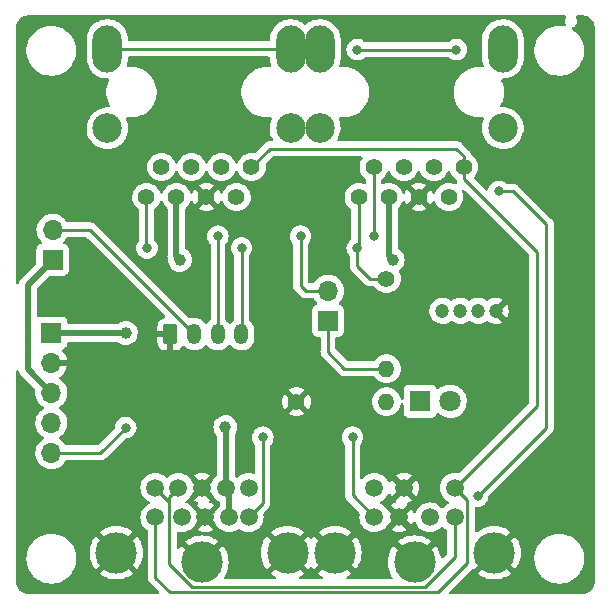
<source format=gbl>
G04 #@! TF.GenerationSoftware,KiCad,Pcbnew,6.0.11-2627ca5db0~126~ubuntu22.04.1*
G04 #@! TF.CreationDate,2023-02-24T20:08:49+01:00*
G04 #@! TF.ProjectId,mini-adapter,6d696e69-2d61-4646-9170-7465722e6b69,rev?*
G04 #@! TF.SameCoordinates,Original*
G04 #@! TF.FileFunction,Copper,L2,Bot*
G04 #@! TF.FilePolarity,Positive*
%FSLAX46Y46*%
G04 Gerber Fmt 4.6, Leading zero omitted, Abs format (unit mm)*
G04 Created by KiCad (PCBNEW 6.0.11-2627ca5db0~126~ubuntu22.04.1) date 2023-02-24 20:08:49*
%MOMM*%
%LPD*%
G01*
G04 APERTURE LIST*
G04 Aperture macros list*
%AMRoundRect*
0 Rectangle with rounded corners*
0 $1 Rounding radius*
0 $2 $3 $4 $5 $6 $7 $8 $9 X,Y pos of 4 corners*
0 Add a 4 corners polygon primitive as box body*
4,1,4,$2,$3,$4,$5,$6,$7,$8,$9,$2,$3,0*
0 Add four circle primitives for the rounded corners*
1,1,$1+$1,$2,$3*
1,1,$1+$1,$4,$5*
1,1,$1+$1,$6,$7*
1,1,$1+$1,$8,$9*
0 Add four rect primitives between the rounded corners*
20,1,$1+$1,$2,$3,$4,$5,0*
20,1,$1+$1,$4,$5,$6,$7,0*
20,1,$1+$1,$6,$7,$8,$9,0*
20,1,$1+$1,$8,$9,$2,$3,0*%
G04 Aperture macros list end*
G04 #@! TA.AperFunction,ComponentPad*
%ADD10RoundRect,0.250000X-0.350000X-0.625000X0.350000X-0.625000X0.350000X0.625000X-0.350000X0.625000X0*%
G04 #@! TD*
G04 #@! TA.AperFunction,ComponentPad*
%ADD11O,1.200000X1.750000*%
G04 #@! TD*
G04 #@! TA.AperFunction,ComponentPad*
%ADD12C,1.400000*%
G04 #@! TD*
G04 #@! TA.AperFunction,ComponentPad*
%ADD13O,1.400000X1.400000*%
G04 #@! TD*
G04 #@! TA.AperFunction,ComponentPad*
%ADD14C,2.500000*%
G04 #@! TD*
G04 #@! TA.AperFunction,ComponentPad*
%ADD15O,2.500000X4.000000*%
G04 #@! TD*
G04 #@! TA.AperFunction,ComponentPad*
%ADD16R,1.800000X1.800000*%
G04 #@! TD*
G04 #@! TA.AperFunction,ComponentPad*
%ADD17C,1.800000*%
G04 #@! TD*
G04 #@! TA.AperFunction,ComponentPad*
%ADD18R,1.700000X1.700000*%
G04 #@! TD*
G04 #@! TA.AperFunction,ComponentPad*
%ADD19O,1.700000X1.700000*%
G04 #@! TD*
G04 #@! TA.AperFunction,ComponentPad*
%ADD20C,1.500000*%
G04 #@! TD*
G04 #@! TA.AperFunction,ComponentPad*
%ADD21C,3.500000*%
G04 #@! TD*
G04 #@! TA.AperFunction,ComponentPad*
%ADD22C,1.200000*%
G04 #@! TD*
G04 #@! TA.AperFunction,ViaPad*
%ADD23C,1.000000*%
G04 #@! TD*
G04 #@! TA.AperFunction,ViaPad*
%ADD24C,0.800000*%
G04 #@! TD*
G04 #@! TA.AperFunction,Conductor*
%ADD25C,0.500000*%
G04 #@! TD*
G04 #@! TA.AperFunction,Conductor*
%ADD26C,0.250000*%
G04 #@! TD*
G04 APERTURE END LIST*
D10*
X124587000Y-102489000D03*
D11*
X126587000Y-102489000D03*
X128587000Y-102489000D03*
X130587000Y-102489000D03*
D12*
X142875000Y-97790000D03*
D13*
X142875000Y-105410000D03*
D12*
X131445000Y-88342000D03*
X130175000Y-90882000D03*
X128905000Y-88342000D03*
X127635000Y-90882000D03*
X126365000Y-88342000D03*
X125095000Y-90882000D03*
X123825000Y-88342000D03*
X122555000Y-90882000D03*
D14*
X134750000Y-85052000D03*
D15*
X134750000Y-78335200D03*
D14*
X119250000Y-85052000D03*
D15*
X119250000Y-78335200D03*
D12*
X135255000Y-108204000D03*
D13*
X142875000Y-108204000D03*
D16*
X145725000Y-108170000D03*
D17*
X148265000Y-108170000D03*
D18*
X137922000Y-101351000D03*
D19*
X137922000Y-98811000D03*
D18*
X114500000Y-102380000D03*
D19*
X114500000Y-104920000D03*
X114500000Y-107460000D03*
X114500000Y-110000000D03*
X114500000Y-112540000D03*
D20*
X146550000Y-118000000D03*
X143950000Y-118000000D03*
X148650000Y-118000000D03*
X141850000Y-118000000D03*
X148650000Y-115500000D03*
X144350000Y-115500000D03*
X141850000Y-115500000D03*
D21*
X138500000Y-121000000D03*
X145250000Y-121800000D03*
X152000000Y-121000000D03*
D20*
X129550000Y-118000000D03*
X127550000Y-118000000D03*
X125550000Y-118000000D03*
X131200000Y-118000000D03*
X129250000Y-115500000D03*
X127250000Y-115500000D03*
X123300000Y-118000000D03*
X131200000Y-115500000D03*
X125250000Y-115500000D03*
X123300000Y-115500000D03*
D21*
X120000000Y-121000000D03*
X127250000Y-121800000D03*
X134500000Y-121000000D03*
D12*
X149427000Y-88342000D03*
X148157000Y-90882000D03*
X146887000Y-88342000D03*
X145617000Y-90882000D03*
X144347000Y-88342000D03*
X143077000Y-90882000D03*
X141807000Y-88342000D03*
X140537000Y-90882000D03*
D15*
X152732000Y-78335200D03*
X137232000Y-78335200D03*
D14*
X137232000Y-85052000D03*
X152732000Y-85052000D03*
D22*
X147610000Y-100515000D03*
X149110000Y-100515000D03*
X150610000Y-100515000D03*
X152110000Y-100515000D03*
D18*
X114600000Y-96200000D03*
D19*
X114600000Y-93660000D03*
D23*
X125400000Y-96200000D03*
X143400000Y-96200000D03*
X120800000Y-102400000D03*
X129230000Y-110370000D03*
D24*
X150600000Y-116200000D03*
X152400000Y-90400000D03*
X135600000Y-94200000D03*
X128600000Y-94200000D03*
X141800000Y-94200000D03*
X122600000Y-95200000D03*
X132400000Y-111219500D03*
X140400000Y-95200000D03*
X130600000Y-95200000D03*
X140002325Y-111219500D03*
X120800000Y-110400000D03*
X140400000Y-78400000D03*
X148800000Y-78400000D03*
D25*
X129250000Y-110390000D02*
X129230000Y-110370000D01*
X125095000Y-90882000D02*
X125095000Y-95895000D01*
X129250000Y-115500000D02*
X129250000Y-110390000D01*
X129550000Y-115800000D02*
X129250000Y-115500000D01*
X125095000Y-95895000D02*
X125400000Y-96200000D01*
X143077000Y-95877000D02*
X143400000Y-96200000D01*
X114500000Y-102380000D02*
X120780000Y-102380000D01*
X143077000Y-90882000D02*
X143077000Y-95877000D01*
X120780000Y-102380000D02*
X120800000Y-102400000D01*
X129550000Y-118000000D02*
X129550000Y-115800000D01*
D26*
X149725000Y-116575000D02*
X149725000Y-121875000D01*
X148650000Y-115500000D02*
X149725000Y-116575000D01*
X149427000Y-87427000D02*
X149427000Y-88342000D01*
X148800000Y-86800000D02*
X149427000Y-87427000D01*
X147275499Y-124324501D02*
X124524501Y-124324501D01*
X155600000Y-108550000D02*
X155600000Y-95504949D01*
X123300000Y-123100000D02*
X123300000Y-118000000D01*
X149725000Y-121875000D02*
X147275499Y-124324501D01*
X149427000Y-89331949D02*
X149427000Y-88342000D01*
X148650000Y-115500000D02*
X155600000Y-108550000D01*
X124524501Y-124324501D02*
X123300000Y-123100000D01*
X155600000Y-95504949D02*
X149427000Y-89331949D01*
X132987000Y-86800000D02*
X148800000Y-86800000D01*
X131445000Y-88342000D02*
X132987000Y-86800000D01*
X146109494Y-123875000D02*
X126390506Y-123875000D01*
X156400000Y-93200000D02*
X153600000Y-90400000D01*
X148650000Y-118000000D02*
X148650000Y-121334494D01*
X124475000Y-116275000D02*
X125250000Y-115500000D01*
X126390506Y-123875000D02*
X124475000Y-121959494D01*
X124475000Y-116725000D02*
X124475000Y-116275000D01*
X124475000Y-121959494D02*
X124475000Y-116725000D01*
X124475000Y-116675000D02*
X123300000Y-115500000D01*
X124475000Y-116725000D02*
X124475000Y-116675000D01*
X156400000Y-110400000D02*
X156400000Y-93200000D01*
X150600000Y-116200000D02*
X156400000Y-110400000D01*
X148650000Y-121334494D02*
X146109494Y-123875000D01*
X153600000Y-90400000D02*
X152400000Y-90400000D01*
X135600000Y-98389000D02*
X136022000Y-98811000D01*
X128610000Y-94210000D02*
X128600000Y-94200000D01*
X141807000Y-88342000D02*
X141807000Y-94193000D01*
X128610000Y-102495000D02*
X128610000Y-94210000D01*
X135600000Y-94200000D02*
X135600000Y-98389000D01*
X141807000Y-94193000D02*
X141800000Y-94200000D01*
X136022000Y-98811000D02*
X137922000Y-98811000D01*
X122555000Y-95155000D02*
X122600000Y-95200000D01*
X122555000Y-90882000D02*
X122555000Y-95155000D01*
X140400000Y-95200000D02*
X140400000Y-96712000D01*
X140002325Y-116152325D02*
X140002325Y-111219500D01*
X114500000Y-112540000D02*
X118660000Y-112540000D01*
X141478000Y-97790000D02*
X142875000Y-97790000D01*
X140400000Y-96712000D02*
X141478000Y-97790000D01*
X130610000Y-102495000D02*
X130610000Y-95210000D01*
X140537000Y-95063000D02*
X140400000Y-95200000D01*
X140537000Y-90882000D02*
X140537000Y-95063000D01*
X131200000Y-118000000D02*
X132400000Y-116800000D01*
X130610000Y-95210000D02*
X130600000Y-95200000D01*
X141850000Y-118000000D02*
X140002325Y-116152325D01*
X118660000Y-112540000D02*
X120800000Y-110400000D01*
X132400000Y-116800000D02*
X132400000Y-111219500D01*
X126610000Y-102495000D02*
X117775000Y-93660000D01*
X117775000Y-93660000D02*
X114600000Y-93660000D01*
D25*
X112500499Y-105460499D02*
X112500499Y-98299501D01*
X114500000Y-107460000D02*
X112500499Y-105460499D01*
X112500499Y-98299501D02*
X114600000Y-96200000D01*
D26*
X139319000Y-105410000D02*
X142875000Y-105410000D01*
X137922000Y-101351000D02*
X137922000Y-104013000D01*
X137922000Y-104013000D02*
X139319000Y-105410000D01*
X140400000Y-78400000D02*
X148800000Y-78400000D01*
X134750000Y-78335200D02*
X119250000Y-78335200D01*
G04 #@! TA.AperFunction,Conductor*
G36*
X158044339Y-75528502D02*
G01*
X158090832Y-75582158D01*
X158100936Y-75652432D01*
X158078174Y-75701542D01*
X158081491Y-75703721D01*
X158076564Y-75711222D01*
X158070621Y-75717951D01*
X158008718Y-75849800D01*
X158007338Y-75858665D01*
X158007337Y-75858667D01*
X157993089Y-75950175D01*
X157986308Y-75993724D01*
X157987472Y-76002626D01*
X157987472Y-76002629D01*
X157992478Y-76040911D01*
X158005194Y-76138152D01*
X158058282Y-76258803D01*
X158067410Y-76329209D01*
X158037023Y-76393374D01*
X157976770Y-76430925D01*
X157916112Y-76432656D01*
X157812925Y-76410158D01*
X157812920Y-76410157D01*
X157808736Y-76409245D01*
X157777685Y-76406801D01*
X157585718Y-76391693D01*
X157585709Y-76391693D01*
X157583261Y-76391500D01*
X157427729Y-76391500D01*
X157425593Y-76391646D01*
X157425582Y-76391646D01*
X157217452Y-76405835D01*
X157217446Y-76405836D01*
X157213175Y-76406127D01*
X157208980Y-76406996D01*
X157208978Y-76406996D01*
X157093429Y-76430925D01*
X156931658Y-76464426D01*
X156660657Y-76560393D01*
X156405188Y-76692250D01*
X156401687Y-76694711D01*
X156401683Y-76694713D01*
X156391594Y-76701804D01*
X156169977Y-76857559D01*
X155959378Y-77053260D01*
X155777287Y-77275732D01*
X155627073Y-77520858D01*
X155625347Y-77524791D01*
X155625346Y-77524792D01*
X155540861Y-77717255D01*
X155511517Y-77784102D01*
X155432756Y-78060594D01*
X155392249Y-78345216D01*
X155392227Y-78349505D01*
X155392226Y-78349512D01*
X155391001Y-78583365D01*
X155390743Y-78632703D01*
X155428268Y-78917734D01*
X155429401Y-78921874D01*
X155429401Y-78921876D01*
X155447683Y-78988702D01*
X155504129Y-79195036D01*
X155505813Y-79198984D01*
X155589828Y-79395952D01*
X155616923Y-79459476D01*
X155764561Y-79706161D01*
X155944313Y-79930528D01*
X155963174Y-79948426D01*
X156088378Y-80067240D01*
X156152851Y-80128423D01*
X156386317Y-80296186D01*
X156390112Y-80298195D01*
X156390113Y-80298196D01*
X156411869Y-80309715D01*
X156640392Y-80430712D01*
X156910373Y-80529511D01*
X157191264Y-80590755D01*
X157219841Y-80593004D01*
X157414282Y-80608307D01*
X157414291Y-80608307D01*
X157416739Y-80608500D01*
X157572271Y-80608500D01*
X157574407Y-80608354D01*
X157574418Y-80608354D01*
X157782548Y-80594165D01*
X157782554Y-80594164D01*
X157786825Y-80593873D01*
X157791020Y-80593004D01*
X157791022Y-80593004D01*
X157976898Y-80554511D01*
X158068342Y-80535574D01*
X158339343Y-80439607D01*
X158509527Y-80351769D01*
X158591005Y-80309715D01*
X158591006Y-80309715D01*
X158594812Y-80307750D01*
X158598313Y-80305289D01*
X158598317Y-80305287D01*
X158783299Y-80175279D01*
X158830023Y-80142441D01*
X158931226Y-80048397D01*
X159037479Y-79949661D01*
X159037481Y-79949658D01*
X159040622Y-79946740D01*
X159222713Y-79724268D01*
X159372927Y-79479142D01*
X159488483Y-79215898D01*
X159567244Y-78939406D01*
X159607751Y-78654784D01*
X159607845Y-78636951D01*
X159609235Y-78371583D01*
X159609235Y-78371576D01*
X159609257Y-78367297D01*
X159571732Y-78082266D01*
X159495871Y-77804964D01*
X159413890Y-77612763D01*
X159384763Y-77544476D01*
X159384761Y-77544472D01*
X159383077Y-77540524D01*
X159253818Y-77324548D01*
X159237643Y-77297521D01*
X159237640Y-77297517D01*
X159235439Y-77293839D01*
X159055687Y-77069472D01*
X158847149Y-76871577D01*
X158618899Y-76707562D01*
X158575251Y-76651568D01*
X158568805Y-76580864D01*
X158601608Y-76517900D01*
X158659282Y-76483677D01*
X158675006Y-76479390D01*
X158704027Y-76471478D01*
X158711677Y-76466781D01*
X158711679Y-76466780D01*
X158820502Y-76399963D01*
X158820505Y-76399960D01*
X158828154Y-76395264D01*
X158862696Y-76357103D01*
X158919879Y-76293927D01*
X158925901Y-76287274D01*
X158974883Y-76186176D01*
X158985498Y-76164268D01*
X158985499Y-76164266D01*
X158989411Y-76156191D01*
X158990900Y-76147341D01*
X159012771Y-76017344D01*
X159012771Y-76017341D01*
X159013577Y-76012552D01*
X159013730Y-76000000D01*
X159004479Y-75935404D01*
X158994354Y-75864699D01*
X158994353Y-75864696D01*
X158993081Y-75855813D01*
X158989367Y-75847644D01*
X158936510Y-75731391D01*
X158936508Y-75731388D01*
X158932793Y-75723217D01*
X158926932Y-75716415D01*
X158922097Y-75708855D01*
X158923293Y-75708090D01*
X158897905Y-75652085D01*
X158908204Y-75581839D01*
X158954846Y-75528313D01*
X159022672Y-75508500D01*
X159450633Y-75508500D01*
X159470018Y-75510000D01*
X159484851Y-75512310D01*
X159484855Y-75512310D01*
X159493724Y-75513691D01*
X159506397Y-75512034D01*
X159533707Y-75511449D01*
X159661194Y-75522603D01*
X159682817Y-75526415D01*
X159828466Y-75565442D01*
X159849104Y-75572954D01*
X159985760Y-75636678D01*
X160004780Y-75647660D01*
X160128297Y-75734147D01*
X160145122Y-75748265D01*
X160251735Y-75854878D01*
X160265853Y-75871703D01*
X160352340Y-75995220D01*
X160363322Y-76014240D01*
X160427046Y-76150896D01*
X160434557Y-76171534D01*
X160473583Y-76317178D01*
X160477398Y-76338809D01*
X160487947Y-76459393D01*
X160487393Y-76475871D01*
X160487800Y-76475876D01*
X160487690Y-76484853D01*
X160486309Y-76493724D01*
X160487473Y-76502626D01*
X160487473Y-76502628D01*
X160490436Y-76525283D01*
X160491500Y-76541621D01*
X160491500Y-123450633D01*
X160490000Y-123470018D01*
X160487690Y-123484851D01*
X160487690Y-123484855D01*
X160486309Y-123493724D01*
X160487966Y-123506397D01*
X160488551Y-123533707D01*
X160477398Y-123661191D01*
X160473585Y-123682817D01*
X160471478Y-123690680D01*
X160434558Y-123828466D01*
X160427046Y-123849104D01*
X160363322Y-123985760D01*
X160352340Y-124004780D01*
X160265853Y-124128297D01*
X160251735Y-124145122D01*
X160145122Y-124251735D01*
X160128297Y-124265853D01*
X160004780Y-124352340D01*
X159985760Y-124363322D01*
X159849104Y-124427046D01*
X159828466Y-124434557D01*
X159682822Y-124473583D01*
X159661194Y-124477397D01*
X159604659Y-124482344D01*
X159540607Y-124487947D01*
X159524129Y-124487393D01*
X159524124Y-124487800D01*
X159515147Y-124487690D01*
X159506276Y-124486309D01*
X159497374Y-124487473D01*
X159497372Y-124487473D01*
X159483548Y-124489281D01*
X159474714Y-124490436D01*
X159458379Y-124491500D01*
X148308594Y-124491500D01*
X148240473Y-124471498D01*
X148193980Y-124417842D01*
X148183876Y-124347568D01*
X148213370Y-124282988D01*
X148219499Y-124276405D01*
X149727048Y-122768856D01*
X150596601Y-122768856D01*
X150603059Y-122778216D01*
X150619361Y-122792512D01*
X150625901Y-122797530D01*
X150865144Y-122957387D01*
X150872281Y-122961508D01*
X151130349Y-123088772D01*
X151137953Y-123091922D01*
X151410420Y-123184412D01*
X151418383Y-123186546D01*
X151700600Y-123242683D01*
X151708751Y-123243756D01*
X151995881Y-123262575D01*
X152004119Y-123262575D01*
X152291249Y-123243756D01*
X152299400Y-123242683D01*
X152581617Y-123186546D01*
X152589580Y-123184412D01*
X152862047Y-123091922D01*
X152869651Y-123088772D01*
X153127719Y-122961508D01*
X153134856Y-122957387D01*
X153374099Y-122797530D01*
X153380639Y-122792512D01*
X153395074Y-122779853D01*
X153403472Y-122766614D01*
X153397638Y-122756849D01*
X152012810Y-121372020D01*
X151998869Y-121364408D01*
X151997034Y-121364539D01*
X151990420Y-121368790D01*
X150604116Y-122755095D01*
X150596601Y-122768856D01*
X149727048Y-122768856D01*
X150075776Y-122420128D01*
X150138088Y-122386102D01*
X150208903Y-122391167D01*
X150232360Y-122402821D01*
X150233386Y-122403472D01*
X150243151Y-122397638D01*
X151639659Y-121001131D01*
X152364408Y-121001131D01*
X152364539Y-121002966D01*
X152368790Y-121009580D01*
X153755095Y-122395884D01*
X153768856Y-122403399D01*
X153778216Y-122396941D01*
X153792512Y-122380639D01*
X153797530Y-122374099D01*
X153957387Y-122134855D01*
X153961508Y-122127718D01*
X154088772Y-121869651D01*
X154091922Y-121862047D01*
X154169774Y-121632703D01*
X155390743Y-121632703D01*
X155391302Y-121636947D01*
X155391302Y-121636951D01*
X155407810Y-121762340D01*
X155428268Y-121917734D01*
X155504129Y-122195036D01*
X155505813Y-122198984D01*
X155600140Y-122420128D01*
X155616923Y-122459476D01*
X155764561Y-122706161D01*
X155944313Y-122930528D01*
X156039896Y-123021233D01*
X156143183Y-123119248D01*
X156152851Y-123128423D01*
X156386317Y-123296186D01*
X156390112Y-123298195D01*
X156390113Y-123298196D01*
X156411869Y-123309715D01*
X156640392Y-123430712D01*
X156694829Y-123450633D01*
X156884449Y-123520024D01*
X156910373Y-123529511D01*
X157191264Y-123590755D01*
X157219841Y-123593004D01*
X157414282Y-123608307D01*
X157414291Y-123608307D01*
X157416739Y-123608500D01*
X157572271Y-123608500D01*
X157574407Y-123608354D01*
X157574418Y-123608354D01*
X157782548Y-123594165D01*
X157782554Y-123594164D01*
X157786825Y-123593873D01*
X157791020Y-123593004D01*
X157791022Y-123593004D01*
X157953058Y-123559448D01*
X158068342Y-123535574D01*
X158339343Y-123439607D01*
X158594812Y-123307750D01*
X158598313Y-123305289D01*
X158598317Y-123305287D01*
X158793881Y-123167842D01*
X158830023Y-123142441D01*
X159024730Y-122961508D01*
X159037479Y-122949661D01*
X159037481Y-122949658D01*
X159040622Y-122946740D01*
X159222713Y-122724268D01*
X159372927Y-122479142D01*
X159415738Y-122381617D01*
X159486757Y-122219830D01*
X159488483Y-122215898D01*
X159567244Y-121939406D01*
X159607751Y-121654784D01*
X159607845Y-121636951D01*
X159609235Y-121371583D01*
X159609235Y-121371576D01*
X159609257Y-121367297D01*
X159606835Y-121348896D01*
X159575251Y-121108995D01*
X159571732Y-121082266D01*
X159495871Y-120804964D01*
X159425871Y-120640852D01*
X159384763Y-120544476D01*
X159384761Y-120544472D01*
X159383077Y-120540524D01*
X159235439Y-120293839D01*
X159055687Y-120069472D01*
X158847149Y-119871577D01*
X158613683Y-119703814D01*
X158591843Y-119692250D01*
X158447053Y-119615588D01*
X158359608Y-119569288D01*
X158089627Y-119470489D01*
X157808736Y-119409245D01*
X157777685Y-119406801D01*
X157585718Y-119391693D01*
X157585709Y-119391693D01*
X157583261Y-119391500D01*
X157427729Y-119391500D01*
X157425593Y-119391646D01*
X157425582Y-119391646D01*
X157217452Y-119405835D01*
X157217446Y-119405836D01*
X157213175Y-119406127D01*
X157208980Y-119406996D01*
X157208978Y-119406996D01*
X157072416Y-119435277D01*
X156931658Y-119464426D01*
X156660657Y-119560393D01*
X156405188Y-119692250D01*
X156401687Y-119694711D01*
X156401683Y-119694713D01*
X156391594Y-119701804D01*
X156169977Y-119857559D01*
X156154892Y-119871577D01*
X155970257Y-120043151D01*
X155959378Y-120053260D01*
X155777287Y-120275732D01*
X155627073Y-120520858D01*
X155625347Y-120524791D01*
X155625346Y-120524792D01*
X155548172Y-120700600D01*
X155511517Y-120784102D01*
X155432756Y-121060594D01*
X155429672Y-121082266D01*
X155399930Y-121291249D01*
X155392249Y-121345216D01*
X155392227Y-121349505D01*
X155392226Y-121349512D01*
X155390765Y-121628417D01*
X155390743Y-121632703D01*
X154169774Y-121632703D01*
X154184412Y-121589580D01*
X154186546Y-121581617D01*
X154242683Y-121299400D01*
X154243756Y-121291249D01*
X154262575Y-121004119D01*
X154262575Y-120995881D01*
X154243756Y-120708751D01*
X154242683Y-120700600D01*
X154186546Y-120418383D01*
X154184412Y-120410420D01*
X154091922Y-120137953D01*
X154088772Y-120130349D01*
X153961508Y-119872282D01*
X153957387Y-119865145D01*
X153797530Y-119625901D01*
X153792512Y-119619361D01*
X153779853Y-119604926D01*
X153766614Y-119596528D01*
X153756849Y-119602362D01*
X152372020Y-120987190D01*
X152364408Y-121001131D01*
X151639659Y-121001131D01*
X152000000Y-120640790D01*
X153395886Y-119244903D01*
X153403399Y-119231145D01*
X153396940Y-119221783D01*
X153380639Y-119207488D01*
X153374099Y-119202470D01*
X153134856Y-119042613D01*
X153127719Y-119038492D01*
X152869651Y-118911228D01*
X152862047Y-118908078D01*
X152589580Y-118815588D01*
X152581617Y-118813454D01*
X152299400Y-118757317D01*
X152291249Y-118756244D01*
X152004119Y-118737425D01*
X151995881Y-118737425D01*
X151708751Y-118756244D01*
X151700600Y-118757317D01*
X151418383Y-118813454D01*
X151410420Y-118815588D01*
X151137953Y-118908078D01*
X151130349Y-118911228D01*
X150872282Y-119038492D01*
X150865145Y-119042613D01*
X150625898Y-119202472D01*
X150619358Y-119207489D01*
X150567578Y-119252900D01*
X150503174Y-119282777D01*
X150432841Y-119273092D01*
X150378910Y-119226920D01*
X150358500Y-119158169D01*
X150358500Y-117232397D01*
X150378502Y-117164276D01*
X150432158Y-117117783D01*
X150497668Y-117107087D01*
X150498058Y-117107128D01*
X150504513Y-117108500D01*
X150695487Y-117108500D01*
X150701939Y-117107128D01*
X150701944Y-117107128D01*
X150788887Y-117088647D01*
X150882288Y-117068794D01*
X150935252Y-117045213D01*
X151050722Y-116993803D01*
X151050724Y-116993802D01*
X151056752Y-116991118D01*
X151083413Y-116971748D01*
X151152120Y-116921829D01*
X151211253Y-116878866D01*
X151237372Y-116849858D01*
X151334621Y-116741852D01*
X151334622Y-116741851D01*
X151339040Y-116736944D01*
X151423359Y-116590899D01*
X151431223Y-116577279D01*
X151431224Y-116577278D01*
X151434527Y-116571556D01*
X151493542Y-116389928D01*
X151496924Y-116357756D01*
X151505972Y-116271664D01*
X151510907Y-116224706D01*
X151537920Y-116159050D01*
X151547122Y-116148782D01*
X156792247Y-110903657D01*
X156800537Y-110896113D01*
X156807018Y-110892000D01*
X156853659Y-110842332D01*
X156856413Y-110839491D01*
X156876135Y-110819769D01*
X156878612Y-110816576D01*
X156886317Y-110807555D01*
X156911159Y-110781100D01*
X156916586Y-110775321D01*
X156922111Y-110765271D01*
X156926346Y-110757568D01*
X156937202Y-110741041D01*
X156944757Y-110731302D01*
X156944758Y-110731300D01*
X156949614Y-110725040D01*
X156967174Y-110684460D01*
X156972391Y-110673812D01*
X156989875Y-110642009D01*
X156989876Y-110642007D01*
X156993695Y-110635060D01*
X156998733Y-110615437D01*
X157005137Y-110596734D01*
X157010033Y-110585420D01*
X157010033Y-110585419D01*
X157013181Y-110578145D01*
X157014420Y-110570322D01*
X157014423Y-110570312D01*
X157020099Y-110534476D01*
X157022505Y-110522856D01*
X157031528Y-110487711D01*
X157031528Y-110487710D01*
X157033500Y-110480030D01*
X157033500Y-110459776D01*
X157035051Y-110440065D01*
X157036980Y-110427886D01*
X157038220Y-110420057D01*
X157034059Y-110376038D01*
X157033500Y-110364181D01*
X157033500Y-93278767D01*
X157034027Y-93267584D01*
X157035702Y-93260091D01*
X157033562Y-93192000D01*
X157033500Y-93188043D01*
X157033500Y-93160144D01*
X157032996Y-93156153D01*
X157032063Y-93144311D01*
X157031150Y-93115242D01*
X157030674Y-93100111D01*
X157028462Y-93092497D01*
X157028461Y-93092492D01*
X157025023Y-93080659D01*
X157021012Y-93061295D01*
X157021009Y-93061267D01*
X157018474Y-93041203D01*
X157015557Y-93033836D01*
X157015556Y-93033831D01*
X157002198Y-93000092D01*
X156998354Y-92988865D01*
X156988230Y-92954022D01*
X156986018Y-92946407D01*
X156975707Y-92928972D01*
X156967012Y-92911224D01*
X156959552Y-92892383D01*
X156933564Y-92856613D01*
X156927048Y-92846693D01*
X156908580Y-92815465D01*
X156908578Y-92815462D01*
X156904542Y-92808638D01*
X156890221Y-92794317D01*
X156877380Y-92779283D01*
X156870131Y-92769306D01*
X156865472Y-92762893D01*
X156831395Y-92734702D01*
X156822616Y-92726712D01*
X154103652Y-90007747D01*
X154096112Y-89999461D01*
X154092000Y-89992982D01*
X154042348Y-89946356D01*
X154039507Y-89943602D01*
X154019770Y-89923865D01*
X154016573Y-89921385D01*
X154007551Y-89913680D01*
X153981100Y-89888841D01*
X153975321Y-89883414D01*
X153968375Y-89879595D01*
X153968372Y-89879593D01*
X153957566Y-89873652D01*
X153941047Y-89862801D01*
X153935048Y-89858148D01*
X153925041Y-89850386D01*
X153917772Y-89847241D01*
X153917768Y-89847238D01*
X153884463Y-89832826D01*
X153873813Y-89827609D01*
X153835060Y-89806305D01*
X153815437Y-89801267D01*
X153796734Y-89794863D01*
X153785420Y-89789967D01*
X153785419Y-89789967D01*
X153778145Y-89786819D01*
X153770322Y-89785580D01*
X153770312Y-89785577D01*
X153734476Y-89779901D01*
X153722856Y-89777495D01*
X153687711Y-89768472D01*
X153687710Y-89768472D01*
X153680030Y-89766500D01*
X153659776Y-89766500D01*
X153640065Y-89764949D01*
X153627886Y-89763020D01*
X153620057Y-89761780D01*
X153612165Y-89762526D01*
X153576039Y-89765941D01*
X153564181Y-89766500D01*
X153108200Y-89766500D01*
X153040079Y-89746498D01*
X153020853Y-89730157D01*
X153020580Y-89730460D01*
X153015668Y-89726037D01*
X153011253Y-89721134D01*
X152975137Y-89694894D01*
X152862094Y-89612763D01*
X152862093Y-89612762D01*
X152856752Y-89608882D01*
X152850724Y-89606198D01*
X152850722Y-89606197D01*
X152688319Y-89533891D01*
X152688318Y-89533891D01*
X152682288Y-89531206D01*
X152588887Y-89511353D01*
X152501944Y-89492872D01*
X152501939Y-89492872D01*
X152495487Y-89491500D01*
X152304513Y-89491500D01*
X152298061Y-89492872D01*
X152298056Y-89492872D01*
X152211113Y-89511353D01*
X152117712Y-89531206D01*
X152111682Y-89533891D01*
X152111681Y-89533891D01*
X151949278Y-89606197D01*
X151949276Y-89606198D01*
X151943248Y-89608882D01*
X151937907Y-89612762D01*
X151937906Y-89612763D01*
X151889968Y-89647592D01*
X151788747Y-89721134D01*
X151784326Y-89726044D01*
X151784325Y-89726045D01*
X151675203Y-89847238D01*
X151660960Y-89863056D01*
X151565473Y-90028444D01*
X151506458Y-90210072D01*
X151505768Y-90216635D01*
X151505768Y-90216636D01*
X151505022Y-90223735D01*
X151478010Y-90289392D01*
X151419788Y-90330023D01*
X151348843Y-90332726D01*
X151290617Y-90299661D01*
X150323612Y-89332656D01*
X150289586Y-89270344D01*
X150294651Y-89199529D01*
X150323612Y-89154466D01*
X150352407Y-89125671D01*
X150352412Y-89125665D01*
X150356301Y-89121776D01*
X150359461Y-89117264D01*
X150386587Y-89078522D01*
X150477589Y-88948558D01*
X150566956Y-88756910D01*
X150621686Y-88552655D01*
X150640116Y-88342000D01*
X150621686Y-88131345D01*
X150619031Y-88121437D01*
X150568379Y-87932400D01*
X150568378Y-87932398D01*
X150566956Y-87927090D01*
X150477589Y-87735442D01*
X150356301Y-87562224D01*
X150206776Y-87412699D01*
X150202266Y-87409541D01*
X150202260Y-87409536D01*
X150092280Y-87332528D01*
X150047951Y-87277071D01*
X150045758Y-87270455D01*
X150045474Y-87268203D01*
X150042640Y-87261044D01*
X150042637Y-87261036D01*
X150029198Y-87227092D01*
X150025354Y-87215865D01*
X150015230Y-87181022D01*
X150013018Y-87173407D01*
X150002707Y-87155972D01*
X149994012Y-87138224D01*
X149986552Y-87119383D01*
X149960564Y-87083613D01*
X149954048Y-87073693D01*
X149935580Y-87042465D01*
X149935578Y-87042462D01*
X149931542Y-87035638D01*
X149917221Y-87021317D01*
X149904380Y-87006283D01*
X149897132Y-86996307D01*
X149892472Y-86989893D01*
X149858407Y-86961712D01*
X149849626Y-86953722D01*
X149303647Y-86407742D01*
X149296113Y-86399463D01*
X149292000Y-86392982D01*
X149242348Y-86346356D01*
X149239507Y-86343602D01*
X149219770Y-86323865D01*
X149216573Y-86321385D01*
X149207551Y-86313680D01*
X149194116Y-86301064D01*
X149175321Y-86283414D01*
X149168375Y-86279595D01*
X149168372Y-86279593D01*
X149157566Y-86273652D01*
X149141047Y-86262801D01*
X149140583Y-86262441D01*
X149125041Y-86250386D01*
X149117772Y-86247241D01*
X149117768Y-86247238D01*
X149084463Y-86232826D01*
X149073813Y-86227609D01*
X149035060Y-86206305D01*
X149015437Y-86201267D01*
X148996734Y-86194863D01*
X148985420Y-86189967D01*
X148985419Y-86189967D01*
X148978145Y-86186819D01*
X148970322Y-86185580D01*
X148970312Y-86185577D01*
X148934476Y-86179901D01*
X148922856Y-86177495D01*
X148887711Y-86168472D01*
X148887710Y-86168472D01*
X148880030Y-86166500D01*
X148859776Y-86166500D01*
X148840065Y-86164949D01*
X148827886Y-86163020D01*
X148820057Y-86161780D01*
X148790786Y-86164547D01*
X148776039Y-86165941D01*
X148764181Y-86166500D01*
X138836954Y-86166500D01*
X138768833Y-86146498D01*
X138722340Y-86092842D01*
X138712236Y-86022568D01*
X138730983Y-85972337D01*
X138779205Y-85897368D01*
X138779208Y-85897363D01*
X138781733Y-85893437D01*
X138889083Y-85655129D01*
X138960030Y-85403572D01*
X138976832Y-85271496D01*
X138992616Y-85147421D01*
X138992616Y-85147417D01*
X138993014Y-85144291D01*
X138995431Y-85052000D01*
X138976061Y-84791348D01*
X138964725Y-84741248D01*
X138919408Y-84540980D01*
X138918377Y-84536423D01*
X138823647Y-84292823D01*
X138824385Y-84292536D01*
X138813753Y-84226421D01*
X138842168Y-84161358D01*
X138901247Y-84121986D01*
X138954582Y-84117828D01*
X138954604Y-84117544D01*
X138956405Y-84117686D01*
X138956407Y-84117686D01*
X138958868Y-84117880D01*
X138958871Y-84117880D01*
X139180297Y-84135307D01*
X139180304Y-84135307D01*
X139182753Y-84135500D01*
X139340121Y-84135500D01*
X139342257Y-84135354D01*
X139342268Y-84135354D01*
X139552949Y-84120991D01*
X139552955Y-84120990D01*
X139557226Y-84120699D01*
X139561421Y-84119830D01*
X139561423Y-84119830D01*
X139699654Y-84091204D01*
X139842081Y-84061709D01*
X140116295Y-83964605D01*
X140374793Y-83831184D01*
X140378294Y-83828723D01*
X140378298Y-83828721D01*
X140523280Y-83726825D01*
X140612792Y-83663915D01*
X140756355Y-83530508D01*
X140822745Y-83468815D01*
X140822748Y-83468812D01*
X140825888Y-83465894D01*
X140836895Y-83452447D01*
X141007423Y-83244102D01*
X141010139Y-83240784D01*
X141162133Y-82992752D01*
X141170869Y-82972852D01*
X141277334Y-82730315D01*
X141279059Y-82726386D01*
X141285073Y-82705276D01*
X141304782Y-82636087D01*
X141358754Y-82446616D01*
X141361286Y-82428829D01*
X141399137Y-82162870D01*
X141399742Y-82158619D01*
X141399859Y-82136277D01*
X148562735Y-82136277D01*
X148600705Y-82424687D01*
X148677465Y-82705276D01*
X148791596Y-82972852D01*
X148940985Y-83222462D01*
X148943669Y-83225813D01*
X148943671Y-83225815D01*
X149024312Y-83326472D01*
X149122867Y-83449489D01*
X149333878Y-83649731D01*
X149570113Y-83819483D01*
X149827200Y-83955603D01*
X149831223Y-83957075D01*
X149831227Y-83957077D01*
X150096351Y-84054099D01*
X150100382Y-84055574D01*
X150384604Y-84117544D01*
X150413650Y-84119830D01*
X150610297Y-84135307D01*
X150610304Y-84135307D01*
X150612753Y-84135500D01*
X150770121Y-84135500D01*
X150772257Y-84135354D01*
X150772268Y-84135354D01*
X150982949Y-84120991D01*
X150982955Y-84120990D01*
X150987226Y-84120699D01*
X151003045Y-84117423D01*
X151073806Y-84123197D01*
X151130212Y-84166311D01*
X151154356Y-84233077D01*
X151144791Y-84289528D01*
X151059697Y-84492455D01*
X150995359Y-84745783D01*
X150969173Y-85005839D01*
X150981713Y-85266908D01*
X151032704Y-85523256D01*
X151121026Y-85769252D01*
X151123242Y-85773376D01*
X151187753Y-85893437D01*
X151244737Y-85999491D01*
X151247532Y-86003234D01*
X151247534Y-86003237D01*
X151398330Y-86205177D01*
X151398335Y-86205183D01*
X151401122Y-86208915D01*
X151404431Y-86212195D01*
X151404436Y-86212201D01*
X151581327Y-86387554D01*
X151586743Y-86392923D01*
X151590505Y-86395681D01*
X151590508Y-86395684D01*
X151793750Y-86544707D01*
X151797524Y-86547474D01*
X151801667Y-86549654D01*
X151801669Y-86549655D01*
X152024684Y-86666989D01*
X152024689Y-86666991D01*
X152028834Y-86669172D01*
X152275590Y-86755344D01*
X152280183Y-86756216D01*
X152527785Y-86803224D01*
X152527788Y-86803224D01*
X152532374Y-86804095D01*
X152662959Y-86809226D01*
X152788875Y-86814174D01*
X152788881Y-86814174D01*
X152793543Y-86814357D01*
X152872977Y-86805657D01*
X153048707Y-86786412D01*
X153048712Y-86786411D01*
X153053360Y-86785902D01*
X153166116Y-86756216D01*
X153301594Y-86720548D01*
X153301596Y-86720547D01*
X153306117Y-86719357D01*
X153546262Y-86616182D01*
X153768519Y-86478646D01*
X153772082Y-86475629D01*
X153772087Y-86475626D01*
X153964439Y-86312787D01*
X153964440Y-86312786D01*
X153968005Y-86309768D01*
X154020082Y-86250386D01*
X154137257Y-86116774D01*
X154137261Y-86116769D01*
X154140339Y-86113259D01*
X154281733Y-85893437D01*
X154389083Y-85655129D01*
X154460030Y-85403572D01*
X154476832Y-85271496D01*
X154492616Y-85147421D01*
X154492616Y-85147417D01*
X154493014Y-85144291D01*
X154495431Y-85052000D01*
X154476061Y-84791348D01*
X154464725Y-84741248D01*
X154419408Y-84540980D01*
X154418377Y-84536423D01*
X154323647Y-84292823D01*
X154193951Y-84065902D01*
X154032138Y-83860643D01*
X153841763Y-83681557D01*
X153627009Y-83532576D01*
X153622816Y-83530508D01*
X153396781Y-83419040D01*
X153396778Y-83419039D01*
X153392593Y-83416975D01*
X153346449Y-83402204D01*
X153148123Y-83338720D01*
X153143665Y-83337293D01*
X152885693Y-83295279D01*
X152632111Y-83291960D01*
X152564259Y-83271068D01*
X152518472Y-83216809D01*
X152509289Y-83146409D01*
X152526328Y-83100136D01*
X152589896Y-82996402D01*
X152592133Y-82992752D01*
X152600869Y-82972852D01*
X152707334Y-82730315D01*
X152709059Y-82726386D01*
X152715073Y-82705276D01*
X152734782Y-82636087D01*
X152788754Y-82446616D01*
X152791286Y-82428829D01*
X152829137Y-82162870D01*
X152829742Y-82158619D01*
X152831265Y-81867723D01*
X152793295Y-81579313D01*
X152716535Y-81298724D01*
X152602404Y-81031148D01*
X152600201Y-81027468D01*
X152599905Y-81026886D01*
X152586801Y-80957109D01*
X152613502Y-80891325D01*
X152671529Y-80850419D01*
X152713821Y-80843695D01*
X152834978Y-80845281D01*
X152834981Y-80845281D01*
X152839655Y-80845342D01*
X153098638Y-80810096D01*
X153349567Y-80736957D01*
X153385862Y-80720225D01*
X153404112Y-80711811D01*
X153586928Y-80627532D01*
X153698304Y-80554511D01*
X153801596Y-80486790D01*
X153801601Y-80486786D01*
X153805509Y-80484224D01*
X154000506Y-80310182D01*
X154167637Y-80109230D01*
X154265770Y-79947512D01*
X154300804Y-79889778D01*
X154300806Y-79889774D01*
X154303229Y-79885781D01*
X154404303Y-79644745D01*
X154468641Y-79391417D01*
X154477129Y-79307128D01*
X154490184Y-79177471D01*
X154490500Y-79174333D01*
X154490500Y-77518846D01*
X154476061Y-77324548D01*
X154469946Y-77297521D01*
X154419408Y-77074180D01*
X154418377Y-77069623D01*
X154341362Y-76871577D01*
X154325340Y-76830376D01*
X154325339Y-76830373D01*
X154323647Y-76826023D01*
X154193951Y-76599102D01*
X154032138Y-76393843D01*
X153841763Y-76214757D01*
X153627009Y-76065776D01*
X153622816Y-76063708D01*
X153396781Y-75952240D01*
X153396778Y-75952239D01*
X153392593Y-75950175D01*
X153346449Y-75935404D01*
X153148123Y-75871920D01*
X153143665Y-75870493D01*
X152885693Y-75828479D01*
X152771942Y-75826990D01*
X152629022Y-75825119D01*
X152629019Y-75825119D01*
X152624345Y-75825058D01*
X152365362Y-75860304D01*
X152114433Y-75933443D01*
X152110180Y-75935403D01*
X152110179Y-75935404D01*
X152073659Y-75952240D01*
X151877072Y-76042868D01*
X151838067Y-76068441D01*
X151662404Y-76183610D01*
X151662399Y-76183614D01*
X151658491Y-76186176D01*
X151463494Y-76360218D01*
X151296363Y-76561170D01*
X151293934Y-76565173D01*
X151209805Y-76703814D01*
X151160771Y-76784619D01*
X151059697Y-77025655D01*
X150995359Y-77278983D01*
X150973500Y-77496067D01*
X150973500Y-79151554D01*
X150973673Y-79153879D01*
X150973673Y-79153885D01*
X150982213Y-79268794D01*
X150987939Y-79345852D01*
X150988968Y-79350400D01*
X150988969Y-79350406D01*
X151018927Y-79482799D01*
X151045623Y-79600777D01*
X151085173Y-79702479D01*
X151088639Y-79711393D01*
X151094686Y-79782132D01*
X151061530Y-79844910D01*
X150999696Y-79879797D01*
X150961320Y-79882672D01*
X150783704Y-79868693D01*
X150783695Y-79868693D01*
X150781247Y-79868500D01*
X150623879Y-79868500D01*
X150621743Y-79868646D01*
X150621732Y-79868646D01*
X150411051Y-79883009D01*
X150411045Y-79883010D01*
X150406774Y-79883301D01*
X150402579Y-79884170D01*
X150402577Y-79884170D01*
X150387130Y-79887369D01*
X150121919Y-79942291D01*
X149847705Y-80039395D01*
X149589207Y-80172816D01*
X149585706Y-80175277D01*
X149585702Y-80175279D01*
X149572558Y-80184517D01*
X149351208Y-80340085D01*
X149275567Y-80410375D01*
X149142376Y-80534144D01*
X149138112Y-80538106D01*
X149135398Y-80541422D01*
X149135395Y-80541425D01*
X149021426Y-80680668D01*
X148953861Y-80763216D01*
X148801867Y-81011248D01*
X148800148Y-81015165D01*
X148800146Y-81015168D01*
X148791399Y-81035094D01*
X148684941Y-81277614D01*
X148683765Y-81281742D01*
X148683764Y-81281745D01*
X148659218Y-81367913D01*
X148605246Y-81557384D01*
X148604642Y-81561626D01*
X148604641Y-81561632D01*
X148602125Y-81579313D01*
X148564258Y-81845381D01*
X148562735Y-82136277D01*
X141399859Y-82136277D01*
X141401265Y-81867723D01*
X141363295Y-81579313D01*
X141286535Y-81298724D01*
X141172404Y-81031148D01*
X141023015Y-80781538D01*
X141008337Y-80763216D01*
X140901201Y-80629489D01*
X140841133Y-80554511D01*
X140666730Y-80389009D01*
X140633231Y-80357219D01*
X140633228Y-80357217D01*
X140630122Y-80354269D01*
X140393887Y-80184517D01*
X140180053Y-80071298D01*
X140140587Y-80050402D01*
X140140586Y-80050401D01*
X140136800Y-80048397D01*
X140132777Y-80046925D01*
X140132773Y-80046923D01*
X139867649Y-79949901D01*
X139867647Y-79949900D01*
X139863618Y-79948426D01*
X139579396Y-79886456D01*
X139535598Y-79883009D01*
X139353703Y-79868693D01*
X139353696Y-79868693D01*
X139351247Y-79868500D01*
X139193879Y-79868500D01*
X139191743Y-79868646D01*
X139191732Y-79868646D01*
X139043399Y-79878759D01*
X139002929Y-79881518D01*
X138933606Y-79866196D01*
X138883571Y-79815827D01*
X138868711Y-79746403D01*
X138878160Y-79707090D01*
X138904303Y-79644745D01*
X138968641Y-79391417D01*
X138977129Y-79307128D01*
X138990184Y-79177471D01*
X138990500Y-79174333D01*
X138990500Y-78400000D01*
X139486496Y-78400000D01*
X139506458Y-78589928D01*
X139565473Y-78771556D01*
X139660960Y-78936944D01*
X139665378Y-78941851D01*
X139665379Y-78941852D01*
X139747899Y-79033500D01*
X139788747Y-79078866D01*
X139810541Y-79094700D01*
X139924465Y-79177471D01*
X139943248Y-79191118D01*
X139949276Y-79193802D01*
X139949278Y-79193803D01*
X140111681Y-79266109D01*
X140117712Y-79268794D01*
X140211112Y-79288647D01*
X140298056Y-79307128D01*
X140298061Y-79307128D01*
X140304513Y-79308500D01*
X140495487Y-79308500D01*
X140501939Y-79307128D01*
X140501944Y-79307128D01*
X140588888Y-79288647D01*
X140682288Y-79268794D01*
X140688319Y-79266109D01*
X140850722Y-79193803D01*
X140850724Y-79193802D01*
X140856752Y-79191118D01*
X140875536Y-79177471D01*
X140989671Y-79094546D01*
X141011253Y-79078866D01*
X141015668Y-79073963D01*
X141020580Y-79069540D01*
X141021705Y-79070789D01*
X141075014Y-79037949D01*
X141108200Y-79033500D01*
X148091800Y-79033500D01*
X148159921Y-79053502D01*
X148179147Y-79069843D01*
X148179420Y-79069540D01*
X148184332Y-79073963D01*
X148188747Y-79078866D01*
X148210329Y-79094546D01*
X148324465Y-79177471D01*
X148343248Y-79191118D01*
X148349276Y-79193802D01*
X148349278Y-79193803D01*
X148511681Y-79266109D01*
X148517712Y-79268794D01*
X148611112Y-79288647D01*
X148698056Y-79307128D01*
X148698061Y-79307128D01*
X148704513Y-79308500D01*
X148895487Y-79308500D01*
X148901939Y-79307128D01*
X148901944Y-79307128D01*
X148988888Y-79288647D01*
X149082288Y-79268794D01*
X149088319Y-79266109D01*
X149250722Y-79193803D01*
X149250724Y-79193802D01*
X149256752Y-79191118D01*
X149275536Y-79177471D01*
X149389459Y-79094700D01*
X149411253Y-79078866D01*
X149452101Y-79033500D01*
X149534621Y-78941852D01*
X149534622Y-78941851D01*
X149539040Y-78936944D01*
X149634527Y-78771556D01*
X149693542Y-78589928D01*
X149713504Y-78400000D01*
X149693542Y-78210072D01*
X149634527Y-78028444D01*
X149539040Y-77863056D01*
X149471667Y-77788230D01*
X149415675Y-77726045D01*
X149415674Y-77726044D01*
X149411253Y-77721134D01*
X149304841Y-77643821D01*
X149262094Y-77612763D01*
X149262093Y-77612762D01*
X149256752Y-77608882D01*
X149250724Y-77606198D01*
X149250722Y-77606197D01*
X149088319Y-77533891D01*
X149088318Y-77533891D01*
X149082288Y-77531206D01*
X148988887Y-77511353D01*
X148901944Y-77492872D01*
X148901939Y-77492872D01*
X148895487Y-77491500D01*
X148704513Y-77491500D01*
X148698061Y-77492872D01*
X148698056Y-77492872D01*
X148611113Y-77511353D01*
X148517712Y-77531206D01*
X148511682Y-77533891D01*
X148511681Y-77533891D01*
X148349278Y-77606197D01*
X148349276Y-77606198D01*
X148343248Y-77608882D01*
X148337907Y-77612762D01*
X148337906Y-77612763D01*
X148295159Y-77643821D01*
X148188747Y-77721134D01*
X148184332Y-77726037D01*
X148179420Y-77730460D01*
X148178295Y-77729211D01*
X148124986Y-77762051D01*
X148091800Y-77766500D01*
X141108200Y-77766500D01*
X141040079Y-77746498D01*
X141020853Y-77730157D01*
X141020580Y-77730460D01*
X141015668Y-77726037D01*
X141011253Y-77721134D01*
X140904841Y-77643821D01*
X140862094Y-77612763D01*
X140862093Y-77612762D01*
X140856752Y-77608882D01*
X140850724Y-77606198D01*
X140850722Y-77606197D01*
X140688319Y-77533891D01*
X140688318Y-77533891D01*
X140682288Y-77531206D01*
X140588887Y-77511353D01*
X140501944Y-77492872D01*
X140501939Y-77492872D01*
X140495487Y-77491500D01*
X140304513Y-77491500D01*
X140298061Y-77492872D01*
X140298056Y-77492872D01*
X140211113Y-77511353D01*
X140117712Y-77531206D01*
X140111682Y-77533891D01*
X140111681Y-77533891D01*
X139949278Y-77606197D01*
X139949276Y-77606198D01*
X139943248Y-77608882D01*
X139937907Y-77612762D01*
X139937906Y-77612763D01*
X139895159Y-77643821D01*
X139788747Y-77721134D01*
X139784326Y-77726044D01*
X139784325Y-77726045D01*
X139728334Y-77788230D01*
X139660960Y-77863056D01*
X139565473Y-78028444D01*
X139506458Y-78210072D01*
X139486496Y-78400000D01*
X138990500Y-78400000D01*
X138990500Y-77518846D01*
X138976061Y-77324548D01*
X138969946Y-77297521D01*
X138919408Y-77074180D01*
X138918377Y-77069623D01*
X138841362Y-76871577D01*
X138825340Y-76830376D01*
X138825339Y-76830373D01*
X138823647Y-76826023D01*
X138693951Y-76599102D01*
X138532138Y-76393843D01*
X138341763Y-76214757D01*
X138127009Y-76065776D01*
X138122816Y-76063708D01*
X137896781Y-75952240D01*
X137896778Y-75952239D01*
X137892593Y-75950175D01*
X137846449Y-75935404D01*
X137648123Y-75871920D01*
X137643665Y-75870493D01*
X137385693Y-75828479D01*
X137271942Y-75826990D01*
X137129022Y-75825119D01*
X137129019Y-75825119D01*
X137124345Y-75825058D01*
X136865362Y-75860304D01*
X136614433Y-75933443D01*
X136610180Y-75935403D01*
X136610179Y-75935404D01*
X136573659Y-75952240D01*
X136377072Y-76042868D01*
X136338067Y-76068441D01*
X136162404Y-76183610D01*
X136162399Y-76183614D01*
X136158491Y-76186176D01*
X136154999Y-76189293D01*
X136075750Y-76260025D01*
X136011609Y-76290463D01*
X135941194Y-76281391D01*
X135905516Y-76257797D01*
X135883702Y-76237276D01*
X135859763Y-76214757D01*
X135645009Y-76065776D01*
X135640816Y-76063708D01*
X135414781Y-75952240D01*
X135414778Y-75952239D01*
X135410593Y-75950175D01*
X135364449Y-75935404D01*
X135166123Y-75871920D01*
X135161665Y-75870493D01*
X134903693Y-75828479D01*
X134789942Y-75826990D01*
X134647022Y-75825119D01*
X134647019Y-75825119D01*
X134642345Y-75825058D01*
X134383362Y-75860304D01*
X134132433Y-75933443D01*
X134128180Y-75935403D01*
X134128179Y-75935404D01*
X134091659Y-75952240D01*
X133895072Y-76042868D01*
X133856067Y-76068441D01*
X133680404Y-76183610D01*
X133680399Y-76183614D01*
X133676491Y-76186176D01*
X133481494Y-76360218D01*
X133314363Y-76561170D01*
X133311934Y-76565173D01*
X133227805Y-76703814D01*
X133178771Y-76784619D01*
X133077697Y-77025655D01*
X133013359Y-77278983D01*
X132991500Y-77496067D01*
X132991500Y-77575700D01*
X132971498Y-77643821D01*
X132917842Y-77690314D01*
X132865500Y-77701700D01*
X121134500Y-77701700D01*
X121066379Y-77681698D01*
X121019886Y-77628042D01*
X121008500Y-77575700D01*
X121008500Y-77518846D01*
X120994061Y-77324548D01*
X120987946Y-77297521D01*
X120937408Y-77074180D01*
X120936377Y-77069623D01*
X120859362Y-76871577D01*
X120843340Y-76830376D01*
X120843339Y-76830373D01*
X120841647Y-76826023D01*
X120711951Y-76599102D01*
X120550138Y-76393843D01*
X120359763Y-76214757D01*
X120145009Y-76065776D01*
X120140816Y-76063708D01*
X119914781Y-75952240D01*
X119914778Y-75952239D01*
X119910593Y-75950175D01*
X119864449Y-75935404D01*
X119666123Y-75871920D01*
X119661665Y-75870493D01*
X119403693Y-75828479D01*
X119289942Y-75826990D01*
X119147022Y-75825119D01*
X119147019Y-75825119D01*
X119142345Y-75825058D01*
X118883362Y-75860304D01*
X118632433Y-75933443D01*
X118628180Y-75935403D01*
X118628179Y-75935404D01*
X118591659Y-75952240D01*
X118395072Y-76042868D01*
X118356067Y-76068441D01*
X118180404Y-76183610D01*
X118180399Y-76183614D01*
X118176491Y-76186176D01*
X117981494Y-76360218D01*
X117814363Y-76561170D01*
X117811934Y-76565173D01*
X117727805Y-76703814D01*
X117678771Y-76784619D01*
X117577697Y-77025655D01*
X117513359Y-77278983D01*
X117491500Y-77496067D01*
X117491500Y-79151554D01*
X117491673Y-79153879D01*
X117491673Y-79153885D01*
X117500213Y-79268794D01*
X117505939Y-79345852D01*
X117506968Y-79350400D01*
X117506969Y-79350406D01*
X117536927Y-79482799D01*
X117563623Y-79600777D01*
X117565315Y-79605129D01*
X117565316Y-79605131D01*
X117647251Y-79815827D01*
X117658353Y-79844377D01*
X117660670Y-79848431D01*
X117660671Y-79848433D01*
X117682017Y-79885781D01*
X117788049Y-80071298D01*
X117949862Y-80276557D01*
X118140237Y-80455643D01*
X118256709Y-80536443D01*
X118339494Y-80593873D01*
X118354991Y-80604624D01*
X118359181Y-80606690D01*
X118359184Y-80606692D01*
X118585219Y-80718160D01*
X118585222Y-80718161D01*
X118589407Y-80720225D01*
X118593850Y-80721647D01*
X118593852Y-80721648D01*
X118735127Y-80766870D01*
X118838335Y-80799907D01*
X119096307Y-80841921D01*
X119181206Y-80843032D01*
X119271925Y-80844220D01*
X119339778Y-80865112D01*
X119385565Y-80919371D01*
X119394748Y-80989772D01*
X119385650Y-81020854D01*
X119379399Y-81035094D01*
X119272941Y-81277614D01*
X119271765Y-81281742D01*
X119271764Y-81281745D01*
X119247218Y-81367913D01*
X119193246Y-81557384D01*
X119192642Y-81561626D01*
X119192641Y-81561632D01*
X119190125Y-81579313D01*
X119152258Y-81845381D01*
X119150735Y-82136277D01*
X119188705Y-82424687D01*
X119265465Y-82705276D01*
X119379596Y-82972852D01*
X119458003Y-83103860D01*
X119475822Y-83172581D01*
X119453658Y-83240030D01*
X119398547Y-83284788D01*
X119348237Y-83294553D01*
X119147022Y-83291919D01*
X119147019Y-83291919D01*
X119142345Y-83291858D01*
X118883362Y-83327104D01*
X118632433Y-83400243D01*
X118628180Y-83402203D01*
X118628179Y-83402204D01*
X118591659Y-83419040D01*
X118395072Y-83509668D01*
X118356067Y-83535241D01*
X118180404Y-83650410D01*
X118180399Y-83650414D01*
X118176491Y-83652976D01*
X117981494Y-83827018D01*
X117814363Y-84027970D01*
X117811934Y-84031973D01*
X117730416Y-84166311D01*
X117678771Y-84251419D01*
X117577697Y-84492455D01*
X117513359Y-84745783D01*
X117487173Y-85005839D01*
X117499713Y-85266908D01*
X117550704Y-85523256D01*
X117639026Y-85769252D01*
X117641242Y-85773376D01*
X117705753Y-85893437D01*
X117762737Y-85999491D01*
X117765532Y-86003234D01*
X117765534Y-86003237D01*
X117916330Y-86205177D01*
X117916335Y-86205183D01*
X117919122Y-86208915D01*
X117922431Y-86212195D01*
X117922436Y-86212201D01*
X118099327Y-86387554D01*
X118104743Y-86392923D01*
X118108505Y-86395681D01*
X118108508Y-86395684D01*
X118311750Y-86544707D01*
X118315524Y-86547474D01*
X118319667Y-86549654D01*
X118319669Y-86549655D01*
X118542684Y-86666989D01*
X118542689Y-86666991D01*
X118546834Y-86669172D01*
X118793590Y-86755344D01*
X118798183Y-86756216D01*
X119045785Y-86803224D01*
X119045788Y-86803224D01*
X119050374Y-86804095D01*
X119180959Y-86809226D01*
X119306875Y-86814174D01*
X119306881Y-86814174D01*
X119311543Y-86814357D01*
X119390977Y-86805657D01*
X119566707Y-86786412D01*
X119566712Y-86786411D01*
X119571360Y-86785902D01*
X119684116Y-86756216D01*
X119819594Y-86720548D01*
X119819596Y-86720547D01*
X119824117Y-86719357D01*
X120064262Y-86616182D01*
X120286519Y-86478646D01*
X120290082Y-86475629D01*
X120290087Y-86475626D01*
X120482439Y-86312787D01*
X120482440Y-86312786D01*
X120486005Y-86309768D01*
X120538082Y-86250386D01*
X120655257Y-86116774D01*
X120655261Y-86116769D01*
X120658339Y-86113259D01*
X120799733Y-85893437D01*
X120907083Y-85655129D01*
X120978030Y-85403572D01*
X120994832Y-85271496D01*
X121010616Y-85147421D01*
X121010616Y-85147417D01*
X121011014Y-85144291D01*
X121013431Y-85052000D01*
X120994061Y-84791348D01*
X120982725Y-84741248D01*
X120937408Y-84540980D01*
X120936377Y-84536423D01*
X120841647Y-84292823D01*
X120842385Y-84292536D01*
X120831753Y-84226421D01*
X120860168Y-84161358D01*
X120919247Y-84121986D01*
X120972582Y-84117828D01*
X120972604Y-84117544D01*
X120974405Y-84117686D01*
X120974407Y-84117686D01*
X120976868Y-84117880D01*
X120976871Y-84117880D01*
X121198297Y-84135307D01*
X121198304Y-84135307D01*
X121200753Y-84135500D01*
X121358121Y-84135500D01*
X121360257Y-84135354D01*
X121360268Y-84135354D01*
X121570949Y-84120991D01*
X121570955Y-84120990D01*
X121575226Y-84120699D01*
X121579421Y-84119830D01*
X121579423Y-84119830D01*
X121717654Y-84091204D01*
X121860081Y-84061709D01*
X122134295Y-83964605D01*
X122392793Y-83831184D01*
X122396294Y-83828723D01*
X122396298Y-83828721D01*
X122541280Y-83726825D01*
X122630792Y-83663915D01*
X122774355Y-83530508D01*
X122840745Y-83468815D01*
X122840748Y-83468812D01*
X122843888Y-83465894D01*
X122854895Y-83452447D01*
X123025423Y-83244102D01*
X123028139Y-83240784D01*
X123180133Y-82992752D01*
X123188869Y-82972852D01*
X123295334Y-82730315D01*
X123297059Y-82726386D01*
X123303073Y-82705276D01*
X123322782Y-82636087D01*
X123376754Y-82446616D01*
X123379286Y-82428829D01*
X123417137Y-82162870D01*
X123417742Y-82158619D01*
X123419265Y-81867723D01*
X123381295Y-81579313D01*
X123304535Y-81298724D01*
X123190404Y-81031148D01*
X123041015Y-80781538D01*
X123026337Y-80763216D01*
X122919201Y-80629489D01*
X122859133Y-80554511D01*
X122684730Y-80389009D01*
X122651231Y-80357219D01*
X122651228Y-80357217D01*
X122648122Y-80354269D01*
X122411887Y-80184517D01*
X122198053Y-80071298D01*
X122158587Y-80050402D01*
X122158586Y-80050401D01*
X122154800Y-80048397D01*
X122150777Y-80046925D01*
X122150773Y-80046923D01*
X121885649Y-79949901D01*
X121885647Y-79949900D01*
X121881618Y-79948426D01*
X121597396Y-79886456D01*
X121553598Y-79883009D01*
X121371703Y-79868693D01*
X121371696Y-79868693D01*
X121369247Y-79868500D01*
X121211879Y-79868500D01*
X121209743Y-79868646D01*
X121209732Y-79868646D01*
X121061399Y-79878759D01*
X121020929Y-79881518D01*
X120951606Y-79866196D01*
X120901571Y-79815827D01*
X120886711Y-79746403D01*
X120896160Y-79707090D01*
X120922303Y-79644745D01*
X120986641Y-79391417D01*
X120995129Y-79307128D01*
X121008184Y-79177471D01*
X121008500Y-79174333D01*
X121008500Y-79094700D01*
X121028502Y-79026579D01*
X121082158Y-78980086D01*
X121134500Y-78968700D01*
X132865500Y-78968700D01*
X132933621Y-78988702D01*
X132980114Y-79042358D01*
X132991500Y-79094700D01*
X132991500Y-79151554D01*
X132991673Y-79153879D01*
X132991673Y-79153885D01*
X133000213Y-79268794D01*
X133005939Y-79345852D01*
X133006968Y-79350400D01*
X133006969Y-79350406D01*
X133036927Y-79482799D01*
X133063623Y-79600777D01*
X133103173Y-79702479D01*
X133106639Y-79711393D01*
X133112686Y-79782132D01*
X133079530Y-79844910D01*
X133017696Y-79879797D01*
X132979320Y-79882672D01*
X132801704Y-79868693D01*
X132801695Y-79868693D01*
X132799247Y-79868500D01*
X132641879Y-79868500D01*
X132639743Y-79868646D01*
X132639732Y-79868646D01*
X132429051Y-79883009D01*
X132429045Y-79883010D01*
X132424774Y-79883301D01*
X132420579Y-79884170D01*
X132420577Y-79884170D01*
X132405130Y-79887369D01*
X132139919Y-79942291D01*
X131865705Y-80039395D01*
X131607207Y-80172816D01*
X131603706Y-80175277D01*
X131603702Y-80175279D01*
X131590558Y-80184517D01*
X131369208Y-80340085D01*
X131293567Y-80410375D01*
X131160376Y-80534144D01*
X131156112Y-80538106D01*
X131153398Y-80541422D01*
X131153395Y-80541425D01*
X131039426Y-80680668D01*
X130971861Y-80763216D01*
X130819867Y-81011248D01*
X130818148Y-81015165D01*
X130818146Y-81015168D01*
X130809399Y-81035094D01*
X130702941Y-81277614D01*
X130701765Y-81281742D01*
X130701764Y-81281745D01*
X130677218Y-81367913D01*
X130623246Y-81557384D01*
X130622642Y-81561626D01*
X130622641Y-81561632D01*
X130620125Y-81579313D01*
X130582258Y-81845381D01*
X130580735Y-82136277D01*
X130618705Y-82424687D01*
X130695465Y-82705276D01*
X130809596Y-82972852D01*
X130958985Y-83222462D01*
X130961669Y-83225813D01*
X130961671Y-83225815D01*
X131042312Y-83326472D01*
X131140867Y-83449489D01*
X131351878Y-83649731D01*
X131588113Y-83819483D01*
X131845200Y-83955603D01*
X131849223Y-83957075D01*
X131849227Y-83957077D01*
X132114351Y-84054099D01*
X132118382Y-84055574D01*
X132402604Y-84117544D01*
X132431650Y-84119830D01*
X132628297Y-84135307D01*
X132628304Y-84135307D01*
X132630753Y-84135500D01*
X132788121Y-84135500D01*
X132790257Y-84135354D01*
X132790268Y-84135354D01*
X133000949Y-84120991D01*
X133000955Y-84120990D01*
X133005226Y-84120699D01*
X133021045Y-84117423D01*
X133091806Y-84123197D01*
X133148212Y-84166311D01*
X133172356Y-84233077D01*
X133162791Y-84289528D01*
X133077697Y-84492455D01*
X133013359Y-84745783D01*
X132987173Y-85005839D01*
X132999713Y-85266908D01*
X133050704Y-85523256D01*
X133139026Y-85769252D01*
X133141242Y-85773376D01*
X133252727Y-85980862D01*
X133267350Y-86050337D01*
X133242091Y-86116688D01*
X133184970Y-86158850D01*
X133141735Y-86166500D01*
X133065767Y-86166500D01*
X133054584Y-86165973D01*
X133047091Y-86164298D01*
X133039165Y-86164547D01*
X133039164Y-86164547D01*
X132979014Y-86166438D01*
X132975055Y-86166500D01*
X132947144Y-86166500D01*
X132943210Y-86166997D01*
X132943209Y-86166997D01*
X132943144Y-86167005D01*
X132931307Y-86167938D01*
X132899490Y-86168938D01*
X132895029Y-86169078D01*
X132887110Y-86169327D01*
X132869454Y-86174456D01*
X132867658Y-86174978D01*
X132848306Y-86178986D01*
X132841235Y-86179880D01*
X132828203Y-86181526D01*
X132820834Y-86184443D01*
X132820832Y-86184444D01*
X132787097Y-86197800D01*
X132775869Y-86201645D01*
X132733407Y-86213982D01*
X132726585Y-86218016D01*
X132726579Y-86218019D01*
X132715968Y-86224294D01*
X132698218Y-86232990D01*
X132686756Y-86237528D01*
X132686751Y-86237531D01*
X132679383Y-86240448D01*
X132661970Y-86253099D01*
X132643625Y-86266427D01*
X132633707Y-86272943D01*
X132622463Y-86279593D01*
X132595637Y-86295458D01*
X132581313Y-86309782D01*
X132566281Y-86322621D01*
X132549893Y-86334528D01*
X132521712Y-86368593D01*
X132513722Y-86377373D01*
X131776538Y-87114557D01*
X131714226Y-87148583D01*
X131665561Y-87149547D01*
X131660961Y-87148736D01*
X131655655Y-87147314D01*
X131650188Y-87146836D01*
X131650184Y-87146835D01*
X131450475Y-87129363D01*
X131445000Y-87128884D01*
X131234345Y-87147314D01*
X131229032Y-87148738D01*
X131229030Y-87148738D01*
X131035400Y-87200621D01*
X131035398Y-87200622D01*
X131030090Y-87202044D01*
X131025109Y-87204366D01*
X131025108Y-87204367D01*
X130843423Y-87289088D01*
X130843420Y-87289090D01*
X130838442Y-87291411D01*
X130665224Y-87412699D01*
X130515699Y-87562224D01*
X130394411Y-87735442D01*
X130305044Y-87927090D01*
X130303622Y-87932398D01*
X130303621Y-87932400D01*
X130296707Y-87958204D01*
X130259755Y-88018827D01*
X130195894Y-88049848D01*
X130125400Y-88041420D01*
X130070653Y-87996217D01*
X130053293Y-87958204D01*
X130046379Y-87932400D01*
X130046378Y-87932398D01*
X130044956Y-87927090D01*
X129955589Y-87735442D01*
X129834301Y-87562224D01*
X129684776Y-87412699D01*
X129511558Y-87291411D01*
X129506580Y-87289090D01*
X129506577Y-87289088D01*
X129324892Y-87204367D01*
X129324891Y-87204366D01*
X129319910Y-87202044D01*
X129314602Y-87200622D01*
X129314600Y-87200621D01*
X129120970Y-87148738D01*
X129120968Y-87148738D01*
X129115655Y-87147314D01*
X128905000Y-87128884D01*
X128694345Y-87147314D01*
X128689032Y-87148738D01*
X128689030Y-87148738D01*
X128495400Y-87200621D01*
X128495398Y-87200622D01*
X128490090Y-87202044D01*
X128485109Y-87204366D01*
X128485108Y-87204367D01*
X128303423Y-87289088D01*
X128303420Y-87289090D01*
X128298442Y-87291411D01*
X128125224Y-87412699D01*
X127975699Y-87562224D01*
X127854411Y-87735442D01*
X127765044Y-87927090D01*
X127763622Y-87932398D01*
X127763621Y-87932400D01*
X127756707Y-87958204D01*
X127719755Y-88018827D01*
X127655894Y-88049848D01*
X127585400Y-88041420D01*
X127530653Y-87996217D01*
X127513293Y-87958204D01*
X127506379Y-87932400D01*
X127506378Y-87932398D01*
X127504956Y-87927090D01*
X127415589Y-87735442D01*
X127294301Y-87562224D01*
X127144776Y-87412699D01*
X126971558Y-87291411D01*
X126966580Y-87289090D01*
X126966577Y-87289088D01*
X126784892Y-87204367D01*
X126784891Y-87204366D01*
X126779910Y-87202044D01*
X126774602Y-87200622D01*
X126774600Y-87200621D01*
X126580970Y-87148738D01*
X126580968Y-87148738D01*
X126575655Y-87147314D01*
X126365000Y-87128884D01*
X126154345Y-87147314D01*
X126149032Y-87148738D01*
X126149030Y-87148738D01*
X125955400Y-87200621D01*
X125955398Y-87200622D01*
X125950090Y-87202044D01*
X125945109Y-87204366D01*
X125945108Y-87204367D01*
X125763423Y-87289088D01*
X125763420Y-87289090D01*
X125758442Y-87291411D01*
X125585224Y-87412699D01*
X125435699Y-87562224D01*
X125314411Y-87735442D01*
X125225044Y-87927090D01*
X125223622Y-87932398D01*
X125223621Y-87932400D01*
X125216707Y-87958204D01*
X125179755Y-88018827D01*
X125115894Y-88049848D01*
X125045400Y-88041420D01*
X124990653Y-87996217D01*
X124973293Y-87958204D01*
X124966379Y-87932400D01*
X124966378Y-87932398D01*
X124964956Y-87927090D01*
X124875589Y-87735442D01*
X124754301Y-87562224D01*
X124604776Y-87412699D01*
X124431558Y-87291411D01*
X124426580Y-87289090D01*
X124426577Y-87289088D01*
X124244892Y-87204367D01*
X124244891Y-87204366D01*
X124239910Y-87202044D01*
X124234602Y-87200622D01*
X124234600Y-87200621D01*
X124040970Y-87148738D01*
X124040968Y-87148738D01*
X124035655Y-87147314D01*
X123825000Y-87128884D01*
X123614345Y-87147314D01*
X123609032Y-87148738D01*
X123609030Y-87148738D01*
X123415400Y-87200621D01*
X123415398Y-87200622D01*
X123410090Y-87202044D01*
X123405109Y-87204366D01*
X123405108Y-87204367D01*
X123223423Y-87289088D01*
X123223420Y-87289090D01*
X123218442Y-87291411D01*
X123045224Y-87412699D01*
X122895699Y-87562224D01*
X122774411Y-87735442D01*
X122685044Y-87927090D01*
X122683622Y-87932398D01*
X122683621Y-87932400D01*
X122632969Y-88121437D01*
X122630314Y-88131345D01*
X122611884Y-88342000D01*
X122630314Y-88552655D01*
X122685044Y-88756910D01*
X122774411Y-88948558D01*
X122895699Y-89121776D01*
X123045224Y-89271301D01*
X123218442Y-89392589D01*
X123223420Y-89394910D01*
X123223423Y-89394912D01*
X123344322Y-89451288D01*
X123410090Y-89481956D01*
X123415398Y-89483378D01*
X123415400Y-89483379D01*
X123609030Y-89535262D01*
X123609032Y-89535262D01*
X123614345Y-89536686D01*
X123825000Y-89555116D01*
X124035655Y-89536686D01*
X124040968Y-89535262D01*
X124040970Y-89535262D01*
X124234600Y-89483379D01*
X124234602Y-89483378D01*
X124239910Y-89481956D01*
X124305678Y-89451288D01*
X124426577Y-89394912D01*
X124426580Y-89394910D01*
X124431558Y-89392589D01*
X124604776Y-89271301D01*
X124754301Y-89121776D01*
X124875589Y-88948558D01*
X124964956Y-88756910D01*
X124973293Y-88725796D01*
X125010245Y-88665173D01*
X125074106Y-88634152D01*
X125144600Y-88642580D01*
X125199347Y-88687783D01*
X125216707Y-88725796D01*
X125225044Y-88756910D01*
X125314411Y-88948558D01*
X125435699Y-89121776D01*
X125585224Y-89271301D01*
X125758442Y-89392589D01*
X125763420Y-89394910D01*
X125763423Y-89394912D01*
X125884322Y-89451288D01*
X125950090Y-89481956D01*
X125955398Y-89483378D01*
X125955400Y-89483379D01*
X126149030Y-89535262D01*
X126149032Y-89535262D01*
X126154345Y-89536686D01*
X126365000Y-89555116D01*
X126575655Y-89536686D01*
X126580968Y-89535262D01*
X126580970Y-89535262D01*
X126774600Y-89483379D01*
X126774602Y-89483378D01*
X126779910Y-89481956D01*
X126845678Y-89451288D01*
X126966577Y-89394912D01*
X126966580Y-89394910D01*
X126971558Y-89392589D01*
X127144776Y-89271301D01*
X127294301Y-89121776D01*
X127415589Y-88948558D01*
X127504956Y-88756910D01*
X127513293Y-88725796D01*
X127550245Y-88665173D01*
X127614106Y-88634152D01*
X127684600Y-88642580D01*
X127739347Y-88687783D01*
X127756707Y-88725796D01*
X127765044Y-88756910D01*
X127854411Y-88948558D01*
X127975699Y-89121776D01*
X128125224Y-89271301D01*
X128298442Y-89392589D01*
X128303420Y-89394910D01*
X128303423Y-89394912D01*
X128424322Y-89451288D01*
X128490090Y-89481956D01*
X128495398Y-89483378D01*
X128495400Y-89483379D01*
X128689030Y-89535262D01*
X128689032Y-89535262D01*
X128694345Y-89536686D01*
X128905000Y-89555116D01*
X129115655Y-89536686D01*
X129120968Y-89535262D01*
X129120970Y-89535262D01*
X129314600Y-89483379D01*
X129314602Y-89483378D01*
X129319910Y-89481956D01*
X129385678Y-89451288D01*
X129506577Y-89394912D01*
X129506580Y-89394910D01*
X129511558Y-89392589D01*
X129684776Y-89271301D01*
X129834301Y-89121776D01*
X129955589Y-88948558D01*
X130044956Y-88756910D01*
X130053293Y-88725796D01*
X130090245Y-88665173D01*
X130154106Y-88634152D01*
X130224600Y-88642580D01*
X130279347Y-88687783D01*
X130296707Y-88725796D01*
X130305044Y-88756910D01*
X130394411Y-88948558D01*
X130515699Y-89121776D01*
X130665224Y-89271301D01*
X130838442Y-89392589D01*
X130843420Y-89394910D01*
X130843423Y-89394912D01*
X130964322Y-89451288D01*
X131030090Y-89481956D01*
X131035398Y-89483378D01*
X131035400Y-89483379D01*
X131229030Y-89535262D01*
X131229032Y-89535262D01*
X131234345Y-89536686D01*
X131445000Y-89555116D01*
X131655655Y-89536686D01*
X131660968Y-89535262D01*
X131660970Y-89535262D01*
X131854600Y-89483379D01*
X131854602Y-89483378D01*
X131859910Y-89481956D01*
X131925678Y-89451288D01*
X132046577Y-89394912D01*
X132046580Y-89394910D01*
X132051558Y-89392589D01*
X132224776Y-89271301D01*
X132374301Y-89121776D01*
X132495589Y-88948558D01*
X132584956Y-88756910D01*
X132639686Y-88552655D01*
X132658116Y-88342000D01*
X132639686Y-88131345D01*
X132638262Y-88126029D01*
X132637452Y-88121437D01*
X132645321Y-88050877D01*
X132672443Y-88010461D01*
X133212499Y-87470405D01*
X133274811Y-87436379D01*
X133301594Y-87433500D01*
X140725790Y-87433500D01*
X140793911Y-87453502D01*
X140840404Y-87507158D01*
X140850508Y-87577432D01*
X140829004Y-87631767D01*
X140756411Y-87735442D01*
X140667044Y-87927090D01*
X140665622Y-87932398D01*
X140665621Y-87932400D01*
X140614969Y-88121437D01*
X140612314Y-88131345D01*
X140593884Y-88342000D01*
X140612314Y-88552655D01*
X140667044Y-88756910D01*
X140756411Y-88948558D01*
X140877699Y-89121776D01*
X141027224Y-89271301D01*
X141119770Y-89336102D01*
X141164099Y-89391559D01*
X141173500Y-89439315D01*
X141173500Y-89647592D01*
X141153498Y-89715713D01*
X141099842Y-89762206D01*
X141029568Y-89772310D01*
X140994251Y-89761787D01*
X140956897Y-89744369D01*
X140956892Y-89744367D01*
X140951910Y-89742044D01*
X140946602Y-89740622D01*
X140946600Y-89740621D01*
X140752970Y-89688738D01*
X140752968Y-89688738D01*
X140747655Y-89687314D01*
X140537000Y-89668884D01*
X140326345Y-89687314D01*
X140321032Y-89688738D01*
X140321030Y-89688738D01*
X140127400Y-89740621D01*
X140127398Y-89740622D01*
X140122090Y-89742044D01*
X140117109Y-89744366D01*
X140117108Y-89744367D01*
X139935423Y-89829088D01*
X139935420Y-89829090D01*
X139930442Y-89831411D01*
X139757224Y-89952699D01*
X139607699Y-90102224D01*
X139486411Y-90275442D01*
X139484090Y-90280420D01*
X139484088Y-90280423D01*
X139417705Y-90422783D01*
X139397044Y-90467090D01*
X139395622Y-90472398D01*
X139395621Y-90472400D01*
X139364151Y-90589848D01*
X139342314Y-90671345D01*
X139323884Y-90882000D01*
X139342314Y-91092655D01*
X139343738Y-91097968D01*
X139343738Y-91097970D01*
X139395575Y-91291426D01*
X139397044Y-91296910D01*
X139399366Y-91301891D01*
X139399367Y-91301892D01*
X139402449Y-91308500D01*
X139486411Y-91488558D01*
X139607699Y-91661776D01*
X139757224Y-91811301D01*
X139778501Y-91826199D01*
X139849770Y-91876102D01*
X139894099Y-91931559D01*
X139903500Y-91979315D01*
X139903500Y-94373561D01*
X139883498Y-94441682D01*
X139851561Y-94475497D01*
X139788747Y-94521134D01*
X139784326Y-94526044D01*
X139784325Y-94526045D01*
X139721273Y-94596072D01*
X139660960Y-94663056D01*
X139565473Y-94828444D01*
X139506458Y-95010072D01*
X139505768Y-95016633D01*
X139505768Y-95016635D01*
X139500568Y-95066108D01*
X139486496Y-95200000D01*
X139487186Y-95206565D01*
X139503712Y-95363797D01*
X139506458Y-95389928D01*
X139565473Y-95571556D01*
X139660960Y-95736944D01*
X139734137Y-95818215D01*
X139764853Y-95882221D01*
X139766500Y-95902524D01*
X139766500Y-96633233D01*
X139765973Y-96644416D01*
X139764298Y-96651909D01*
X139764547Y-96659835D01*
X139764547Y-96659836D01*
X139766438Y-96719986D01*
X139766500Y-96723945D01*
X139766500Y-96751856D01*
X139766997Y-96755790D01*
X139766997Y-96755791D01*
X139767005Y-96755856D01*
X139767938Y-96767693D01*
X139769327Y-96811889D01*
X139774978Y-96831339D01*
X139778987Y-96850700D01*
X139781526Y-96870797D01*
X139784445Y-96878168D01*
X139784445Y-96878170D01*
X139797804Y-96911912D01*
X139801649Y-96923142D01*
X139813982Y-96965593D01*
X139818015Y-96972412D01*
X139818017Y-96972417D01*
X139824293Y-96983028D01*
X139832988Y-97000776D01*
X139840448Y-97019617D01*
X139845110Y-97026033D01*
X139845110Y-97026034D01*
X139866436Y-97055387D01*
X139872952Y-97065307D01*
X139889922Y-97094001D01*
X139895458Y-97103362D01*
X139909779Y-97117683D01*
X139922619Y-97132716D01*
X139934528Y-97149107D01*
X139957021Y-97167715D01*
X139968605Y-97177298D01*
X139977384Y-97185288D01*
X140974343Y-98182247D01*
X140981887Y-98190537D01*
X140986000Y-98197018D01*
X140991777Y-98202443D01*
X141035667Y-98243658D01*
X141038509Y-98246413D01*
X141058230Y-98266134D01*
X141061425Y-98268612D01*
X141070447Y-98276318D01*
X141102679Y-98306586D01*
X141113858Y-98312732D01*
X141120432Y-98316346D01*
X141136956Y-98327199D01*
X141152959Y-98339613D01*
X141193543Y-98357176D01*
X141204173Y-98362383D01*
X141242940Y-98383695D01*
X141250617Y-98385666D01*
X141250622Y-98385668D01*
X141262558Y-98388732D01*
X141281266Y-98395137D01*
X141299855Y-98403181D01*
X141307683Y-98404421D01*
X141307690Y-98404423D01*
X141343524Y-98410099D01*
X141355144Y-98412505D01*
X141390289Y-98421528D01*
X141397970Y-98423500D01*
X141418224Y-98423500D01*
X141437934Y-98425051D01*
X141457943Y-98428220D01*
X141465835Y-98427474D01*
X141501961Y-98424059D01*
X141513819Y-98423500D01*
X141777685Y-98423500D01*
X141845806Y-98443502D01*
X141880898Y-98477230D01*
X141945699Y-98569776D01*
X142095224Y-98719301D01*
X142268442Y-98840589D01*
X142273420Y-98842910D01*
X142273423Y-98842912D01*
X142354906Y-98880908D01*
X142460090Y-98929956D01*
X142465398Y-98931378D01*
X142465400Y-98931379D01*
X142659030Y-98983262D01*
X142659032Y-98983262D01*
X142664345Y-98984686D01*
X142875000Y-99003116D01*
X143085655Y-98984686D01*
X143090968Y-98983262D01*
X143090970Y-98983262D01*
X143284600Y-98931379D01*
X143284602Y-98931378D01*
X143289910Y-98929956D01*
X143395094Y-98880908D01*
X143476577Y-98842912D01*
X143476580Y-98842910D01*
X143481558Y-98840589D01*
X143654776Y-98719301D01*
X143804301Y-98569776D01*
X143925589Y-98396558D01*
X143929239Y-98388732D01*
X144012633Y-98209892D01*
X144012634Y-98209891D01*
X144014956Y-98204910D01*
X144019355Y-98188495D01*
X144068262Y-98005970D01*
X144068262Y-98005968D01*
X144069686Y-98000655D01*
X144088116Y-97790000D01*
X144069686Y-97579345D01*
X144063631Y-97556747D01*
X144016379Y-97380400D01*
X144016378Y-97380398D01*
X144014956Y-97375090D01*
X144012633Y-97370108D01*
X143928908Y-97190559D01*
X143918247Y-97120367D01*
X143947227Y-97055554D01*
X143965529Y-97038020D01*
X143969214Y-97035141D01*
X144098847Y-96933861D01*
X144228078Y-96784145D01*
X144325769Y-96612179D01*
X144388197Y-96424513D01*
X144412985Y-96228295D01*
X144413380Y-96200000D01*
X144394080Y-96003167D01*
X144389271Y-95987237D01*
X144360341Y-95891418D01*
X144336916Y-95813831D01*
X144244066Y-95639204D01*
X144173709Y-95552938D01*
X144122960Y-95490713D01*
X144122957Y-95490710D01*
X144119065Y-95485938D01*
X143966675Y-95359870D01*
X143901571Y-95324668D01*
X143851162Y-95274674D01*
X143835500Y-95213833D01*
X143835500Y-91896261D01*
X144967294Y-91896261D01*
X144976590Y-91908276D01*
X145006189Y-91929001D01*
X145015677Y-91934479D01*
X145197277Y-92019159D01*
X145207571Y-92022907D01*
X145401122Y-92074769D01*
X145411909Y-92076671D01*
X145611525Y-92094135D01*
X145622475Y-92094135D01*
X145822091Y-92076671D01*
X145832878Y-92074769D01*
X146026429Y-92022907D01*
X146036723Y-92019159D01*
X146218323Y-91934479D01*
X146227811Y-91929001D01*
X146258248Y-91907689D01*
X146266623Y-91897212D01*
X146259554Y-91883764D01*
X145629812Y-91254022D01*
X145615868Y-91246408D01*
X145614035Y-91246539D01*
X145607420Y-91250790D01*
X144973724Y-91884486D01*
X144967294Y-91896261D01*
X143835500Y-91896261D01*
X143835500Y-91884767D01*
X143855502Y-91816646D01*
X143872405Y-91795672D01*
X144006301Y-91661776D01*
X144127589Y-91488558D01*
X144211552Y-91308500D01*
X144214633Y-91301892D01*
X144214634Y-91301891D01*
X144216956Y-91296910D01*
X144218379Y-91291600D01*
X144218382Y-91291592D01*
X144225553Y-91264829D01*
X144262504Y-91204207D01*
X144326365Y-91173185D01*
X144396860Y-91181614D01*
X144451606Y-91226818D01*
X144468966Y-91264830D01*
X144476092Y-91291426D01*
X144479841Y-91301723D01*
X144564521Y-91483323D01*
X144569999Y-91492811D01*
X144591311Y-91523248D01*
X144601788Y-91531623D01*
X144615236Y-91524554D01*
X145244978Y-90894812D01*
X145252592Y-90880868D01*
X145252461Y-90879035D01*
X145248210Y-90872420D01*
X144614514Y-90238724D01*
X144602739Y-90232294D01*
X144590724Y-90241590D01*
X144569999Y-90271189D01*
X144564521Y-90280677D01*
X144479841Y-90462277D01*
X144476092Y-90472574D01*
X144468966Y-90499170D01*
X144432014Y-90559793D01*
X144368154Y-90590814D01*
X144297659Y-90582386D01*
X144242912Y-90537183D01*
X144225553Y-90499171D01*
X144218382Y-90472408D01*
X144218378Y-90472397D01*
X144216956Y-90467090D01*
X144196295Y-90422783D01*
X144129912Y-90280423D01*
X144129910Y-90280420D01*
X144127589Y-90275442D01*
X144006301Y-90102224D01*
X143856776Y-89952699D01*
X143734082Y-89866788D01*
X144967377Y-89866788D01*
X144974446Y-89880236D01*
X145604188Y-90509978D01*
X145618132Y-90517592D01*
X145619965Y-90517461D01*
X145626580Y-90513210D01*
X146260276Y-89879514D01*
X146266706Y-89867739D01*
X146257410Y-89855724D01*
X146227811Y-89834999D01*
X146218323Y-89829521D01*
X146036723Y-89744841D01*
X146026429Y-89741093D01*
X145832878Y-89689231D01*
X145822091Y-89687329D01*
X145622475Y-89669865D01*
X145611525Y-89669865D01*
X145411909Y-89687329D01*
X145401122Y-89689231D01*
X145207571Y-89741093D01*
X145197277Y-89744841D01*
X145015677Y-89829521D01*
X145006189Y-89834999D01*
X144975752Y-89856311D01*
X144967377Y-89866788D01*
X143734082Y-89866788D01*
X143683558Y-89831411D01*
X143678580Y-89829090D01*
X143678577Y-89829088D01*
X143496892Y-89744367D01*
X143496891Y-89744366D01*
X143491910Y-89742044D01*
X143486602Y-89740622D01*
X143486600Y-89740621D01*
X143292970Y-89688738D01*
X143292968Y-89688738D01*
X143287655Y-89687314D01*
X143077000Y-89668884D01*
X142866345Y-89687314D01*
X142861032Y-89688738D01*
X142861030Y-89688738D01*
X142667400Y-89740621D01*
X142667398Y-89740622D01*
X142662090Y-89742044D01*
X142657108Y-89744367D01*
X142657103Y-89744369D01*
X142619749Y-89761787D01*
X142549557Y-89772448D01*
X142484745Y-89743467D01*
X142445889Y-89684047D01*
X142440500Y-89647592D01*
X142440500Y-89439315D01*
X142460502Y-89371194D01*
X142494230Y-89336102D01*
X142586776Y-89271301D01*
X142736301Y-89121776D01*
X142857589Y-88948558D01*
X142946956Y-88756910D01*
X142955293Y-88725796D01*
X142992245Y-88665173D01*
X143056106Y-88634152D01*
X143126600Y-88642580D01*
X143181347Y-88687783D01*
X143198707Y-88725796D01*
X143207044Y-88756910D01*
X143296411Y-88948558D01*
X143417699Y-89121776D01*
X143567224Y-89271301D01*
X143740442Y-89392589D01*
X143745420Y-89394910D01*
X143745423Y-89394912D01*
X143866322Y-89451288D01*
X143932090Y-89481956D01*
X143937398Y-89483378D01*
X143937400Y-89483379D01*
X144131030Y-89535262D01*
X144131032Y-89535262D01*
X144136345Y-89536686D01*
X144347000Y-89555116D01*
X144557655Y-89536686D01*
X144562968Y-89535262D01*
X144562970Y-89535262D01*
X144756600Y-89483379D01*
X144756602Y-89483378D01*
X144761910Y-89481956D01*
X144827678Y-89451288D01*
X144948577Y-89394912D01*
X144948580Y-89394910D01*
X144953558Y-89392589D01*
X145126776Y-89271301D01*
X145276301Y-89121776D01*
X145397589Y-88948558D01*
X145486956Y-88756910D01*
X145495293Y-88725796D01*
X145532245Y-88665173D01*
X145596106Y-88634152D01*
X145666600Y-88642580D01*
X145721347Y-88687783D01*
X145738707Y-88725796D01*
X145747044Y-88756910D01*
X145836411Y-88948558D01*
X145957699Y-89121776D01*
X146107224Y-89271301D01*
X146280442Y-89392589D01*
X146285420Y-89394910D01*
X146285423Y-89394912D01*
X146406322Y-89451288D01*
X146472090Y-89481956D01*
X146477398Y-89483378D01*
X146477400Y-89483379D01*
X146671030Y-89535262D01*
X146671032Y-89535262D01*
X146676345Y-89536686D01*
X146887000Y-89555116D01*
X147097655Y-89536686D01*
X147102968Y-89535262D01*
X147102970Y-89535262D01*
X147296600Y-89483379D01*
X147296602Y-89483378D01*
X147301910Y-89481956D01*
X147367678Y-89451288D01*
X147488577Y-89394912D01*
X147488580Y-89394910D01*
X147493558Y-89392589D01*
X147666776Y-89271301D01*
X147816301Y-89121776D01*
X147937589Y-88948558D01*
X148026956Y-88756910D01*
X148035293Y-88725796D01*
X148072245Y-88665173D01*
X148136106Y-88634152D01*
X148206600Y-88642580D01*
X148261347Y-88687783D01*
X148278707Y-88725796D01*
X148287044Y-88756910D01*
X148376411Y-88948558D01*
X148497699Y-89121776D01*
X148647224Y-89271301D01*
X148651736Y-89274460D01*
X148743646Y-89338816D01*
X148787975Y-89394273D01*
X148795824Y-89422316D01*
X148796078Y-89423920D01*
X148796327Y-89431838D01*
X148798537Y-89439445D01*
X148801978Y-89451288D01*
X148805987Y-89470649D01*
X148807416Y-89481956D01*
X148808526Y-89490746D01*
X148811445Y-89498117D01*
X148811445Y-89498119D01*
X148824804Y-89531861D01*
X148828649Y-89543091D01*
X148840982Y-89585542D01*
X148845015Y-89592361D01*
X148845017Y-89592366D01*
X148851293Y-89602977D01*
X148859988Y-89620725D01*
X148867448Y-89639566D01*
X148864255Y-89640830D01*
X148876189Y-89694894D01*
X148851581Y-89761490D01*
X148794875Y-89804209D01*
X148724075Y-89809489D01*
X148697233Y-89800483D01*
X148576892Y-89744367D01*
X148576891Y-89744366D01*
X148571910Y-89742044D01*
X148566602Y-89740622D01*
X148566600Y-89740621D01*
X148372970Y-89688738D01*
X148372968Y-89688738D01*
X148367655Y-89687314D01*
X148157000Y-89668884D01*
X147946345Y-89687314D01*
X147941032Y-89688738D01*
X147941030Y-89688738D01*
X147747400Y-89740621D01*
X147747398Y-89740622D01*
X147742090Y-89742044D01*
X147737109Y-89744366D01*
X147737108Y-89744367D01*
X147555423Y-89829088D01*
X147555420Y-89829090D01*
X147550442Y-89831411D01*
X147377224Y-89952699D01*
X147227699Y-90102224D01*
X147106411Y-90275442D01*
X147104090Y-90280420D01*
X147104088Y-90280423D01*
X147037705Y-90422783D01*
X147017044Y-90467090D01*
X147015622Y-90472397D01*
X147015618Y-90472408D01*
X147008447Y-90499171D01*
X146971496Y-90559793D01*
X146907635Y-90590815D01*
X146837140Y-90582386D01*
X146782394Y-90537182D01*
X146765034Y-90499170D01*
X146757908Y-90472574D01*
X146754159Y-90462277D01*
X146669479Y-90280677D01*
X146664001Y-90271189D01*
X146642689Y-90240752D01*
X146632212Y-90232377D01*
X146618764Y-90239446D01*
X145989022Y-90869188D01*
X145981408Y-90883132D01*
X145981539Y-90884965D01*
X145985790Y-90891580D01*
X146619486Y-91525276D01*
X146631261Y-91531706D01*
X146643276Y-91522410D01*
X146664001Y-91492811D01*
X146669479Y-91483323D01*
X146754159Y-91301723D01*
X146757908Y-91291426D01*
X146765034Y-91264830D01*
X146801986Y-91204207D01*
X146865846Y-91173186D01*
X146936341Y-91181614D01*
X146991088Y-91226817D01*
X147008447Y-91264829D01*
X147015618Y-91291592D01*
X147015621Y-91291600D01*
X147017044Y-91296910D01*
X147019366Y-91301891D01*
X147019367Y-91301892D01*
X147022449Y-91308500D01*
X147106411Y-91488558D01*
X147227699Y-91661776D01*
X147377224Y-91811301D01*
X147550442Y-91932589D01*
X147555420Y-91934910D01*
X147555423Y-91934912D01*
X147650646Y-91979315D01*
X147742090Y-92021956D01*
X147747398Y-92023378D01*
X147747400Y-92023379D01*
X147941030Y-92075262D01*
X147941032Y-92075262D01*
X147946345Y-92076686D01*
X148157000Y-92095116D01*
X148367655Y-92076686D01*
X148372968Y-92075262D01*
X148372970Y-92075262D01*
X148566600Y-92023379D01*
X148566602Y-92023378D01*
X148571910Y-92021956D01*
X148663354Y-91979315D01*
X148758577Y-91934912D01*
X148758580Y-91934910D01*
X148763558Y-91932589D01*
X148936776Y-91811301D01*
X149086301Y-91661776D01*
X149207589Y-91488558D01*
X149291552Y-91308500D01*
X149294633Y-91301892D01*
X149294634Y-91301891D01*
X149296956Y-91296910D01*
X149298426Y-91291426D01*
X149350262Y-91097970D01*
X149350262Y-91097968D01*
X149351686Y-91092655D01*
X149370116Y-90882000D01*
X149351686Y-90671345D01*
X149329849Y-90589848D01*
X149298379Y-90472400D01*
X149298378Y-90472398D01*
X149296956Y-90467090D01*
X149294631Y-90462103D01*
X149276296Y-90422783D01*
X149265635Y-90352592D01*
X149294615Y-90287779D01*
X149354035Y-90248923D01*
X149425030Y-90248360D01*
X149479586Y-90280439D01*
X154929595Y-95730448D01*
X154963621Y-95792760D01*
X154966500Y-95819543D01*
X154966500Y-108235405D01*
X154946498Y-108303526D01*
X154929595Y-108324500D01*
X149022423Y-114231672D01*
X148960111Y-114265698D01*
X148900717Y-114264284D01*
X148884556Y-114259954D01*
X148869371Y-114255885D01*
X148650000Y-114236693D01*
X148430629Y-114255885D01*
X148217924Y-114312880D01*
X148124562Y-114356415D01*
X148023334Y-114403618D01*
X148023329Y-114403621D01*
X148018347Y-114405944D01*
X148013840Y-114409100D01*
X148013838Y-114409101D01*
X147842473Y-114529092D01*
X147842470Y-114529094D01*
X147837962Y-114532251D01*
X147682251Y-114687962D01*
X147679094Y-114692470D01*
X147679092Y-114692473D01*
X147587214Y-114823689D01*
X147555944Y-114868347D01*
X147553621Y-114873329D01*
X147553618Y-114873334D01*
X147553502Y-114873583D01*
X147462880Y-115067924D01*
X147405885Y-115280629D01*
X147386693Y-115500000D01*
X147405885Y-115719371D01*
X147462880Y-115932076D01*
X147465205Y-115937061D01*
X147553618Y-116126666D01*
X147553621Y-116126671D01*
X147555944Y-116131653D01*
X147559100Y-116136160D01*
X147559101Y-116136162D01*
X147667538Y-116291025D01*
X147682251Y-116312038D01*
X147837962Y-116467749D01*
X148018346Y-116594056D01*
X148023331Y-116596380D01*
X148023337Y-116596384D01*
X148107877Y-116635805D01*
X148161163Y-116682722D01*
X148180624Y-116750999D01*
X148160082Y-116818959D01*
X148107878Y-116864195D01*
X148023334Y-116903618D01*
X148023329Y-116903621D01*
X148018347Y-116905944D01*
X148013840Y-116909100D01*
X148013838Y-116909101D01*
X147842473Y-117029092D01*
X147842470Y-117029094D01*
X147837962Y-117032251D01*
X147689095Y-117181118D01*
X147626783Y-117215144D01*
X147555968Y-117210079D01*
X147510905Y-117181118D01*
X147362038Y-117032251D01*
X147352706Y-117025716D01*
X147244342Y-116949839D01*
X147181654Y-116905944D01*
X146982076Y-116812880D01*
X146769371Y-116755885D01*
X146550000Y-116736693D01*
X146330629Y-116755885D01*
X146117924Y-116812880D01*
X146047226Y-116845847D01*
X145923334Y-116903618D01*
X145923329Y-116903621D01*
X145918347Y-116905944D01*
X145913840Y-116909100D01*
X145913838Y-116909101D01*
X145742473Y-117029092D01*
X145742470Y-117029094D01*
X145737962Y-117032251D01*
X145582251Y-117187962D01*
X145579094Y-117192470D01*
X145579092Y-117192473D01*
X145459101Y-117363838D01*
X145455944Y-117368347D01*
X145453619Y-117373332D01*
X145453616Y-117373338D01*
X145363920Y-117565694D01*
X145317003Y-117618980D01*
X145248726Y-117638441D01*
X145180766Y-117617899D01*
X145135530Y-117565695D01*
X145045946Y-117373583D01*
X145040466Y-117364093D01*
X145011589Y-117322851D01*
X145001113Y-117314477D01*
X144987666Y-117321545D01*
X144322021Y-117987189D01*
X144314408Y-118001132D01*
X144314539Y-118002966D01*
X144318790Y-118009580D01*
X144988391Y-118679180D01*
X145000161Y-118685607D01*
X145012176Y-118676311D01*
X145040466Y-118635907D01*
X145045946Y-118626417D01*
X145135530Y-118434305D01*
X145182448Y-118381020D01*
X145250725Y-118361559D01*
X145318685Y-118382101D01*
X145363920Y-118434306D01*
X145453616Y-118626662D01*
X145453619Y-118626668D01*
X145455944Y-118631653D01*
X145459100Y-118636160D01*
X145459101Y-118636162D01*
X145566765Y-118789921D01*
X145582251Y-118812038D01*
X145737962Y-118967749D01*
X145742471Y-118970906D01*
X145742473Y-118970908D01*
X145789555Y-119003875D01*
X145918346Y-119094056D01*
X146117924Y-119187120D01*
X146330629Y-119244115D01*
X146550000Y-119263307D01*
X146769371Y-119244115D01*
X146982076Y-119187120D01*
X147181654Y-119094056D01*
X147310445Y-119003875D01*
X147357527Y-118970908D01*
X147357529Y-118970906D01*
X147362038Y-118967749D01*
X147510905Y-118818882D01*
X147573217Y-118784856D01*
X147644032Y-118789921D01*
X147689095Y-118818882D01*
X147837962Y-118967749D01*
X147842470Y-118970906D01*
X147842473Y-118970908D01*
X147889555Y-119003875D01*
X147962772Y-119055142D01*
X148007099Y-119110598D01*
X148016500Y-119158354D01*
X148016500Y-121019900D01*
X147996498Y-121088021D01*
X147979595Y-121108995D01*
X147675181Y-121413409D01*
X147612869Y-121447435D01*
X147542054Y-121442370D01*
X147485218Y-121399823D01*
X147462507Y-121348896D01*
X147436546Y-121218383D01*
X147434412Y-121210420D01*
X147341922Y-120937953D01*
X147338772Y-120930349D01*
X147211508Y-120672282D01*
X147207387Y-120665145D01*
X147047530Y-120425901D01*
X147042512Y-120419361D01*
X147029853Y-120404926D01*
X147016614Y-120396528D01*
X147006849Y-120402362D01*
X145339095Y-122070115D01*
X145276783Y-122104141D01*
X145205967Y-122099076D01*
X145160905Y-122070115D01*
X143494905Y-120404116D01*
X143481144Y-120396601D01*
X143471784Y-120403059D01*
X143457488Y-120419361D01*
X143452470Y-120425901D01*
X143292613Y-120665145D01*
X143288492Y-120672282D01*
X143161228Y-120930349D01*
X143158078Y-120937953D01*
X143065588Y-121210420D01*
X143063454Y-121218383D01*
X143007317Y-121500600D01*
X143006244Y-121508751D01*
X142987425Y-121795881D01*
X142987425Y-121804119D01*
X143006244Y-122091249D01*
X143007317Y-122099400D01*
X143063454Y-122381617D01*
X143065588Y-122389580D01*
X143158078Y-122662047D01*
X143161228Y-122669651D01*
X143288492Y-122927718D01*
X143292613Y-122934855D01*
X143366542Y-123045498D01*
X143387757Y-123113251D01*
X143368974Y-123181718D01*
X143316157Y-123229161D01*
X143261777Y-123241500D01*
X139600335Y-123241500D01*
X139532214Y-123221498D01*
X139485721Y-123167842D01*
X139475617Y-123097568D01*
X139505111Y-123032988D01*
X139544607Y-123002494D01*
X139627719Y-122961508D01*
X139634856Y-122957387D01*
X139874099Y-122797530D01*
X139880639Y-122792512D01*
X139895074Y-122779853D01*
X139903472Y-122766614D01*
X139897638Y-122756849D01*
X138512810Y-121372020D01*
X138498869Y-121364408D01*
X138497034Y-121364539D01*
X138490420Y-121368790D01*
X137104116Y-122755095D01*
X137096601Y-122768856D01*
X137103059Y-122778216D01*
X137119361Y-122792512D01*
X137125901Y-122797530D01*
X137365144Y-122957387D01*
X137372281Y-122961508D01*
X137455393Y-123002494D01*
X137507642Y-123050562D01*
X137525609Y-123119248D01*
X137503590Y-123186744D01*
X137448575Y-123231620D01*
X137399665Y-123241500D01*
X135600335Y-123241500D01*
X135532214Y-123221498D01*
X135485721Y-123167842D01*
X135475617Y-123097568D01*
X135505111Y-123032988D01*
X135544607Y-123002494D01*
X135627719Y-122961508D01*
X135634856Y-122957387D01*
X135874099Y-122797530D01*
X135880639Y-122792512D01*
X135895074Y-122779853D01*
X135903472Y-122766614D01*
X135897638Y-122756849D01*
X134512810Y-121372020D01*
X134498869Y-121364408D01*
X134497034Y-121364539D01*
X134490420Y-121368790D01*
X133104116Y-122755095D01*
X133096601Y-122768856D01*
X133103059Y-122778216D01*
X133119361Y-122792512D01*
X133125901Y-122797530D01*
X133365144Y-122957387D01*
X133372281Y-122961508D01*
X133455393Y-123002494D01*
X133507642Y-123050562D01*
X133525609Y-123119248D01*
X133503590Y-123186744D01*
X133448575Y-123231620D01*
X133399665Y-123241500D01*
X129238223Y-123241500D01*
X129170102Y-123221498D01*
X129123609Y-123167842D01*
X129113505Y-123097568D01*
X129133458Y-123045498D01*
X129207387Y-122934855D01*
X129211508Y-122927718D01*
X129338772Y-122669651D01*
X129341922Y-122662047D01*
X129434412Y-122389580D01*
X129436546Y-122381617D01*
X129492683Y-122099400D01*
X129493756Y-122091249D01*
X129512575Y-121804119D01*
X129512575Y-121795881D01*
X129493756Y-121508751D01*
X129492683Y-121500600D01*
X129436546Y-121218383D01*
X129434412Y-121210420D01*
X129364382Y-121004119D01*
X132237425Y-121004119D01*
X132256244Y-121291249D01*
X132257317Y-121299400D01*
X132313454Y-121581617D01*
X132315588Y-121589580D01*
X132408078Y-121862047D01*
X132411228Y-121869651D01*
X132538492Y-122127718D01*
X132542613Y-122134855D01*
X132702470Y-122374099D01*
X132707488Y-122380639D01*
X132720147Y-122395074D01*
X132733386Y-122403472D01*
X132743151Y-122397638D01*
X134127980Y-121012810D01*
X134134357Y-121001131D01*
X134864408Y-121001131D01*
X134864539Y-121002966D01*
X134868790Y-121009580D01*
X136255095Y-122395884D01*
X136268856Y-122403399D01*
X136278216Y-122396941D01*
X136292512Y-122380639D01*
X136297530Y-122374099D01*
X136395235Y-122227873D01*
X136449711Y-122182346D01*
X136520155Y-122173497D01*
X136584199Y-122204138D01*
X136604765Y-122227873D01*
X136702470Y-122374099D01*
X136707488Y-122380639D01*
X136720147Y-122395074D01*
X136733386Y-122403472D01*
X136743151Y-122397638D01*
X138127980Y-121012810D01*
X138134357Y-121001131D01*
X138864408Y-121001131D01*
X138864539Y-121002966D01*
X138868790Y-121009580D01*
X140255095Y-122395884D01*
X140268856Y-122403399D01*
X140278216Y-122396941D01*
X140292512Y-122380639D01*
X140297530Y-122374099D01*
X140457387Y-122134855D01*
X140461508Y-122127718D01*
X140588772Y-121869651D01*
X140591922Y-121862047D01*
X140684412Y-121589580D01*
X140686546Y-121581617D01*
X140742683Y-121299400D01*
X140743756Y-121291249D01*
X140762575Y-121004119D01*
X140762575Y-120995881D01*
X140743756Y-120708751D01*
X140742683Y-120700600D01*
X140686546Y-120418383D01*
X140684412Y-120410420D01*
X140591922Y-120137953D01*
X140588772Y-120130349D01*
X140540955Y-120033386D01*
X143846528Y-120033386D01*
X143852362Y-120043151D01*
X145237190Y-121427980D01*
X145251131Y-121435592D01*
X145252966Y-121435461D01*
X145259580Y-121431210D01*
X146645884Y-120044905D01*
X146653399Y-120031144D01*
X146646941Y-120021784D01*
X146630639Y-120007488D01*
X146624099Y-120002470D01*
X146384856Y-119842613D01*
X146377719Y-119838492D01*
X146119651Y-119711228D01*
X146112047Y-119708078D01*
X145839580Y-119615588D01*
X145831617Y-119613454D01*
X145549400Y-119557317D01*
X145541249Y-119556244D01*
X145254119Y-119537425D01*
X145245881Y-119537425D01*
X144958751Y-119556244D01*
X144950600Y-119557317D01*
X144668383Y-119613454D01*
X144660420Y-119615588D01*
X144387953Y-119708078D01*
X144380349Y-119711228D01*
X144122282Y-119838492D01*
X144115145Y-119842613D01*
X143875901Y-120002470D01*
X143869361Y-120007488D01*
X143854926Y-120020147D01*
X143846528Y-120033386D01*
X140540955Y-120033386D01*
X140461508Y-119872282D01*
X140457387Y-119865145D01*
X140297530Y-119625901D01*
X140292512Y-119619361D01*
X140279853Y-119604926D01*
X140266614Y-119596528D01*
X140256849Y-119602362D01*
X138872020Y-120987190D01*
X138864408Y-121001131D01*
X138134357Y-121001131D01*
X138135592Y-120998869D01*
X138135461Y-120997034D01*
X138131210Y-120990420D01*
X136744905Y-119604116D01*
X136731144Y-119596601D01*
X136721784Y-119603059D01*
X136707488Y-119619361D01*
X136702470Y-119625901D01*
X136604765Y-119772127D01*
X136550289Y-119817654D01*
X136479845Y-119826503D01*
X136415801Y-119795862D01*
X136395235Y-119772127D01*
X136297530Y-119625901D01*
X136292512Y-119619361D01*
X136279853Y-119604926D01*
X136266614Y-119596528D01*
X136256849Y-119602362D01*
X134872020Y-120987190D01*
X134864408Y-121001131D01*
X134134357Y-121001131D01*
X134135592Y-120998869D01*
X134135461Y-120997034D01*
X134131210Y-120990420D01*
X132744905Y-119604116D01*
X132731144Y-119596601D01*
X132721784Y-119603059D01*
X132707488Y-119619361D01*
X132702470Y-119625901D01*
X132542613Y-119865145D01*
X132538492Y-119872282D01*
X132411228Y-120130349D01*
X132408078Y-120137953D01*
X132315588Y-120410420D01*
X132313454Y-120418383D01*
X132257317Y-120700600D01*
X132256244Y-120708751D01*
X132237425Y-120995881D01*
X132237425Y-121004119D01*
X129364382Y-121004119D01*
X129341922Y-120937953D01*
X129338772Y-120930349D01*
X129211508Y-120672282D01*
X129207387Y-120665145D01*
X129047530Y-120425901D01*
X129042512Y-120419361D01*
X129029853Y-120404926D01*
X129016614Y-120396528D01*
X129006849Y-120402362D01*
X127609210Y-121800000D01*
X127339095Y-122070115D01*
X127276783Y-122104141D01*
X127205967Y-122099076D01*
X127160905Y-122070115D01*
X126890790Y-121800000D01*
X125494905Y-120404116D01*
X125481144Y-120396602D01*
X125471783Y-120403060D01*
X125457488Y-120419361D01*
X125452465Y-120425907D01*
X125339265Y-120595324D01*
X125284789Y-120640852D01*
X125214346Y-120649701D01*
X125150301Y-120619060D01*
X125112990Y-120558658D01*
X125108500Y-120525323D01*
X125108500Y-120033386D01*
X125846528Y-120033386D01*
X125852362Y-120043151D01*
X127237190Y-121427980D01*
X127251131Y-121435592D01*
X127252966Y-121435461D01*
X127259580Y-121431210D01*
X128645884Y-120044905D01*
X128653399Y-120031144D01*
X128646941Y-120021784D01*
X128630639Y-120007488D01*
X128624099Y-120002470D01*
X128384856Y-119842613D01*
X128377719Y-119838492D01*
X128119651Y-119711228D01*
X128112047Y-119708078D01*
X127839580Y-119615588D01*
X127831617Y-119613454D01*
X127549400Y-119557317D01*
X127541249Y-119556244D01*
X127254119Y-119537425D01*
X127245881Y-119537425D01*
X126958751Y-119556244D01*
X126950600Y-119557317D01*
X126668383Y-119613454D01*
X126660420Y-119615588D01*
X126387953Y-119708078D01*
X126380349Y-119711228D01*
X126122282Y-119838492D01*
X126115145Y-119842613D01*
X125875901Y-120002470D01*
X125869361Y-120007488D01*
X125854926Y-120020147D01*
X125846528Y-120033386D01*
X125108500Y-120033386D01*
X125108500Y-119348802D01*
X125128502Y-119280681D01*
X125182158Y-119234188D01*
X125252432Y-119224084D01*
X125267112Y-119227096D01*
X125325309Y-119242690D01*
X125325315Y-119242691D01*
X125330629Y-119244115D01*
X125550000Y-119263307D01*
X125769371Y-119244115D01*
X125982076Y-119187120D01*
X126181654Y-119094056D01*
X126244342Y-119050161D01*
X126864393Y-119050161D01*
X126873687Y-119062175D01*
X126914088Y-119090464D01*
X126923584Y-119095947D01*
X127113113Y-119184326D01*
X127123405Y-119188072D01*
X127325401Y-119242196D01*
X127336196Y-119244099D01*
X127544525Y-119262326D01*
X127555475Y-119262326D01*
X127763804Y-119244099D01*
X127774599Y-119242196D01*
X127976595Y-119188072D01*
X127986887Y-119184326D01*
X128176416Y-119095947D01*
X128185912Y-119090464D01*
X128227148Y-119061590D01*
X128235523Y-119051112D01*
X128228457Y-119037668D01*
X127562811Y-118372021D01*
X127548868Y-118364408D01*
X127547034Y-118364539D01*
X127540420Y-118368790D01*
X126870820Y-119038391D01*
X126864393Y-119050161D01*
X126244342Y-119050161D01*
X126310445Y-119003875D01*
X126357527Y-118970908D01*
X126357529Y-118970906D01*
X126362038Y-118967749D01*
X126517749Y-118812038D01*
X126533236Y-118789921D01*
X126640899Y-118636162D01*
X126640900Y-118636160D01*
X126644056Y-118631653D01*
X126646379Y-118626671D01*
X126646382Y-118626666D01*
X126708864Y-118492671D01*
X126733964Y-118456825D01*
X127177979Y-118012811D01*
X127185592Y-117998868D01*
X127185461Y-117997034D01*
X127181210Y-117990420D01*
X126733964Y-117543175D01*
X126708864Y-117507329D01*
X126646382Y-117373334D01*
X126646379Y-117373329D01*
X126644056Y-117368347D01*
X126640899Y-117363838D01*
X126520908Y-117192473D01*
X126520906Y-117192470D01*
X126517749Y-117187962D01*
X126362038Y-117032251D01*
X126352706Y-117025716D01*
X126244342Y-116949839D01*
X126181654Y-116905944D01*
X125982076Y-116812880D01*
X125976766Y-116811457D01*
X125976760Y-116811455D01*
X125944428Y-116802792D01*
X125883805Y-116765841D01*
X125852783Y-116701980D01*
X125861211Y-116631486D01*
X125904767Y-116577872D01*
X125944342Y-116550161D01*
X126564393Y-116550161D01*
X126573687Y-116562175D01*
X126614088Y-116590464D01*
X126623584Y-116595947D01*
X126813113Y-116684326D01*
X126823407Y-116688073D01*
X126856737Y-116697003D01*
X126917360Y-116733954D01*
X126948382Y-116797814D01*
X126939954Y-116868309D01*
X126896397Y-116921924D01*
X126872851Y-116938411D01*
X126864477Y-116948887D01*
X126871545Y-116962334D01*
X127537189Y-117627979D01*
X127551132Y-117635592D01*
X127552966Y-117635461D01*
X127559580Y-117631210D01*
X128229180Y-116961609D01*
X128235607Y-116949839D01*
X128226313Y-116937825D01*
X128185912Y-116909536D01*
X128176416Y-116904053D01*
X127986887Y-116815674D01*
X127976593Y-116811927D01*
X127943263Y-116802997D01*
X127882640Y-116766046D01*
X127851618Y-116702186D01*
X127860046Y-116631691D01*
X127903603Y-116578077D01*
X127927147Y-116561591D01*
X127935523Y-116551112D01*
X127928457Y-116537668D01*
X127262811Y-115872021D01*
X127248868Y-115864408D01*
X127247034Y-115864539D01*
X127240420Y-115868790D01*
X126570820Y-116538391D01*
X126564393Y-116550161D01*
X125944342Y-116550161D01*
X126057527Y-116470908D01*
X126057529Y-116470906D01*
X126062038Y-116467749D01*
X126217749Y-116312038D01*
X126232463Y-116291025D01*
X126340899Y-116136162D01*
X126340900Y-116136160D01*
X126344056Y-116131653D01*
X126346379Y-116126671D01*
X126346382Y-116126666D01*
X126408864Y-115992671D01*
X126433964Y-115956825D01*
X126877979Y-115512811D01*
X126884356Y-115501132D01*
X127614408Y-115501132D01*
X127614539Y-115502966D01*
X127618790Y-115509580D01*
X128066036Y-115956825D01*
X128091136Y-115992671D01*
X128153618Y-116126666D01*
X128153621Y-116126671D01*
X128155944Y-116131653D01*
X128159100Y-116136160D01*
X128159101Y-116136162D01*
X128267538Y-116291025D01*
X128282251Y-116312038D01*
X128437962Y-116467749D01*
X128442471Y-116470906D01*
X128442473Y-116470908D01*
X128613842Y-116590903D01*
X128613848Y-116590907D01*
X128618346Y-116594056D01*
X128676991Y-116621402D01*
X128718749Y-116640874D01*
X128772035Y-116687791D01*
X128791500Y-116755069D01*
X128791500Y-116929198D01*
X128771498Y-116997319D01*
X128746496Y-117025716D01*
X128742473Y-117029092D01*
X128737962Y-117032251D01*
X128582251Y-117187962D01*
X128579094Y-117192470D01*
X128579092Y-117192473D01*
X128459101Y-117363838D01*
X128455944Y-117368347D01*
X128453621Y-117373329D01*
X128453618Y-117373334D01*
X128391136Y-117507329D01*
X128366036Y-117543175D01*
X127922021Y-117987189D01*
X127914408Y-118001132D01*
X127914539Y-118002966D01*
X127918790Y-118009580D01*
X128366036Y-118456825D01*
X128391136Y-118492671D01*
X128453618Y-118626666D01*
X128453621Y-118626671D01*
X128455944Y-118631653D01*
X128459100Y-118636160D01*
X128459101Y-118636162D01*
X128566765Y-118789921D01*
X128582251Y-118812038D01*
X128737962Y-118967749D01*
X128742471Y-118970906D01*
X128742473Y-118970908D01*
X128789555Y-119003875D01*
X128918346Y-119094056D01*
X129117924Y-119187120D01*
X129330629Y-119244115D01*
X129550000Y-119263307D01*
X129769371Y-119244115D01*
X129982076Y-119187120D01*
X130181654Y-119094056D01*
X130302729Y-119009278D01*
X130370003Y-118986590D01*
X130438863Y-119003875D01*
X130447271Y-119009278D01*
X130568346Y-119094056D01*
X130767924Y-119187120D01*
X130980629Y-119244115D01*
X131200000Y-119263307D01*
X131419371Y-119244115D01*
X131459412Y-119233386D01*
X133096528Y-119233386D01*
X133102362Y-119243151D01*
X134487190Y-120627980D01*
X134501131Y-120635592D01*
X134502966Y-120635461D01*
X134509580Y-120631210D01*
X135895884Y-119244905D01*
X135902175Y-119233386D01*
X137096528Y-119233386D01*
X137102362Y-119243151D01*
X138487190Y-120627980D01*
X138501131Y-120635592D01*
X138502966Y-120635461D01*
X138509580Y-120631210D01*
X139895884Y-119244905D01*
X139903399Y-119231144D01*
X139896941Y-119221784D01*
X139880639Y-119207488D01*
X139874099Y-119202470D01*
X139634856Y-119042613D01*
X139627719Y-119038492D01*
X139369651Y-118911228D01*
X139362047Y-118908078D01*
X139089580Y-118815588D01*
X139081617Y-118813454D01*
X138799400Y-118757317D01*
X138791249Y-118756244D01*
X138504119Y-118737425D01*
X138495881Y-118737425D01*
X138208751Y-118756244D01*
X138200600Y-118757317D01*
X137918383Y-118813454D01*
X137910420Y-118815588D01*
X137637953Y-118908078D01*
X137630349Y-118911228D01*
X137372282Y-119038492D01*
X137365145Y-119042613D01*
X137125901Y-119202470D01*
X137119361Y-119207488D01*
X137104926Y-119220147D01*
X137096528Y-119233386D01*
X135902175Y-119233386D01*
X135903399Y-119231144D01*
X135896941Y-119221784D01*
X135880639Y-119207488D01*
X135874099Y-119202470D01*
X135634856Y-119042613D01*
X135627719Y-119038492D01*
X135369651Y-118911228D01*
X135362047Y-118908078D01*
X135089580Y-118815588D01*
X135081617Y-118813454D01*
X134799400Y-118757317D01*
X134791249Y-118756244D01*
X134504119Y-118737425D01*
X134495881Y-118737425D01*
X134208751Y-118756244D01*
X134200600Y-118757317D01*
X133918383Y-118813454D01*
X133910420Y-118815588D01*
X133637953Y-118908078D01*
X133630349Y-118911228D01*
X133372282Y-119038492D01*
X133365145Y-119042613D01*
X133125901Y-119202470D01*
X133119361Y-119207488D01*
X133104926Y-119220147D01*
X133096528Y-119233386D01*
X131459412Y-119233386D01*
X131632076Y-119187120D01*
X131831654Y-119094056D01*
X131960445Y-119003875D01*
X132007527Y-118970908D01*
X132007529Y-118970906D01*
X132012038Y-118967749D01*
X132167749Y-118812038D01*
X132183236Y-118789921D01*
X132290899Y-118636162D01*
X132290900Y-118636160D01*
X132294056Y-118631653D01*
X132296379Y-118626671D01*
X132296382Y-118626666D01*
X132384795Y-118437061D01*
X132387120Y-118432076D01*
X132444115Y-118219371D01*
X132463307Y-118000000D01*
X132444115Y-117780629D01*
X132442692Y-117775319D01*
X132442691Y-117775312D01*
X132435716Y-117749281D01*
X132437406Y-117678304D01*
X132468328Y-117627576D01*
X132792247Y-117303657D01*
X132800537Y-117296113D01*
X132807018Y-117292000D01*
X132853659Y-117242332D01*
X132856413Y-117239491D01*
X132876134Y-117219770D01*
X132878612Y-117216575D01*
X132886318Y-117207553D01*
X132911158Y-117181101D01*
X132916586Y-117175321D01*
X132926346Y-117157568D01*
X132937199Y-117141045D01*
X132944753Y-117131306D01*
X132949613Y-117125041D01*
X132967176Y-117084457D01*
X132972383Y-117073827D01*
X132993695Y-117035060D01*
X132995666Y-117027383D01*
X132995668Y-117027378D01*
X132998732Y-117015442D01*
X133005138Y-116996730D01*
X133005990Y-116994763D01*
X133013181Y-116978145D01*
X133014421Y-116970317D01*
X133014423Y-116970310D01*
X133020099Y-116934476D01*
X133022505Y-116922856D01*
X133031528Y-116887711D01*
X133031528Y-116887710D01*
X133033500Y-116880030D01*
X133033500Y-116859776D01*
X133035051Y-116840065D01*
X133036980Y-116827886D01*
X133038220Y-116820057D01*
X133037452Y-116811927D01*
X133034059Y-116776039D01*
X133033500Y-116764181D01*
X133033500Y-111922024D01*
X133053502Y-111853903D01*
X133065858Y-111837721D01*
X133139040Y-111756444D01*
X133234527Y-111591056D01*
X133293542Y-111409428D01*
X133306793Y-111283357D01*
X133312814Y-111226065D01*
X133313504Y-111219500D01*
X139088821Y-111219500D01*
X139089511Y-111226065D01*
X139095533Y-111283357D01*
X139108783Y-111409428D01*
X139167798Y-111591056D01*
X139263285Y-111756444D01*
X139336462Y-111837715D01*
X139367178Y-111901721D01*
X139368825Y-111922024D01*
X139368825Y-116073558D01*
X139368298Y-116084741D01*
X139366623Y-116092234D01*
X139366872Y-116100160D01*
X139366872Y-116100161D01*
X139368763Y-116160311D01*
X139368825Y-116164270D01*
X139368825Y-116192181D01*
X139369322Y-116196115D01*
X139369322Y-116196116D01*
X139369330Y-116196181D01*
X139370263Y-116208018D01*
X139371652Y-116252214D01*
X139377303Y-116271664D01*
X139381312Y-116291025D01*
X139383851Y-116311122D01*
X139386770Y-116318493D01*
X139386770Y-116318495D01*
X139400129Y-116352237D01*
X139403974Y-116363467D01*
X139413485Y-116396206D01*
X139416307Y-116405918D01*
X139420340Y-116412737D01*
X139420342Y-116412742D01*
X139426618Y-116423353D01*
X139435313Y-116441101D01*
X139442773Y-116459942D01*
X139447435Y-116466358D01*
X139447435Y-116466359D01*
X139468761Y-116495712D01*
X139475277Y-116505632D01*
X139497783Y-116543687D01*
X139512104Y-116558008D01*
X139524944Y-116573041D01*
X139536853Y-116589432D01*
X139570930Y-116617623D01*
X139579709Y-116625613D01*
X140581672Y-117627577D01*
X140615698Y-117689889D01*
X140614284Y-117749283D01*
X140605885Y-117780629D01*
X140586693Y-118000000D01*
X140605885Y-118219371D01*
X140662880Y-118432076D01*
X140665205Y-118437061D01*
X140753618Y-118626666D01*
X140753621Y-118626671D01*
X140755944Y-118631653D01*
X140759100Y-118636160D01*
X140759101Y-118636162D01*
X140866765Y-118789921D01*
X140882251Y-118812038D01*
X141037962Y-118967749D01*
X141042471Y-118970906D01*
X141042473Y-118970908D01*
X141089555Y-119003875D01*
X141218346Y-119094056D01*
X141417924Y-119187120D01*
X141630629Y-119244115D01*
X141850000Y-119263307D01*
X142069371Y-119244115D01*
X142282076Y-119187120D01*
X142481654Y-119094056D01*
X142544342Y-119050161D01*
X143264393Y-119050161D01*
X143273687Y-119062175D01*
X143314088Y-119090464D01*
X143323584Y-119095947D01*
X143513113Y-119184326D01*
X143523405Y-119188072D01*
X143725401Y-119242196D01*
X143736196Y-119244099D01*
X143944525Y-119262326D01*
X143955475Y-119262326D01*
X144163804Y-119244099D01*
X144174599Y-119242196D01*
X144376595Y-119188072D01*
X144386887Y-119184326D01*
X144576416Y-119095947D01*
X144585912Y-119090464D01*
X144627148Y-119061590D01*
X144635523Y-119051112D01*
X144628457Y-119037668D01*
X143962811Y-118372021D01*
X143948868Y-118364408D01*
X143947034Y-118364539D01*
X143940420Y-118368790D01*
X143270820Y-119038391D01*
X143264393Y-119050161D01*
X142544342Y-119050161D01*
X142610445Y-119003875D01*
X142657527Y-118970908D01*
X142657529Y-118970906D01*
X142662038Y-118967749D01*
X142817749Y-118812038D01*
X142833236Y-118789921D01*
X142902511Y-118690985D01*
X142916629Y-118674160D01*
X143577979Y-118012811D01*
X143585592Y-117998868D01*
X143585461Y-117997034D01*
X143581210Y-117990420D01*
X142916629Y-117325840D01*
X142902511Y-117309015D01*
X142898760Y-117303657D01*
X142840021Y-117219770D01*
X142820908Y-117192473D01*
X142820906Y-117192470D01*
X142817749Y-117187962D01*
X142662038Y-117032251D01*
X142652706Y-117025716D01*
X142544342Y-116949839D01*
X142542982Y-116948887D01*
X143264477Y-116948887D01*
X143271545Y-116962334D01*
X143937189Y-117627979D01*
X143951132Y-117635592D01*
X143952966Y-117635461D01*
X143959580Y-117631210D01*
X144629180Y-116961609D01*
X144635607Y-116949839D01*
X144614602Y-116922688D01*
X144615713Y-116921829D01*
X144586950Y-116885847D01*
X144579640Y-116815227D01*
X144611670Y-116751866D01*
X144670938Y-116716382D01*
X144776595Y-116688072D01*
X144786887Y-116684326D01*
X144976416Y-116595947D01*
X144985912Y-116590464D01*
X145027148Y-116561590D01*
X145035523Y-116551112D01*
X145028457Y-116537668D01*
X144362811Y-115872021D01*
X144348868Y-115864408D01*
X144347034Y-115864539D01*
X144340420Y-115868790D01*
X143670820Y-116538391D01*
X143664393Y-116550161D01*
X143685398Y-116577312D01*
X143684287Y-116578171D01*
X143713050Y-116614153D01*
X143720360Y-116684773D01*
X143688330Y-116748134D01*
X143629062Y-116783618D01*
X143523405Y-116811928D01*
X143513113Y-116815674D01*
X143323583Y-116904054D01*
X143314093Y-116909534D01*
X143272851Y-116938411D01*
X143264477Y-116948887D01*
X142542982Y-116948887D01*
X142481654Y-116905944D01*
X142476666Y-116903618D01*
X142476663Y-116903616D01*
X142392123Y-116864195D01*
X142338837Y-116817278D01*
X142319376Y-116749001D01*
X142339918Y-116681041D01*
X142392123Y-116635805D01*
X142476663Y-116596384D01*
X142476669Y-116596380D01*
X142481654Y-116594056D01*
X142662038Y-116467749D01*
X142817749Y-116312038D01*
X142832463Y-116291025D01*
X142940899Y-116136162D01*
X142940900Y-116136160D01*
X142944056Y-116131653D01*
X142946379Y-116126671D01*
X142946382Y-116126666D01*
X142986081Y-116041530D01*
X143032998Y-115988245D01*
X143101276Y-115968784D01*
X143169235Y-115989326D01*
X143214471Y-116041530D01*
X143254054Y-116126417D01*
X143259534Y-116135907D01*
X143288411Y-116177149D01*
X143298887Y-116185523D01*
X143312334Y-116178455D01*
X143977979Y-115512811D01*
X143984356Y-115501132D01*
X144714408Y-115501132D01*
X144714539Y-115502966D01*
X144718790Y-115509580D01*
X145388391Y-116179180D01*
X145400161Y-116185607D01*
X145412176Y-116176311D01*
X145440466Y-116135907D01*
X145445946Y-116126417D01*
X145534326Y-115936887D01*
X145538072Y-115926595D01*
X145592196Y-115724599D01*
X145594099Y-115713804D01*
X145612326Y-115505475D01*
X145612326Y-115494525D01*
X145594099Y-115286196D01*
X145592196Y-115275401D01*
X145538072Y-115073405D01*
X145534326Y-115063113D01*
X145445946Y-114873583D01*
X145440466Y-114864093D01*
X145411589Y-114822851D01*
X145401113Y-114814477D01*
X145387666Y-114821545D01*
X144722021Y-115487189D01*
X144714408Y-115501132D01*
X143984356Y-115501132D01*
X143985592Y-115498868D01*
X143985461Y-115497034D01*
X143981210Y-115490420D01*
X143311609Y-114820820D01*
X143299839Y-114814393D01*
X143287824Y-114823689D01*
X143259534Y-114864093D01*
X143254054Y-114873583D01*
X143214471Y-114958470D01*
X143167554Y-115011755D01*
X143099276Y-115031216D01*
X143031316Y-115010674D01*
X142986081Y-114958470D01*
X142946382Y-114873334D01*
X142946379Y-114873329D01*
X142944056Y-114868347D01*
X142912786Y-114823689D01*
X142820908Y-114692473D01*
X142820906Y-114692470D01*
X142817749Y-114687962D01*
X142662038Y-114532251D01*
X142652706Y-114525716D01*
X142544342Y-114449839D01*
X142542982Y-114448887D01*
X143664477Y-114448887D01*
X143671545Y-114462334D01*
X144337189Y-115127979D01*
X144351132Y-115135592D01*
X144352966Y-115135461D01*
X144359580Y-115131210D01*
X145029180Y-114461609D01*
X145035607Y-114449839D01*
X145026313Y-114437825D01*
X144985912Y-114409536D01*
X144976416Y-114404053D01*
X144786887Y-114315674D01*
X144776595Y-114311928D01*
X144574599Y-114257804D01*
X144563804Y-114255901D01*
X144355475Y-114237674D01*
X144344525Y-114237674D01*
X144136196Y-114255901D01*
X144125401Y-114257804D01*
X143923405Y-114311928D01*
X143913113Y-114315674D01*
X143723583Y-114404054D01*
X143714093Y-114409534D01*
X143672851Y-114438411D01*
X143664477Y-114448887D01*
X142542982Y-114448887D01*
X142481654Y-114405944D01*
X142282076Y-114312880D01*
X142069371Y-114255885D01*
X141850000Y-114236693D01*
X141630629Y-114255885D01*
X141417924Y-114312880D01*
X141324562Y-114356415D01*
X141223334Y-114403618D01*
X141223329Y-114403621D01*
X141218347Y-114405944D01*
X141213840Y-114409100D01*
X141213838Y-114409101D01*
X141042473Y-114529092D01*
X141042470Y-114529094D01*
X141037962Y-114532251D01*
X140882251Y-114687962D01*
X140865038Y-114712545D01*
X140809582Y-114756873D01*
X140738962Y-114764182D01*
X140675602Y-114732152D01*
X140639616Y-114670951D01*
X140635825Y-114640274D01*
X140635825Y-111922024D01*
X140655827Y-111853903D01*
X140668183Y-111837721D01*
X140741365Y-111756444D01*
X140836852Y-111591056D01*
X140895867Y-111409428D01*
X140909118Y-111283357D01*
X140915139Y-111226065D01*
X140915829Y-111219500D01*
X140898901Y-111058441D01*
X140896557Y-111036135D01*
X140896557Y-111036133D01*
X140895867Y-111029572D01*
X140836852Y-110847944D01*
X140822204Y-110822572D01*
X140772869Y-110737123D01*
X140741365Y-110682556D01*
X140704857Y-110642009D01*
X140618000Y-110545545D01*
X140617999Y-110545544D01*
X140613578Y-110540634D01*
X140488636Y-110449858D01*
X140464419Y-110432263D01*
X140464418Y-110432262D01*
X140459077Y-110428382D01*
X140453049Y-110425698D01*
X140453047Y-110425697D01*
X140290644Y-110353391D01*
X140290643Y-110353391D01*
X140284613Y-110350706D01*
X140191212Y-110330853D01*
X140104269Y-110312372D01*
X140104264Y-110312372D01*
X140097812Y-110311000D01*
X139906838Y-110311000D01*
X139900386Y-110312372D01*
X139900381Y-110312372D01*
X139813438Y-110330853D01*
X139720037Y-110350706D01*
X139714007Y-110353391D01*
X139714006Y-110353391D01*
X139551603Y-110425697D01*
X139551601Y-110425698D01*
X139545573Y-110428382D01*
X139540232Y-110432262D01*
X139540231Y-110432263D01*
X139516014Y-110449858D01*
X139391072Y-110540634D01*
X139386651Y-110545544D01*
X139386650Y-110545545D01*
X139299794Y-110642009D01*
X139263285Y-110682556D01*
X139231781Y-110737123D01*
X139182447Y-110822572D01*
X139167798Y-110847944D01*
X139108783Y-111029572D01*
X139108093Y-111036133D01*
X139108093Y-111036135D01*
X139105749Y-111058441D01*
X139088821Y-111219500D01*
X133313504Y-111219500D01*
X133296576Y-111058441D01*
X133294232Y-111036135D01*
X133294232Y-111036133D01*
X133293542Y-111029572D01*
X133234527Y-110847944D01*
X133219879Y-110822572D01*
X133170544Y-110737123D01*
X133139040Y-110682556D01*
X133102532Y-110642009D01*
X133015675Y-110545545D01*
X133015674Y-110545544D01*
X133011253Y-110540634D01*
X132886311Y-110449858D01*
X132862094Y-110432263D01*
X132862093Y-110432262D01*
X132856752Y-110428382D01*
X132850724Y-110425698D01*
X132850722Y-110425697D01*
X132688319Y-110353391D01*
X132688318Y-110353391D01*
X132682288Y-110350706D01*
X132588887Y-110330853D01*
X132501944Y-110312372D01*
X132501939Y-110312372D01*
X132495487Y-110311000D01*
X132304513Y-110311000D01*
X132298061Y-110312372D01*
X132298056Y-110312372D01*
X132211113Y-110330853D01*
X132117712Y-110350706D01*
X132111682Y-110353391D01*
X132111681Y-110353391D01*
X131949278Y-110425697D01*
X131949276Y-110425698D01*
X131943248Y-110428382D01*
X131937907Y-110432262D01*
X131937906Y-110432263D01*
X131913689Y-110449858D01*
X131788747Y-110540634D01*
X131784326Y-110545544D01*
X131784325Y-110545545D01*
X131697469Y-110642009D01*
X131660960Y-110682556D01*
X131629456Y-110737123D01*
X131580122Y-110822572D01*
X131565473Y-110847944D01*
X131506458Y-111029572D01*
X131505768Y-111036133D01*
X131505768Y-111036135D01*
X131503424Y-111058441D01*
X131486496Y-111219500D01*
X131487186Y-111226065D01*
X131493208Y-111283357D01*
X131506458Y-111409428D01*
X131565473Y-111591056D01*
X131660960Y-111756444D01*
X131734137Y-111837715D01*
X131764853Y-111901721D01*
X131766500Y-111922024D01*
X131766500Y-114184692D01*
X131746498Y-114252813D01*
X131692842Y-114299306D01*
X131622568Y-114309410D01*
X131607888Y-114306398D01*
X131424692Y-114257310D01*
X131424683Y-114257309D01*
X131419371Y-114255885D01*
X131200000Y-114236693D01*
X130980629Y-114255885D01*
X130767924Y-114312880D01*
X130674562Y-114356415D01*
X130573334Y-114403618D01*
X130573329Y-114403621D01*
X130568347Y-114405944D01*
X130563840Y-114409100D01*
X130563838Y-114409101D01*
X130392473Y-114529092D01*
X130392470Y-114529094D01*
X130387962Y-114532251D01*
X130314095Y-114606118D01*
X130251783Y-114640144D01*
X130180968Y-114635079D01*
X130135905Y-114606118D01*
X130062038Y-114532251D01*
X130057527Y-114529092D01*
X130053504Y-114525716D01*
X130014181Y-114466605D01*
X130008500Y-114429198D01*
X130008500Y-111058441D01*
X130028502Y-110990320D01*
X130039119Y-110976109D01*
X130044366Y-110970031D01*
X130058078Y-110954145D01*
X130065062Y-110941852D01*
X130100601Y-110879292D01*
X130155769Y-110782179D01*
X130218197Y-110594513D01*
X130242985Y-110398295D01*
X130243380Y-110370000D01*
X130224080Y-110173167D01*
X130218151Y-110153527D01*
X130180385Y-110028444D01*
X130166916Y-109983831D01*
X130074066Y-109809204D01*
X129999071Y-109717251D01*
X129952960Y-109660713D01*
X129952957Y-109660710D01*
X129949065Y-109655938D01*
X129942724Y-109650692D01*
X129801425Y-109533799D01*
X129801421Y-109533797D01*
X129796675Y-109529870D01*
X129622701Y-109435802D01*
X129433768Y-109377318D01*
X129427643Y-109376674D01*
X129427642Y-109376674D01*
X129243204Y-109357289D01*
X129243202Y-109357289D01*
X129237075Y-109356645D01*
X129154576Y-109364153D01*
X129046251Y-109374011D01*
X129046248Y-109374012D01*
X129040112Y-109374570D01*
X129034206Y-109376308D01*
X129034202Y-109376309D01*
X128956544Y-109399165D01*
X128850381Y-109430410D01*
X128844923Y-109433263D01*
X128844919Y-109433265D01*
X128754147Y-109480720D01*
X128675110Y-109522040D01*
X128520975Y-109645968D01*
X128393846Y-109797474D01*
X128390879Y-109802872D01*
X128390875Y-109802877D01*
X128312095Y-109946180D01*
X128298567Y-109970787D01*
X128296706Y-109976654D01*
X128296705Y-109976656D01*
X128245652Y-110137596D01*
X128238765Y-110159306D01*
X128216719Y-110355851D01*
X128217613Y-110366495D01*
X128232648Y-110545545D01*
X128233268Y-110552934D01*
X128250955Y-110614616D01*
X128282619Y-110725040D01*
X128287783Y-110743050D01*
X128290602Y-110748535D01*
X128366219Y-110895668D01*
X128378187Y-110918956D01*
X128406077Y-110954145D01*
X128464246Y-111027537D01*
X128490883Y-111093347D01*
X128491500Y-111105801D01*
X128491500Y-114429198D01*
X128471498Y-114497319D01*
X128446496Y-114525716D01*
X128442473Y-114529092D01*
X128437962Y-114532251D01*
X128282251Y-114687962D01*
X128279094Y-114692470D01*
X128279092Y-114692473D01*
X128187214Y-114823689D01*
X128155944Y-114868347D01*
X128153621Y-114873329D01*
X128153618Y-114873334D01*
X128091136Y-115007329D01*
X128066036Y-115043175D01*
X127622021Y-115487189D01*
X127614408Y-115501132D01*
X126884356Y-115501132D01*
X126885592Y-115498868D01*
X126885461Y-115497034D01*
X126881210Y-115490420D01*
X126433964Y-115043175D01*
X126408864Y-115007329D01*
X126346382Y-114873334D01*
X126346379Y-114873329D01*
X126344056Y-114868347D01*
X126312786Y-114823689D01*
X126220908Y-114692473D01*
X126220906Y-114692470D01*
X126217749Y-114687962D01*
X126062038Y-114532251D01*
X126052706Y-114525716D01*
X125944342Y-114449839D01*
X125942982Y-114448887D01*
X126564477Y-114448887D01*
X126571545Y-114462334D01*
X127237189Y-115127979D01*
X127251132Y-115135592D01*
X127252966Y-115135461D01*
X127259580Y-115131210D01*
X127929180Y-114461609D01*
X127935607Y-114449839D01*
X127926313Y-114437825D01*
X127885912Y-114409536D01*
X127876416Y-114404053D01*
X127686887Y-114315674D01*
X127676595Y-114311928D01*
X127474599Y-114257804D01*
X127463804Y-114255901D01*
X127255475Y-114237674D01*
X127244525Y-114237674D01*
X127036196Y-114255901D01*
X127025401Y-114257804D01*
X126823405Y-114311928D01*
X126813113Y-114315674D01*
X126623583Y-114404054D01*
X126614093Y-114409534D01*
X126572851Y-114438411D01*
X126564477Y-114448887D01*
X125942982Y-114448887D01*
X125881654Y-114405944D01*
X125682076Y-114312880D01*
X125469371Y-114255885D01*
X125250000Y-114236693D01*
X125030629Y-114255885D01*
X124817924Y-114312880D01*
X124724562Y-114356415D01*
X124623334Y-114403618D01*
X124623329Y-114403621D01*
X124618347Y-114405944D01*
X124613840Y-114409100D01*
X124613838Y-114409101D01*
X124442473Y-114529092D01*
X124442470Y-114529094D01*
X124437962Y-114532251D01*
X124364095Y-114606118D01*
X124301783Y-114640144D01*
X124230968Y-114635079D01*
X124185905Y-114606118D01*
X124112038Y-114532251D01*
X124102706Y-114525716D01*
X123994342Y-114449839D01*
X123931654Y-114405944D01*
X123732076Y-114312880D01*
X123519371Y-114255885D01*
X123300000Y-114236693D01*
X123080629Y-114255885D01*
X122867924Y-114312880D01*
X122774562Y-114356415D01*
X122673334Y-114403618D01*
X122673329Y-114403621D01*
X122668347Y-114405944D01*
X122663840Y-114409100D01*
X122663838Y-114409101D01*
X122492473Y-114529092D01*
X122492470Y-114529094D01*
X122487962Y-114532251D01*
X122332251Y-114687962D01*
X122329094Y-114692470D01*
X122329092Y-114692473D01*
X122237214Y-114823689D01*
X122205944Y-114868347D01*
X122203621Y-114873329D01*
X122203618Y-114873334D01*
X122203502Y-114873583D01*
X122112880Y-115067924D01*
X122055885Y-115280629D01*
X122036693Y-115500000D01*
X122055885Y-115719371D01*
X122112880Y-115932076D01*
X122115205Y-115937061D01*
X122203618Y-116126666D01*
X122203621Y-116126671D01*
X122205944Y-116131653D01*
X122209100Y-116136160D01*
X122209101Y-116136162D01*
X122317538Y-116291025D01*
X122332251Y-116312038D01*
X122487962Y-116467749D01*
X122668346Y-116594056D01*
X122673331Y-116596380D01*
X122673337Y-116596384D01*
X122757877Y-116635805D01*
X122811163Y-116682722D01*
X122830624Y-116750999D01*
X122810082Y-116818959D01*
X122757878Y-116864195D01*
X122673334Y-116903618D01*
X122673329Y-116903621D01*
X122668347Y-116905944D01*
X122663840Y-116909100D01*
X122663838Y-116909101D01*
X122492473Y-117029092D01*
X122492470Y-117029094D01*
X122487962Y-117032251D01*
X122332251Y-117187962D01*
X122329094Y-117192470D01*
X122329092Y-117192473D01*
X122209101Y-117363838D01*
X122205944Y-117368347D01*
X122203621Y-117373329D01*
X122203618Y-117373334D01*
X122203502Y-117373583D01*
X122112880Y-117567924D01*
X122055885Y-117780629D01*
X122036693Y-118000000D01*
X122055885Y-118219371D01*
X122112880Y-118432076D01*
X122115205Y-118437061D01*
X122203618Y-118626666D01*
X122203621Y-118626671D01*
X122205944Y-118631653D01*
X122209100Y-118636160D01*
X122209101Y-118636162D01*
X122316765Y-118789921D01*
X122332251Y-118812038D01*
X122487962Y-118967749D01*
X122492470Y-118970906D01*
X122492473Y-118970908D01*
X122539555Y-119003875D01*
X122612772Y-119055142D01*
X122657099Y-119110598D01*
X122666500Y-119158354D01*
X122666500Y-123021233D01*
X122665973Y-123032416D01*
X122664298Y-123039909D01*
X122664547Y-123047835D01*
X122664547Y-123047836D01*
X122666438Y-123107986D01*
X122666500Y-123111945D01*
X122666500Y-123139856D01*
X122666997Y-123143790D01*
X122666997Y-123143791D01*
X122667005Y-123143856D01*
X122667938Y-123155693D01*
X122669327Y-123199889D01*
X122674978Y-123219339D01*
X122678987Y-123238700D01*
X122681526Y-123258797D01*
X122684445Y-123266168D01*
X122684445Y-123266170D01*
X122697804Y-123299912D01*
X122701649Y-123311142D01*
X122713982Y-123353593D01*
X122718015Y-123360412D01*
X122718017Y-123360417D01*
X122724293Y-123371028D01*
X122732988Y-123388776D01*
X122740448Y-123407617D01*
X122745110Y-123414033D01*
X122745110Y-123414034D01*
X122766436Y-123443387D01*
X122772952Y-123453307D01*
X122778973Y-123463487D01*
X122795458Y-123491362D01*
X122809779Y-123505683D01*
X122822619Y-123520716D01*
X122834528Y-123537107D01*
X122840632Y-123542157D01*
X122840637Y-123542162D01*
X122868598Y-123565293D01*
X122877379Y-123573283D01*
X123580500Y-124276405D01*
X123614525Y-124338717D01*
X123609460Y-124409533D01*
X123566913Y-124466368D01*
X123500393Y-124491179D01*
X123491404Y-124491500D01*
X112549367Y-124491500D01*
X112529982Y-124490000D01*
X112515149Y-124487690D01*
X112515145Y-124487690D01*
X112506276Y-124486309D01*
X112493603Y-124487966D01*
X112466293Y-124488551D01*
X112338806Y-124477397D01*
X112317183Y-124473585D01*
X112171531Y-124434557D01*
X112150896Y-124427046D01*
X112014240Y-124363322D01*
X111995220Y-124352340D01*
X111871703Y-124265853D01*
X111854878Y-124251735D01*
X111748265Y-124145122D01*
X111734147Y-124128297D01*
X111647660Y-124004780D01*
X111636678Y-123985760D01*
X111572954Y-123849104D01*
X111565443Y-123828466D01*
X111526417Y-123682822D01*
X111522602Y-123661191D01*
X111521982Y-123654096D01*
X111512349Y-123543993D01*
X111512374Y-123521758D01*
X111512770Y-123517344D01*
X111513576Y-123512552D01*
X111513729Y-123500000D01*
X111513040Y-123495188D01*
X111513039Y-123495174D01*
X111510090Y-123474585D01*
X111508819Y-123455951D01*
X111508867Y-123448192D01*
X111508976Y-123430279D01*
X111508592Y-123428935D01*
X111508500Y-123427590D01*
X111508500Y-121632703D01*
X112390743Y-121632703D01*
X112391302Y-121636947D01*
X112391302Y-121636951D01*
X112407810Y-121762340D01*
X112428268Y-121917734D01*
X112504129Y-122195036D01*
X112505813Y-122198984D01*
X112600140Y-122420128D01*
X112616923Y-122459476D01*
X112764561Y-122706161D01*
X112944313Y-122930528D01*
X113039896Y-123021233D01*
X113143183Y-123119248D01*
X113152851Y-123128423D01*
X113386317Y-123296186D01*
X113390112Y-123298195D01*
X113390113Y-123298196D01*
X113411869Y-123309715D01*
X113640392Y-123430712D01*
X113694829Y-123450633D01*
X113884449Y-123520024D01*
X113910373Y-123529511D01*
X114191264Y-123590755D01*
X114219841Y-123593004D01*
X114414282Y-123608307D01*
X114414291Y-123608307D01*
X114416739Y-123608500D01*
X114572271Y-123608500D01*
X114574407Y-123608354D01*
X114574418Y-123608354D01*
X114782548Y-123594165D01*
X114782554Y-123594164D01*
X114786825Y-123593873D01*
X114791020Y-123593004D01*
X114791022Y-123593004D01*
X114953058Y-123559448D01*
X115068342Y-123535574D01*
X115339343Y-123439607D01*
X115594812Y-123307750D01*
X115598313Y-123305289D01*
X115598317Y-123305287D01*
X115793881Y-123167842D01*
X115830023Y-123142441D01*
X116024730Y-122961508D01*
X116037479Y-122949661D01*
X116037481Y-122949658D01*
X116040622Y-122946740D01*
X116186218Y-122768856D01*
X118596601Y-122768856D01*
X118603059Y-122778216D01*
X118619361Y-122792512D01*
X118625901Y-122797530D01*
X118865144Y-122957387D01*
X118872281Y-122961508D01*
X119130349Y-123088772D01*
X119137953Y-123091922D01*
X119410420Y-123184412D01*
X119418383Y-123186546D01*
X119700600Y-123242683D01*
X119708751Y-123243756D01*
X119995881Y-123262575D01*
X120004119Y-123262575D01*
X120291249Y-123243756D01*
X120299400Y-123242683D01*
X120581617Y-123186546D01*
X120589580Y-123184412D01*
X120862047Y-123091922D01*
X120869651Y-123088772D01*
X121127719Y-122961508D01*
X121134856Y-122957387D01*
X121374099Y-122797530D01*
X121380639Y-122792512D01*
X121395074Y-122779853D01*
X121403472Y-122766614D01*
X121397638Y-122756849D01*
X120012810Y-121372020D01*
X119998869Y-121364408D01*
X119997034Y-121364539D01*
X119990420Y-121368790D01*
X118604116Y-122755095D01*
X118596601Y-122768856D01*
X116186218Y-122768856D01*
X116222713Y-122724268D01*
X116372927Y-122479142D01*
X116415738Y-122381617D01*
X116486757Y-122219830D01*
X116488483Y-122215898D01*
X116567244Y-121939406D01*
X116607751Y-121654784D01*
X116607845Y-121636951D01*
X116609235Y-121371583D01*
X116609235Y-121371576D01*
X116609257Y-121367297D01*
X116606835Y-121348896D01*
X116575251Y-121108995D01*
X116571732Y-121082266D01*
X116550353Y-121004119D01*
X117737425Y-121004119D01*
X117756244Y-121291249D01*
X117757317Y-121299400D01*
X117813454Y-121581617D01*
X117815588Y-121589580D01*
X117908078Y-121862047D01*
X117911228Y-121869651D01*
X118038492Y-122127718D01*
X118042613Y-122134855D01*
X118202470Y-122374099D01*
X118207488Y-122380639D01*
X118220147Y-122395074D01*
X118233386Y-122403472D01*
X118243151Y-122397638D01*
X119627980Y-121012810D01*
X119634357Y-121001131D01*
X120364408Y-121001131D01*
X120364539Y-121002966D01*
X120368790Y-121009580D01*
X121755095Y-122395884D01*
X121768856Y-122403399D01*
X121778216Y-122396941D01*
X121792512Y-122380639D01*
X121797530Y-122374099D01*
X121957387Y-122134855D01*
X121961508Y-122127718D01*
X122088772Y-121869651D01*
X122091922Y-121862047D01*
X122184412Y-121589580D01*
X122186546Y-121581617D01*
X122242683Y-121299400D01*
X122243756Y-121291249D01*
X122262575Y-121004119D01*
X122262575Y-120995881D01*
X122243756Y-120708751D01*
X122242683Y-120700600D01*
X122186546Y-120418383D01*
X122184412Y-120410420D01*
X122091922Y-120137953D01*
X122088772Y-120130349D01*
X121961508Y-119872282D01*
X121957387Y-119865145D01*
X121797530Y-119625901D01*
X121792512Y-119619361D01*
X121779853Y-119604926D01*
X121766614Y-119596528D01*
X121756849Y-119602362D01*
X120372020Y-120987190D01*
X120364408Y-121001131D01*
X119634357Y-121001131D01*
X119635592Y-120998869D01*
X119635461Y-120997034D01*
X119631210Y-120990420D01*
X118244905Y-119604116D01*
X118231144Y-119596601D01*
X118221784Y-119603059D01*
X118207488Y-119619361D01*
X118202470Y-119625901D01*
X118042613Y-119865145D01*
X118038492Y-119872282D01*
X117911228Y-120130349D01*
X117908078Y-120137953D01*
X117815588Y-120410420D01*
X117813454Y-120418383D01*
X117757317Y-120700600D01*
X117756244Y-120708751D01*
X117737425Y-120995881D01*
X117737425Y-121004119D01*
X116550353Y-121004119D01*
X116495871Y-120804964D01*
X116425871Y-120640852D01*
X116384763Y-120544476D01*
X116384761Y-120544472D01*
X116383077Y-120540524D01*
X116235439Y-120293839D01*
X116055687Y-120069472D01*
X115847149Y-119871577D01*
X115613683Y-119703814D01*
X115591843Y-119692250D01*
X115447053Y-119615588D01*
X115359608Y-119569288D01*
X115089627Y-119470489D01*
X114808736Y-119409245D01*
X114777685Y-119406801D01*
X114585718Y-119391693D01*
X114585709Y-119391693D01*
X114583261Y-119391500D01*
X114427729Y-119391500D01*
X114425593Y-119391646D01*
X114425582Y-119391646D01*
X114217452Y-119405835D01*
X114217446Y-119405836D01*
X114213175Y-119406127D01*
X114208980Y-119406996D01*
X114208978Y-119406996D01*
X114072416Y-119435277D01*
X113931658Y-119464426D01*
X113660657Y-119560393D01*
X113405188Y-119692250D01*
X113401687Y-119694711D01*
X113401683Y-119694713D01*
X113391594Y-119701804D01*
X113169977Y-119857559D01*
X113154892Y-119871577D01*
X112970257Y-120043151D01*
X112959378Y-120053260D01*
X112777287Y-120275732D01*
X112627073Y-120520858D01*
X112625347Y-120524791D01*
X112625346Y-120524792D01*
X112548172Y-120700600D01*
X112511517Y-120784102D01*
X112432756Y-121060594D01*
X112429672Y-121082266D01*
X112399930Y-121291249D01*
X112392249Y-121345216D01*
X112392227Y-121349505D01*
X112392226Y-121349512D01*
X112390765Y-121628417D01*
X112390743Y-121632703D01*
X111508500Y-121632703D01*
X111508500Y-119233386D01*
X118596528Y-119233386D01*
X118602362Y-119243151D01*
X119987190Y-120627980D01*
X120001131Y-120635592D01*
X120002966Y-120635461D01*
X120009580Y-120631210D01*
X121395884Y-119244905D01*
X121403399Y-119231144D01*
X121396941Y-119221784D01*
X121380639Y-119207488D01*
X121374099Y-119202470D01*
X121134856Y-119042613D01*
X121127719Y-119038492D01*
X120869651Y-118911228D01*
X120862047Y-118908078D01*
X120589580Y-118815588D01*
X120581617Y-118813454D01*
X120299400Y-118757317D01*
X120291249Y-118756244D01*
X120004119Y-118737425D01*
X119995881Y-118737425D01*
X119708751Y-118756244D01*
X119700600Y-118757317D01*
X119418383Y-118813454D01*
X119410420Y-118815588D01*
X119137953Y-118908078D01*
X119130349Y-118911228D01*
X118872282Y-119038492D01*
X118865145Y-119042613D01*
X118625901Y-119202470D01*
X118619361Y-119207488D01*
X118604926Y-119220147D01*
X118596528Y-119233386D01*
X111508500Y-119233386D01*
X111508500Y-105660651D01*
X111528502Y-105592530D01*
X111582158Y-105546037D01*
X111652432Y-105535933D01*
X111717012Y-105565427D01*
X111756712Y-105630990D01*
X111757317Y-105636180D01*
X111782234Y-105704826D01*
X111783651Y-105708954D01*
X111806148Y-105778398D01*
X111809944Y-105784653D01*
X111812450Y-105790127D01*
X111815169Y-105795557D01*
X111817666Y-105802436D01*
X111821679Y-105808556D01*
X111821679Y-105808557D01*
X111857685Y-105863475D01*
X111860022Y-105867179D01*
X111897904Y-105929606D01*
X111901620Y-105933814D01*
X111901621Y-105933815D01*
X111905302Y-105937983D01*
X111905275Y-105938007D01*
X111907928Y-105940999D01*
X111910631Y-105944232D01*
X111914643Y-105950351D01*
X111945445Y-105979530D01*
X111970882Y-106003627D01*
X111973324Y-106006005D01*
X113119449Y-107152130D01*
X113153475Y-107214442D01*
X113155641Y-107254613D01*
X113137251Y-107426695D01*
X113137548Y-107431848D01*
X113137548Y-107431851D01*
X113145096Y-107562752D01*
X113150110Y-107649715D01*
X113151247Y-107654761D01*
X113151248Y-107654767D01*
X113165847Y-107719544D01*
X113199222Y-107867639D01*
X113283266Y-108074616D01*
X113285965Y-108079020D01*
X113386059Y-108242359D01*
X113399987Y-108265088D01*
X113546250Y-108433938D01*
X113718126Y-108576632D01*
X113781097Y-108613429D01*
X113791445Y-108619476D01*
X113840169Y-108671114D01*
X113853240Y-108740897D01*
X113826509Y-108806669D01*
X113786055Y-108840027D01*
X113773607Y-108846507D01*
X113769474Y-108849610D01*
X113769471Y-108849612D01*
X113599100Y-108977530D01*
X113594965Y-108980635D01*
X113591393Y-108984373D01*
X113460322Y-109121531D01*
X113440629Y-109142138D01*
X113314743Y-109326680D01*
X113300535Y-109357289D01*
X113223259Y-109523767D01*
X113220688Y-109529305D01*
X113160989Y-109744570D01*
X113137251Y-109966695D01*
X113137548Y-109971848D01*
X113137548Y-109971851D01*
X113149156Y-110173167D01*
X113150110Y-110189715D01*
X113151247Y-110194761D01*
X113151248Y-110194767D01*
X113171119Y-110282939D01*
X113199222Y-110407639D01*
X113248343Y-110528611D01*
X113275791Y-110596206D01*
X113283266Y-110614616D01*
X113319541Y-110673812D01*
X113382946Y-110777279D01*
X113399987Y-110805088D01*
X113546250Y-110973938D01*
X113718126Y-111116632D01*
X113788595Y-111157811D01*
X113791445Y-111159476D01*
X113840169Y-111211114D01*
X113853240Y-111280897D01*
X113826509Y-111346669D01*
X113786055Y-111380027D01*
X113773607Y-111386507D01*
X113769474Y-111389610D01*
X113769471Y-111389612D01*
X113599100Y-111517530D01*
X113594965Y-111520635D01*
X113440629Y-111682138D01*
X113314743Y-111866680D01*
X113220688Y-112069305D01*
X113160989Y-112284570D01*
X113137251Y-112506695D01*
X113150110Y-112729715D01*
X113151247Y-112734761D01*
X113151248Y-112734767D01*
X113175304Y-112841508D01*
X113199222Y-112947639D01*
X113259014Y-113094890D01*
X113276662Y-113138351D01*
X113283266Y-113154616D01*
X113399987Y-113345088D01*
X113546250Y-113513938D01*
X113718126Y-113656632D01*
X113911000Y-113769338D01*
X114119692Y-113849030D01*
X114124760Y-113850061D01*
X114124763Y-113850062D01*
X114232017Y-113871883D01*
X114338597Y-113893567D01*
X114343772Y-113893757D01*
X114343774Y-113893757D01*
X114556673Y-113901564D01*
X114556677Y-113901564D01*
X114561837Y-113901753D01*
X114566957Y-113901097D01*
X114566959Y-113901097D01*
X114778288Y-113874025D01*
X114778289Y-113874025D01*
X114783416Y-113873368D01*
X114788366Y-113871883D01*
X114992429Y-113810661D01*
X114992434Y-113810659D01*
X114997384Y-113809174D01*
X115197994Y-113710896D01*
X115379860Y-113581173D01*
X115538096Y-113423489D01*
X115597594Y-113340689D01*
X115665435Y-113246277D01*
X115668453Y-113242077D01*
X115670746Y-113237437D01*
X115672446Y-113234608D01*
X115724674Y-113186518D01*
X115780451Y-113173500D01*
X118581233Y-113173500D01*
X118592416Y-113174027D01*
X118599909Y-113175702D01*
X118607835Y-113175453D01*
X118607836Y-113175453D01*
X118667986Y-113173562D01*
X118671945Y-113173500D01*
X118699856Y-113173500D01*
X118703791Y-113173003D01*
X118703856Y-113172995D01*
X118715693Y-113172062D01*
X118747951Y-113171048D01*
X118751970Y-113170922D01*
X118759889Y-113170673D01*
X118779343Y-113165021D01*
X118798700Y-113161013D01*
X118810930Y-113159468D01*
X118810931Y-113159468D01*
X118818797Y-113158474D01*
X118826168Y-113155555D01*
X118826170Y-113155555D01*
X118859912Y-113142196D01*
X118871142Y-113138351D01*
X118905983Y-113128229D01*
X118905984Y-113128229D01*
X118913593Y-113126018D01*
X118920412Y-113121985D01*
X118920417Y-113121983D01*
X118931028Y-113115707D01*
X118948776Y-113107012D01*
X118967617Y-113099552D01*
X119003387Y-113073564D01*
X119013307Y-113067048D01*
X119044535Y-113048580D01*
X119044538Y-113048578D01*
X119051362Y-113044542D01*
X119065683Y-113030221D01*
X119080717Y-113017380D01*
X119090694Y-113010131D01*
X119097107Y-113005472D01*
X119125298Y-112971395D01*
X119133288Y-112962616D01*
X120750500Y-111345405D01*
X120812812Y-111311379D01*
X120839595Y-111308500D01*
X120895487Y-111308500D01*
X120901939Y-111307128D01*
X120901944Y-111307128D01*
X120988887Y-111288647D01*
X121082288Y-111268794D01*
X121097725Y-111261921D01*
X121250722Y-111193803D01*
X121250724Y-111193802D01*
X121256752Y-111191118D01*
X121411253Y-111078866D01*
X121429644Y-111058441D01*
X121534621Y-110941852D01*
X121534622Y-110941851D01*
X121539040Y-110936944D01*
X121611243Y-110811885D01*
X121631223Y-110777279D01*
X121631224Y-110777278D01*
X121634527Y-110771556D01*
X121693542Y-110589928D01*
X121694781Y-110578145D01*
X121712814Y-110406565D01*
X121713504Y-110400000D01*
X121704150Y-110311000D01*
X121694232Y-110216635D01*
X121694232Y-110216633D01*
X121693542Y-110210072D01*
X121634527Y-110028444D01*
X121539040Y-109863056D01*
X121490552Y-109809204D01*
X121415675Y-109726045D01*
X121415674Y-109726044D01*
X121411253Y-109721134D01*
X121256752Y-109608882D01*
X121250724Y-109606198D01*
X121250722Y-109606197D01*
X121088319Y-109533891D01*
X121088318Y-109533891D01*
X121082288Y-109531206D01*
X120973513Y-109508085D01*
X120901944Y-109492872D01*
X120901939Y-109492872D01*
X120895487Y-109491500D01*
X120704513Y-109491500D01*
X120698061Y-109492872D01*
X120698056Y-109492872D01*
X120626487Y-109508085D01*
X120517712Y-109531206D01*
X120511682Y-109533891D01*
X120511681Y-109533891D01*
X120349278Y-109606197D01*
X120349276Y-109606198D01*
X120343248Y-109608882D01*
X120188747Y-109721134D01*
X120184326Y-109726044D01*
X120184325Y-109726045D01*
X120109449Y-109809204D01*
X120060960Y-109863056D01*
X119965473Y-110028444D01*
X119906458Y-110210072D01*
X119890018Y-110366495D01*
X119889093Y-110375293D01*
X119862080Y-110440950D01*
X119852878Y-110451218D01*
X118434500Y-111869595D01*
X118372188Y-111903621D01*
X118345405Y-111906500D01*
X115776805Y-111906500D01*
X115708684Y-111886498D01*
X115671013Y-111848940D01*
X115582822Y-111712617D01*
X115582820Y-111712614D01*
X115580014Y-111708277D01*
X115429670Y-111543051D01*
X115425619Y-111539852D01*
X115425615Y-111539848D01*
X115258414Y-111407800D01*
X115258410Y-111407798D01*
X115254359Y-111404598D01*
X115213053Y-111381796D01*
X115163084Y-111331364D01*
X115148312Y-111261921D01*
X115173428Y-111195516D01*
X115200780Y-111168909D01*
X115244603Y-111137650D01*
X115379860Y-111041173D01*
X115538096Y-110883489D01*
X115567670Y-110842333D01*
X115665435Y-110706277D01*
X115668453Y-110702077D01*
X115677153Y-110684475D01*
X115765136Y-110506453D01*
X115765137Y-110506451D01*
X115767430Y-110501811D01*
X115809245Y-110364181D01*
X115830865Y-110293023D01*
X115830865Y-110293021D01*
X115832370Y-110288069D01*
X115861529Y-110066590D01*
X115861611Y-110063240D01*
X115863074Y-110003365D01*
X115863074Y-110003361D01*
X115863156Y-110000000D01*
X115844852Y-109777361D01*
X115790431Y-109560702D01*
X115701354Y-109355840D01*
X115637355Y-109256912D01*
X115612350Y-109218261D01*
X134605294Y-109218261D01*
X134614590Y-109230276D01*
X134644189Y-109251001D01*
X134653677Y-109256479D01*
X134835277Y-109341159D01*
X134845571Y-109344907D01*
X135039122Y-109396769D01*
X135049909Y-109398671D01*
X135249525Y-109416135D01*
X135260475Y-109416135D01*
X135460091Y-109398671D01*
X135470878Y-109396769D01*
X135664429Y-109344907D01*
X135674723Y-109341159D01*
X135856323Y-109256479D01*
X135865811Y-109251001D01*
X135896248Y-109229689D01*
X135904623Y-109219212D01*
X135897554Y-109205764D01*
X135267812Y-108576022D01*
X135253868Y-108568408D01*
X135252035Y-108568539D01*
X135245420Y-108572790D01*
X134611724Y-109206486D01*
X134605294Y-109218261D01*
X115612350Y-109218261D01*
X115582822Y-109172617D01*
X115582820Y-109172614D01*
X115580014Y-109168277D01*
X115429670Y-109003051D01*
X115425619Y-108999852D01*
X115425615Y-108999848D01*
X115258414Y-108867800D01*
X115258410Y-108867798D01*
X115254359Y-108864598D01*
X115213053Y-108841796D01*
X115163084Y-108791364D01*
X115148312Y-108721921D01*
X115173428Y-108655516D01*
X115200780Y-108628909D01*
X115244603Y-108597650D01*
X115379860Y-108501173D01*
X115407513Y-108473617D01*
X115534435Y-108347137D01*
X115538096Y-108343489D01*
X115597594Y-108260689D01*
X115634395Y-108209475D01*
X134042865Y-108209475D01*
X134060329Y-108409091D01*
X134062231Y-108419878D01*
X134114093Y-108613429D01*
X134117841Y-108623723D01*
X134202521Y-108805323D01*
X134207999Y-108814811D01*
X134229311Y-108845248D01*
X134239788Y-108853623D01*
X134253236Y-108846554D01*
X134882978Y-108216812D01*
X134889356Y-108205132D01*
X135619408Y-108205132D01*
X135619539Y-108206965D01*
X135623790Y-108213580D01*
X136257486Y-108847276D01*
X136269261Y-108853706D01*
X136281276Y-108844410D01*
X136302001Y-108814811D01*
X136307479Y-108805323D01*
X136392159Y-108623723D01*
X136395907Y-108613429D01*
X136447769Y-108419878D01*
X136449671Y-108409091D01*
X136467135Y-108209475D01*
X136467135Y-108204000D01*
X141661884Y-108204000D01*
X141680314Y-108414655D01*
X141681738Y-108419968D01*
X141681738Y-108419970D01*
X141723716Y-108576632D01*
X141735044Y-108618910D01*
X141737366Y-108623891D01*
X141737367Y-108623892D01*
X141815461Y-108791364D01*
X141824411Y-108810558D01*
X141945699Y-108983776D01*
X142095224Y-109133301D01*
X142268442Y-109254589D01*
X142273420Y-109256910D01*
X142273423Y-109256912D01*
X142425293Y-109327730D01*
X142460090Y-109343956D01*
X142465398Y-109345378D01*
X142465400Y-109345379D01*
X142659030Y-109397262D01*
X142659032Y-109397262D01*
X142664345Y-109398686D01*
X142875000Y-109417116D01*
X143085655Y-109398686D01*
X143090968Y-109397262D01*
X143090970Y-109397262D01*
X143284600Y-109345379D01*
X143284602Y-109345378D01*
X143289910Y-109343956D01*
X143324707Y-109327730D01*
X143476577Y-109256912D01*
X143476580Y-109256910D01*
X143481558Y-109254589D01*
X143654776Y-109133301D01*
X143804301Y-108983776D01*
X143925589Y-108810558D01*
X143934540Y-108791364D01*
X144012633Y-108623892D01*
X144012634Y-108623891D01*
X144014956Y-108618910D01*
X144026285Y-108576632D01*
X144068793Y-108417988D01*
X144105745Y-108357365D01*
X144169605Y-108326344D01*
X144240100Y-108334772D01*
X144294847Y-108379975D01*
X144316500Y-108450599D01*
X144316500Y-109118134D01*
X144323255Y-109180316D01*
X144374385Y-109316705D01*
X144461739Y-109433261D01*
X144578295Y-109520615D01*
X144714684Y-109571745D01*
X144776866Y-109578500D01*
X146673134Y-109578500D01*
X146735316Y-109571745D01*
X146871705Y-109520615D01*
X146988261Y-109433261D01*
X147075615Y-109316705D01*
X147100180Y-109251178D01*
X147142822Y-109194414D01*
X147209383Y-109169714D01*
X147278732Y-109184921D01*
X147298647Y-109198464D01*
X147362450Y-109251434D01*
X147454349Y-109327730D01*
X147654322Y-109444584D01*
X147870694Y-109527209D01*
X147875760Y-109528240D01*
X147875761Y-109528240D01*
X147928846Y-109539040D01*
X148097656Y-109573385D01*
X148227089Y-109578131D01*
X148323949Y-109581683D01*
X148323953Y-109581683D01*
X148329113Y-109581872D01*
X148334233Y-109581216D01*
X148334235Y-109581216D01*
X148408166Y-109571745D01*
X148558847Y-109552442D01*
X148563795Y-109550957D01*
X148563802Y-109550956D01*
X148775747Y-109487369D01*
X148780690Y-109485886D01*
X148822226Y-109465538D01*
X148984049Y-109386262D01*
X148984052Y-109386260D01*
X148988684Y-109383991D01*
X149177243Y-109249494D01*
X149341303Y-109086005D01*
X149476458Y-108897917D01*
X149498309Y-108853706D01*
X149576784Y-108694922D01*
X149576785Y-108694920D01*
X149579078Y-108690280D01*
X149646408Y-108468671D01*
X149676640Y-108239041D01*
X149677262Y-108213580D01*
X149678245Y-108173365D01*
X149678245Y-108173361D01*
X149678327Y-108170000D01*
X149664254Y-107998825D01*
X149659773Y-107944318D01*
X149659772Y-107944312D01*
X149659349Y-107939167D01*
X149621652Y-107789090D01*
X149604184Y-107719544D01*
X149604183Y-107719540D01*
X149602925Y-107714533D01*
X149576938Y-107654767D01*
X149512630Y-107506868D01*
X149512628Y-107506865D01*
X149510570Y-107502131D01*
X149384764Y-107307665D01*
X149358312Y-107278594D01*
X149320792Y-107237361D01*
X149228887Y-107136358D01*
X149224836Y-107133159D01*
X149224832Y-107133155D01*
X149051177Y-106996011D01*
X149051172Y-106996008D01*
X149047123Y-106992810D01*
X149042607Y-106990317D01*
X149042604Y-106990315D01*
X148848879Y-106883373D01*
X148848875Y-106883371D01*
X148844355Y-106880876D01*
X148839486Y-106879152D01*
X148839482Y-106879150D01*
X148630903Y-106805288D01*
X148630899Y-106805287D01*
X148626028Y-106803562D01*
X148620935Y-106802655D01*
X148620932Y-106802654D01*
X148403095Y-106763851D01*
X148403089Y-106763850D01*
X148398006Y-106762945D01*
X148325096Y-106762054D01*
X148171581Y-106760179D01*
X148171579Y-106760179D01*
X148166411Y-106760116D01*
X147937464Y-106795150D01*
X147717314Y-106867106D01*
X147712726Y-106869494D01*
X147712722Y-106869496D01*
X147516461Y-106971663D01*
X147511872Y-106974052D01*
X147507739Y-106977155D01*
X147507736Y-106977157D01*
X147359319Y-107088592D01*
X147326655Y-107113117D01*
X147309170Y-107131414D01*
X147247646Y-107166844D01*
X147176733Y-107163387D01*
X147118947Y-107122141D01*
X147100094Y-107088592D01*
X147078768Y-107031705D01*
X147078767Y-107031703D01*
X147075615Y-107023295D01*
X146988261Y-106906739D01*
X146871705Y-106819385D01*
X146735316Y-106768255D01*
X146673134Y-106761500D01*
X144776866Y-106761500D01*
X144714684Y-106768255D01*
X144578295Y-106819385D01*
X144461739Y-106906739D01*
X144374385Y-107023295D01*
X144323255Y-107159684D01*
X144316500Y-107221866D01*
X144316500Y-107957401D01*
X144296498Y-108025522D01*
X144242842Y-108072015D01*
X144172568Y-108082119D01*
X144107988Y-108052625D01*
X144068793Y-107990012D01*
X144016379Y-107794400D01*
X144016378Y-107794398D01*
X144014956Y-107789090D01*
X143995828Y-107748069D01*
X143927912Y-107602423D01*
X143927910Y-107602420D01*
X143925589Y-107597442D01*
X143804301Y-107424224D01*
X143654776Y-107274699D01*
X143481558Y-107153411D01*
X143476580Y-107151090D01*
X143476577Y-107151088D01*
X143294892Y-107066367D01*
X143294891Y-107066366D01*
X143289910Y-107064044D01*
X143284602Y-107062622D01*
X143284600Y-107062621D01*
X143090970Y-107010738D01*
X143090968Y-107010738D01*
X143085655Y-107009314D01*
X142875000Y-106990884D01*
X142664345Y-107009314D01*
X142659032Y-107010738D01*
X142659030Y-107010738D01*
X142465400Y-107062621D01*
X142465398Y-107062622D01*
X142460090Y-107064044D01*
X142455109Y-107066366D01*
X142455108Y-107066367D01*
X142273423Y-107151088D01*
X142273420Y-107151090D01*
X142268442Y-107153411D01*
X142095224Y-107274699D01*
X141945699Y-107424224D01*
X141824411Y-107597442D01*
X141822090Y-107602420D01*
X141822088Y-107602423D01*
X141754172Y-107748069D01*
X141735044Y-107789090D01*
X141733622Y-107794398D01*
X141733621Y-107794400D01*
X141687520Y-107966453D01*
X141680314Y-107993345D01*
X141661884Y-108204000D01*
X136467135Y-108204000D01*
X136467135Y-108198525D01*
X136449671Y-107998909D01*
X136447769Y-107988122D01*
X136395907Y-107794571D01*
X136392159Y-107784277D01*
X136307479Y-107602677D01*
X136302001Y-107593189D01*
X136280689Y-107562752D01*
X136270212Y-107554377D01*
X136256764Y-107561446D01*
X135627022Y-108191188D01*
X135619408Y-108205132D01*
X134889356Y-108205132D01*
X134890592Y-108202868D01*
X134890461Y-108201035D01*
X134886210Y-108194420D01*
X134252514Y-107560724D01*
X134240739Y-107554294D01*
X134228724Y-107563590D01*
X134207999Y-107593189D01*
X134202521Y-107602677D01*
X134117841Y-107784277D01*
X134114093Y-107794571D01*
X134062231Y-107988122D01*
X134060329Y-107998909D01*
X134042865Y-108198525D01*
X134042865Y-108209475D01*
X115634395Y-108209475D01*
X115665435Y-108166277D01*
X115668453Y-108162077D01*
X115707971Y-108082119D01*
X115765136Y-107966453D01*
X115765137Y-107966451D01*
X115767430Y-107961811D01*
X115821369Y-107784277D01*
X115830865Y-107753023D01*
X115830865Y-107753021D01*
X115832370Y-107748069D01*
X115861529Y-107526590D01*
X115863156Y-107460000D01*
X115844852Y-107237361D01*
X115832651Y-107188788D01*
X134605377Y-107188788D01*
X134612446Y-107202236D01*
X135242188Y-107831978D01*
X135256132Y-107839592D01*
X135257965Y-107839461D01*
X135264580Y-107835210D01*
X135898276Y-107201514D01*
X135904706Y-107189739D01*
X135895410Y-107177724D01*
X135865811Y-107156999D01*
X135856323Y-107151521D01*
X135674723Y-107066841D01*
X135664429Y-107063093D01*
X135470878Y-107011231D01*
X135460091Y-107009329D01*
X135260475Y-106991865D01*
X135249525Y-106991865D01*
X135049909Y-107009329D01*
X135039122Y-107011231D01*
X134845571Y-107063093D01*
X134835277Y-107066841D01*
X134653677Y-107151521D01*
X134644189Y-107156999D01*
X134613752Y-107178311D01*
X134605377Y-107188788D01*
X115832651Y-107188788D01*
X115790431Y-107020702D01*
X115701354Y-106815840D01*
X115580014Y-106628277D01*
X115429670Y-106463051D01*
X115425619Y-106459852D01*
X115425615Y-106459848D01*
X115258414Y-106327800D01*
X115258410Y-106327798D01*
X115254359Y-106324598D01*
X115212569Y-106301529D01*
X115162598Y-106251097D01*
X115147826Y-106181654D01*
X115172942Y-106115248D01*
X115200294Y-106088641D01*
X115375328Y-105963792D01*
X115383200Y-105957139D01*
X115534052Y-105806812D01*
X115540730Y-105798965D01*
X115665003Y-105626020D01*
X115670313Y-105617183D01*
X115764670Y-105426267D01*
X115768469Y-105416672D01*
X115830377Y-105212910D01*
X115832555Y-105202837D01*
X115833986Y-105191962D01*
X115831775Y-105177778D01*
X115818617Y-105174000D01*
X114372000Y-105174000D01*
X114303879Y-105153998D01*
X114257386Y-105100342D01*
X114246000Y-105048000D01*
X114246000Y-104792000D01*
X114266002Y-104723879D01*
X114319658Y-104677386D01*
X114372000Y-104666000D01*
X115818344Y-104666000D01*
X115831875Y-104662027D01*
X115833180Y-104652947D01*
X115791214Y-104485875D01*
X115787894Y-104476124D01*
X115702972Y-104280814D01*
X115698105Y-104271739D01*
X115582426Y-104092926D01*
X115576136Y-104084757D01*
X115432293Y-103926677D01*
X115401241Y-103862831D01*
X115409635Y-103792333D01*
X115454812Y-103737564D01*
X115481256Y-103723895D01*
X115588297Y-103683767D01*
X115596705Y-103680615D01*
X115713261Y-103593261D01*
X115800615Y-103476705D01*
X115851745Y-103340316D01*
X115858500Y-103278134D01*
X115858500Y-103264500D01*
X115878502Y-103196379D01*
X115932158Y-103149886D01*
X115984500Y-103138500D01*
X120065269Y-103138500D01*
X120133390Y-103158502D01*
X120146932Y-103168546D01*
X120221650Y-103232136D01*
X120394294Y-103328624D01*
X120582392Y-103389740D01*
X120778777Y-103413158D01*
X120784912Y-103412686D01*
X120784914Y-103412686D01*
X120969830Y-103398457D01*
X120969834Y-103398456D01*
X120975972Y-103397984D01*
X121166463Y-103344798D01*
X121171967Y-103342018D01*
X121171969Y-103342017D01*
X121337495Y-103258404D01*
X121337497Y-103258403D01*
X121342996Y-103255625D01*
X121463989Y-103161095D01*
X123479001Y-103161095D01*
X123479338Y-103167614D01*
X123489257Y-103263206D01*
X123492149Y-103276600D01*
X123543588Y-103430784D01*
X123549761Y-103443962D01*
X123635063Y-103581807D01*
X123644099Y-103593208D01*
X123758829Y-103707739D01*
X123770240Y-103716751D01*
X123908243Y-103801816D01*
X123921424Y-103807963D01*
X124075710Y-103859138D01*
X124089086Y-103862005D01*
X124183438Y-103871672D01*
X124189854Y-103872000D01*
X124314885Y-103872000D01*
X124330124Y-103867525D01*
X124331329Y-103866135D01*
X124333000Y-103858452D01*
X124333000Y-102761115D01*
X124328525Y-102745876D01*
X124327135Y-102744671D01*
X124319452Y-102743000D01*
X123497116Y-102743000D01*
X123481877Y-102747475D01*
X123480672Y-102748865D01*
X123479001Y-102756548D01*
X123479001Y-103161095D01*
X121463989Y-103161095D01*
X121498847Y-103133861D01*
X121628078Y-102984145D01*
X121725769Y-102812179D01*
X121788197Y-102624513D01*
X121812985Y-102428295D01*
X121813380Y-102400000D01*
X121794080Y-102203167D01*
X121736916Y-102013831D01*
X121644066Y-101839204D01*
X121557043Y-101732503D01*
X121522960Y-101690713D01*
X121522957Y-101690710D01*
X121519065Y-101685938D01*
X121514316Y-101682009D01*
X121371425Y-101563799D01*
X121371421Y-101563797D01*
X121366675Y-101559870D01*
X121192701Y-101465802D01*
X121003768Y-101407318D01*
X120997643Y-101406674D01*
X120997642Y-101406674D01*
X120813204Y-101387289D01*
X120813202Y-101387289D01*
X120807075Y-101386645D01*
X120735432Y-101393165D01*
X120616251Y-101404011D01*
X120616248Y-101404012D01*
X120610112Y-101404570D01*
X120604206Y-101406308D01*
X120604202Y-101406309D01*
X120515355Y-101432458D01*
X120420381Y-101460410D01*
X120414923Y-101463263D01*
X120414919Y-101463265D01*
X120353260Y-101495500D01*
X120245110Y-101552040D01*
X120240312Y-101555898D01*
X120240310Y-101555899D01*
X120193299Y-101593697D01*
X120127676Y-101620793D01*
X120114347Y-101621500D01*
X115984500Y-101621500D01*
X115916379Y-101601498D01*
X115869886Y-101547842D01*
X115858500Y-101495500D01*
X115858500Y-101481866D01*
X115851745Y-101419684D01*
X115800615Y-101283295D01*
X115713261Y-101166739D01*
X115596705Y-101079385D01*
X115460316Y-101028255D01*
X115398134Y-101021500D01*
X113601866Y-101021500D01*
X113539684Y-101028255D01*
X113429228Y-101069663D01*
X113358422Y-101074846D01*
X113296053Y-101040925D01*
X113261923Y-100978670D01*
X113258999Y-100951681D01*
X113258999Y-98665872D01*
X113279001Y-98597751D01*
X113295904Y-98576777D01*
X114277276Y-97595405D01*
X114339588Y-97561379D01*
X114366371Y-97558500D01*
X115498134Y-97558500D01*
X115560316Y-97551745D01*
X115696705Y-97500615D01*
X115813261Y-97413261D01*
X115900615Y-97296705D01*
X115951745Y-97160316D01*
X115958500Y-97098134D01*
X115958500Y-95301866D01*
X115951745Y-95239684D01*
X115900615Y-95103295D01*
X115813261Y-94986739D01*
X115696705Y-94899385D01*
X115675453Y-94891418D01*
X115578203Y-94854960D01*
X115521439Y-94812318D01*
X115496739Y-94745756D01*
X115511947Y-94676408D01*
X115533493Y-94647727D01*
X115616238Y-94565271D01*
X115638096Y-94543489D01*
X115697594Y-94460689D01*
X115765435Y-94366277D01*
X115768453Y-94362077D01*
X115770746Y-94357437D01*
X115772446Y-94354608D01*
X115824674Y-94306518D01*
X115880451Y-94293500D01*
X117460406Y-94293500D01*
X117528527Y-94313502D01*
X117549501Y-94330405D01*
X124128122Y-100909027D01*
X124162148Y-100971339D01*
X124157083Y-101042154D01*
X124114536Y-101098990D01*
X124078903Y-101117646D01*
X123920216Y-101170588D01*
X123907038Y-101176761D01*
X123769193Y-101262063D01*
X123757792Y-101271099D01*
X123643261Y-101385829D01*
X123634249Y-101397240D01*
X123549184Y-101535243D01*
X123543037Y-101548424D01*
X123491862Y-101702710D01*
X123488995Y-101716086D01*
X123479328Y-101810438D01*
X123479000Y-101816855D01*
X123479000Y-102216885D01*
X123483475Y-102232124D01*
X123484865Y-102233329D01*
X123492548Y-102235000D01*
X124715000Y-102235000D01*
X124783121Y-102255002D01*
X124829614Y-102308658D01*
X124841000Y-102361000D01*
X124841000Y-103853884D01*
X124845475Y-103869123D01*
X124846865Y-103870328D01*
X124854548Y-103871999D01*
X124984095Y-103871999D01*
X124990614Y-103871662D01*
X125086206Y-103861743D01*
X125099600Y-103858851D01*
X125253784Y-103807412D01*
X125266962Y-103801239D01*
X125404807Y-103715937D01*
X125416208Y-103706901D01*
X125530739Y-103592171D01*
X125539751Y-103580760D01*
X125567745Y-103535345D01*
X125620517Y-103487852D01*
X125690589Y-103476428D01*
X125755713Y-103504702D01*
X125774088Y-103523625D01*
X125780604Y-103531920D01*
X125785135Y-103535852D01*
X125785138Y-103535855D01*
X125871058Y-103610412D01*
X125940363Y-103670552D01*
X125945549Y-103673552D01*
X125945553Y-103673555D01*
X126041957Y-103729326D01*
X126123454Y-103776473D01*
X126323271Y-103845861D01*
X126329206Y-103846722D01*
X126329208Y-103846722D01*
X126526664Y-103875352D01*
X126526667Y-103875352D01*
X126532604Y-103876213D01*
X126743899Y-103866433D01*
X126875077Y-103834819D01*
X126943701Y-103818281D01*
X126943703Y-103818280D01*
X126949534Y-103816875D01*
X126954992Y-103814393D01*
X126954996Y-103814392D01*
X127070041Y-103762084D01*
X127142087Y-103729326D01*
X127314611Y-103606946D01*
X127460881Y-103454150D01*
X127467459Y-103443962D01*
X127481746Y-103421837D01*
X127535501Y-103375460D01*
X127605797Y-103365507D01*
X127670314Y-103395139D01*
X127686681Y-103412351D01*
X127780604Y-103531920D01*
X127785135Y-103535852D01*
X127785138Y-103535855D01*
X127871058Y-103610412D01*
X127940363Y-103670552D01*
X127945549Y-103673552D01*
X127945553Y-103673555D01*
X128041957Y-103729326D01*
X128123454Y-103776473D01*
X128323271Y-103845861D01*
X128329206Y-103846722D01*
X128329208Y-103846722D01*
X128526664Y-103875352D01*
X128526667Y-103875352D01*
X128532604Y-103876213D01*
X128743899Y-103866433D01*
X128875077Y-103834819D01*
X128943701Y-103818281D01*
X128943703Y-103818280D01*
X128949534Y-103816875D01*
X128954992Y-103814393D01*
X128954996Y-103814392D01*
X129070041Y-103762084D01*
X129142087Y-103729326D01*
X129314611Y-103606946D01*
X129460881Y-103454150D01*
X129467459Y-103443962D01*
X129481746Y-103421837D01*
X129535501Y-103375460D01*
X129605797Y-103365507D01*
X129670314Y-103395139D01*
X129686681Y-103412351D01*
X129780604Y-103531920D01*
X129785135Y-103535852D01*
X129785138Y-103535855D01*
X129871058Y-103610412D01*
X129940363Y-103670552D01*
X129945549Y-103673552D01*
X129945553Y-103673555D01*
X130041957Y-103729326D01*
X130123454Y-103776473D01*
X130323271Y-103845861D01*
X130329206Y-103846722D01*
X130329208Y-103846722D01*
X130526664Y-103875352D01*
X130526667Y-103875352D01*
X130532604Y-103876213D01*
X130743899Y-103866433D01*
X130875077Y-103834819D01*
X130943701Y-103818281D01*
X130943703Y-103818280D01*
X130949534Y-103816875D01*
X130954992Y-103814393D01*
X130954996Y-103814392D01*
X131070041Y-103762084D01*
X131142087Y-103729326D01*
X131314611Y-103606946D01*
X131460881Y-103454150D01*
X131575620Y-103276452D01*
X131631216Y-103138500D01*
X131652442Y-103085832D01*
X131652443Y-103085829D01*
X131654686Y-103080263D01*
X131695228Y-102872663D01*
X131695500Y-102867101D01*
X131695500Y-102161154D01*
X131680452Y-102003434D01*
X131620908Y-101800466D01*
X131585905Y-101732503D01*
X131526804Y-101617751D01*
X131526802Y-101617748D01*
X131524058Y-101612420D01*
X131393396Y-101446080D01*
X131388862Y-101442145D01*
X131286920Y-101353685D01*
X131248579Y-101293931D01*
X131243500Y-101258519D01*
X131243500Y-95891418D01*
X131263502Y-95823297D01*
X131275864Y-95807108D01*
X131334621Y-95741852D01*
X131334625Y-95741847D01*
X131339040Y-95736944D01*
X131434527Y-95571556D01*
X131493542Y-95389928D01*
X131496289Y-95363797D01*
X131512814Y-95206565D01*
X131513504Y-95200000D01*
X131499432Y-95066108D01*
X131494232Y-95016635D01*
X131494232Y-95016633D01*
X131493542Y-95010072D01*
X131434527Y-94828444D01*
X131339040Y-94663056D01*
X131278728Y-94596072D01*
X131215675Y-94526045D01*
X131215674Y-94526044D01*
X131211253Y-94521134D01*
X131056752Y-94408882D01*
X131050724Y-94406198D01*
X131050722Y-94406197D01*
X130888319Y-94333891D01*
X130888318Y-94333891D01*
X130882288Y-94331206D01*
X130766141Y-94306518D01*
X130701944Y-94292872D01*
X130701939Y-94292872D01*
X130695487Y-94291500D01*
X130504513Y-94291500D01*
X130498061Y-94292872D01*
X130498056Y-94292872D01*
X130433859Y-94306518D01*
X130317712Y-94331206D01*
X130311682Y-94333891D01*
X130311681Y-94333891D01*
X130149278Y-94406197D01*
X130149276Y-94406198D01*
X130143248Y-94408882D01*
X129988747Y-94521134D01*
X129984326Y-94526044D01*
X129984325Y-94526045D01*
X129921273Y-94596072D01*
X129860960Y-94663056D01*
X129765473Y-94828444D01*
X129706458Y-95010072D01*
X129705768Y-95016633D01*
X129705768Y-95016635D01*
X129700568Y-95066108D01*
X129686496Y-95200000D01*
X129687186Y-95206565D01*
X129703712Y-95363797D01*
X129706458Y-95389928D01*
X129765473Y-95571556D01*
X129860960Y-95736944D01*
X129930190Y-95813831D01*
X129944136Y-95829320D01*
X129974853Y-95893328D01*
X129976500Y-95913631D01*
X129976500Y-101222878D01*
X129956498Y-101290999D01*
X129923401Y-101325647D01*
X129859389Y-101371054D01*
X129713119Y-101523850D01*
X129709866Y-101528888D01*
X129692254Y-101556163D01*
X129638499Y-101602540D01*
X129568203Y-101612493D01*
X129503686Y-101582861D01*
X129487317Y-101565647D01*
X129485866Y-101563799D01*
X129432216Y-101495500D01*
X129397102Y-101450797D01*
X129397098Y-101450793D01*
X129393396Y-101446080D01*
X129388862Y-101442145D01*
X129286920Y-101353685D01*
X129248579Y-101293931D01*
X129243500Y-101258519D01*
X129243500Y-94891418D01*
X129263502Y-94823297D01*
X129275864Y-94807108D01*
X129334621Y-94741852D01*
X129334625Y-94741847D01*
X129339040Y-94736944D01*
X129434527Y-94571556D01*
X129493542Y-94389928D01*
X129513504Y-94200000D01*
X134686496Y-94200000D01*
X134706458Y-94389928D01*
X134765473Y-94571556D01*
X134860960Y-94736944D01*
X134934137Y-94818215D01*
X134964853Y-94882221D01*
X134966500Y-94902524D01*
X134966500Y-98310233D01*
X134965973Y-98321416D01*
X134964298Y-98328909D01*
X134964547Y-98336835D01*
X134964547Y-98336836D01*
X134966438Y-98396986D01*
X134966500Y-98400945D01*
X134966500Y-98428856D01*
X134966997Y-98432790D01*
X134966997Y-98432791D01*
X134967005Y-98432856D01*
X134967938Y-98444693D01*
X134969327Y-98488889D01*
X134974978Y-98508339D01*
X134978987Y-98527700D01*
X134981526Y-98547797D01*
X134984445Y-98555168D01*
X134984445Y-98555170D01*
X134997804Y-98588912D01*
X135001649Y-98600142D01*
X135013982Y-98642593D01*
X135018015Y-98649412D01*
X135018017Y-98649417D01*
X135024293Y-98660028D01*
X135032988Y-98677776D01*
X135040448Y-98696617D01*
X135045110Y-98703033D01*
X135045110Y-98703034D01*
X135066436Y-98732387D01*
X135072952Y-98742307D01*
X135095458Y-98780362D01*
X135101064Y-98785969D01*
X135109780Y-98794685D01*
X135122620Y-98809718D01*
X135134528Y-98826107D01*
X135140635Y-98831159D01*
X135168593Y-98854288D01*
X135177374Y-98862278D01*
X135518354Y-99203259D01*
X135525887Y-99211537D01*
X135530000Y-99218018D01*
X135535779Y-99223445D01*
X135535781Y-99223447D01*
X135579635Y-99264627D01*
X135582479Y-99267383D01*
X135602230Y-99287135D01*
X135605427Y-99289615D01*
X135614447Y-99297318D01*
X135646679Y-99327586D01*
X135653625Y-99331405D01*
X135653628Y-99331407D01*
X135664434Y-99337348D01*
X135680953Y-99348199D01*
X135696959Y-99360614D01*
X135704228Y-99363759D01*
X135704232Y-99363762D01*
X135737537Y-99378174D01*
X135748187Y-99383391D01*
X135786940Y-99404695D01*
X135794615Y-99406666D01*
X135794616Y-99406666D01*
X135806562Y-99409733D01*
X135825267Y-99416137D01*
X135843855Y-99424181D01*
X135851678Y-99425420D01*
X135851688Y-99425423D01*
X135887524Y-99431099D01*
X135899144Y-99433505D01*
X135932895Y-99442170D01*
X135941970Y-99444500D01*
X135962224Y-99444500D01*
X135981934Y-99446051D01*
X136001943Y-99449220D01*
X136009835Y-99448474D01*
X136045961Y-99445059D01*
X136057819Y-99444500D01*
X136646274Y-99444500D01*
X136714395Y-99464502D01*
X136753707Y-99504665D01*
X136821987Y-99616088D01*
X136968250Y-99784938D01*
X136972230Y-99788242D01*
X136976981Y-99792187D01*
X137016616Y-99851090D01*
X137018113Y-99922071D01*
X136980997Y-99982593D01*
X136940724Y-100007112D01*
X136825295Y-100050385D01*
X136708739Y-100137739D01*
X136621385Y-100254295D01*
X136570255Y-100390684D01*
X136563500Y-100452866D01*
X136563500Y-102249134D01*
X136570255Y-102311316D01*
X136621385Y-102447705D01*
X136708739Y-102564261D01*
X136825295Y-102651615D01*
X136961684Y-102702745D01*
X137023866Y-102709500D01*
X137162500Y-102709500D01*
X137230621Y-102729502D01*
X137277114Y-102783158D01*
X137288500Y-102835500D01*
X137288500Y-103934233D01*
X137287973Y-103945416D01*
X137286298Y-103952909D01*
X137286547Y-103960835D01*
X137286547Y-103960836D01*
X137288438Y-104020986D01*
X137288500Y-104024945D01*
X137288500Y-104052856D01*
X137288997Y-104056790D01*
X137288997Y-104056791D01*
X137289005Y-104056856D01*
X137289938Y-104068693D01*
X137291327Y-104112889D01*
X137296978Y-104132339D01*
X137300987Y-104151700D01*
X137303526Y-104171797D01*
X137306445Y-104179168D01*
X137306445Y-104179170D01*
X137319804Y-104212912D01*
X137323649Y-104224142D01*
X137335982Y-104266593D01*
X137340015Y-104273412D01*
X137340017Y-104273417D01*
X137346293Y-104284028D01*
X137354988Y-104301776D01*
X137362448Y-104320617D01*
X137367110Y-104327033D01*
X137367110Y-104327034D01*
X137388436Y-104356387D01*
X137394952Y-104366307D01*
X137417458Y-104404362D01*
X137431779Y-104418683D01*
X137444619Y-104433716D01*
X137456528Y-104450107D01*
X137462634Y-104455158D01*
X137490605Y-104478298D01*
X137499384Y-104486288D01*
X138815343Y-105802247D01*
X138822887Y-105810537D01*
X138827000Y-105817018D01*
X138832777Y-105822443D01*
X138876667Y-105863658D01*
X138879509Y-105866413D01*
X138899230Y-105886134D01*
X138902425Y-105888612D01*
X138911447Y-105896318D01*
X138943679Y-105926586D01*
X138950628Y-105930406D01*
X138961432Y-105936346D01*
X138977956Y-105947199D01*
X138993959Y-105959613D01*
X139034543Y-105977176D01*
X139045173Y-105982383D01*
X139083940Y-106003695D01*
X139091617Y-106005666D01*
X139091622Y-106005668D01*
X139103558Y-106008732D01*
X139122266Y-106015137D01*
X139140855Y-106023181D01*
X139148680Y-106024420D01*
X139148682Y-106024421D01*
X139184519Y-106030097D01*
X139196140Y-106032504D01*
X139231289Y-106041528D01*
X139238970Y-106043500D01*
X139259231Y-106043500D01*
X139278940Y-106045051D01*
X139298943Y-106048219D01*
X139306835Y-106047473D01*
X139312062Y-106046979D01*
X139342954Y-106044059D01*
X139354811Y-106043500D01*
X141777685Y-106043500D01*
X141845806Y-106063502D01*
X141880898Y-106097230D01*
X141945699Y-106189776D01*
X142095224Y-106339301D01*
X142268442Y-106460589D01*
X142273420Y-106462910D01*
X142273423Y-106462912D01*
X142455108Y-106547633D01*
X142460090Y-106549956D01*
X142465398Y-106551378D01*
X142465400Y-106551379D01*
X142659030Y-106603262D01*
X142659032Y-106603262D01*
X142664345Y-106604686D01*
X142875000Y-106623116D01*
X143085655Y-106604686D01*
X143090968Y-106603262D01*
X143090970Y-106603262D01*
X143284600Y-106551379D01*
X143284602Y-106551378D01*
X143289910Y-106549956D01*
X143294892Y-106547633D01*
X143476577Y-106462912D01*
X143476580Y-106462910D01*
X143481558Y-106460589D01*
X143654776Y-106339301D01*
X143804301Y-106189776D01*
X143925589Y-106016558D01*
X143929239Y-106008732D01*
X144012633Y-105829892D01*
X144012634Y-105829891D01*
X144014956Y-105824910D01*
X144019355Y-105808495D01*
X144068262Y-105625970D01*
X144068262Y-105625968D01*
X144069686Y-105620655D01*
X144088116Y-105410000D01*
X144069686Y-105199345D01*
X144057535Y-105153998D01*
X144016379Y-105000400D01*
X144016378Y-105000398D01*
X144014956Y-104995090D01*
X143925589Y-104803442D01*
X143804301Y-104630224D01*
X143654776Y-104480699D01*
X143481558Y-104359411D01*
X143476580Y-104357090D01*
X143476577Y-104357088D01*
X143294892Y-104272367D01*
X143294891Y-104272366D01*
X143289910Y-104270044D01*
X143284602Y-104268622D01*
X143284600Y-104268621D01*
X143090970Y-104216738D01*
X143090968Y-104216738D01*
X143085655Y-104215314D01*
X142875000Y-104196884D01*
X142664345Y-104215314D01*
X142659032Y-104216738D01*
X142659030Y-104216738D01*
X142465400Y-104268621D01*
X142465398Y-104268622D01*
X142460090Y-104270044D01*
X142455109Y-104272366D01*
X142455108Y-104272367D01*
X142273423Y-104357088D01*
X142273420Y-104357090D01*
X142268442Y-104359411D01*
X142095224Y-104480699D01*
X141945699Y-104630224D01*
X141920649Y-104666000D01*
X141880898Y-104722770D01*
X141825441Y-104767099D01*
X141777685Y-104776500D01*
X139633595Y-104776500D01*
X139565474Y-104756498D01*
X139544500Y-104739595D01*
X138592405Y-103787500D01*
X138558379Y-103725188D01*
X138555500Y-103698405D01*
X138555500Y-102835500D01*
X138575502Y-102767379D01*
X138629158Y-102720886D01*
X138681500Y-102709500D01*
X138820134Y-102709500D01*
X138882316Y-102702745D01*
X139018705Y-102651615D01*
X139135261Y-102564261D01*
X139222615Y-102447705D01*
X139273745Y-102311316D01*
X139280500Y-102249134D01*
X139280500Y-100485859D01*
X146497132Y-100485859D01*
X146510457Y-100689151D01*
X146560605Y-100886610D01*
X146645898Y-101071624D01*
X146763479Y-101237997D01*
X146797459Y-101271099D01*
X146900066Y-101371054D01*
X146909410Y-101380157D01*
X146914206Y-101383362D01*
X146914209Y-101383364D01*
X147039227Y-101466898D01*
X147078803Y-101493342D01*
X147084106Y-101495620D01*
X147084109Y-101495622D01*
X147260680Y-101571483D01*
X147265987Y-101573763D01*
X147306195Y-101582861D01*
X147459055Y-101617450D01*
X147459060Y-101617451D01*
X147464692Y-101618725D01*
X147470463Y-101618952D01*
X147470465Y-101618952D01*
X147533470Y-101621427D01*
X147668263Y-101626723D01*
X147869883Y-101597490D01*
X147875347Y-101595635D01*
X147875352Y-101595634D01*
X148057327Y-101533862D01*
X148057332Y-101533860D01*
X148062799Y-101532004D01*
X148068653Y-101528726D01*
X148127764Y-101495622D01*
X148240551Y-101432458D01*
X148244994Y-101428762D01*
X148244998Y-101428760D01*
X148268588Y-101409140D01*
X148278307Y-101401056D01*
X148343470Y-101372875D01*
X148413525Y-101384398D01*
X148428877Y-101393164D01*
X148578803Y-101493342D01*
X148584106Y-101495620D01*
X148584109Y-101495622D01*
X148760680Y-101571483D01*
X148765987Y-101573763D01*
X148806195Y-101582861D01*
X148959055Y-101617450D01*
X148959060Y-101617451D01*
X148964692Y-101618725D01*
X148970463Y-101618952D01*
X148970465Y-101618952D01*
X149033470Y-101621427D01*
X149168263Y-101626723D01*
X149369883Y-101597490D01*
X149375347Y-101595635D01*
X149375352Y-101595634D01*
X149557327Y-101533862D01*
X149557332Y-101533860D01*
X149562799Y-101532004D01*
X149568653Y-101528726D01*
X149627764Y-101495622D01*
X149740551Y-101432458D01*
X149744994Y-101428762D01*
X149744998Y-101428760D01*
X149768588Y-101409140D01*
X149778307Y-101401056D01*
X149843470Y-101372875D01*
X149913525Y-101384398D01*
X149928877Y-101393164D01*
X150078803Y-101493342D01*
X150084106Y-101495620D01*
X150084109Y-101495622D01*
X150260680Y-101571483D01*
X150265987Y-101573763D01*
X150306195Y-101582861D01*
X150459055Y-101617450D01*
X150459060Y-101617451D01*
X150464692Y-101618725D01*
X150470463Y-101618952D01*
X150470465Y-101618952D01*
X150533470Y-101621427D01*
X150668263Y-101626723D01*
X150869883Y-101597490D01*
X150875347Y-101595635D01*
X150875352Y-101595634D01*
X151057327Y-101533862D01*
X151057332Y-101533860D01*
X151062799Y-101532004D01*
X151068653Y-101528726D01*
X151127764Y-101495622D01*
X151240551Y-101432458D01*
X151278709Y-101400722D01*
X151343872Y-101372542D01*
X151413927Y-101384065D01*
X151429279Y-101392832D01*
X151574239Y-101489691D01*
X151584349Y-101495181D01*
X151760835Y-101571005D01*
X151771778Y-101574560D01*
X151959120Y-101616952D01*
X151970530Y-101618454D01*
X152162469Y-101625995D01*
X152173951Y-101625393D01*
X152364045Y-101597832D01*
X152375240Y-101595144D01*
X152557131Y-101533400D01*
X152567628Y-101528726D01*
X152678032Y-101466898D01*
X152687895Y-101456821D01*
X152684939Y-101449149D01*
X151839885Y-100604095D01*
X151805859Y-100541783D01*
X151807694Y-100516132D01*
X152474408Y-100516132D01*
X152474539Y-100517966D01*
X152478790Y-100524580D01*
X153040239Y-101086028D01*
X153052614Y-101092785D01*
X153059194Y-101087859D01*
X153123726Y-100972628D01*
X153128400Y-100962131D01*
X153190144Y-100780240D01*
X153192832Y-100769045D01*
X153220689Y-100576911D01*
X153221319Y-100569528D01*
X153222650Y-100518704D01*
X153222407Y-100511305D01*
X153204643Y-100317975D01*
X153202545Y-100306654D01*
X153150408Y-100121791D01*
X153146283Y-100111044D01*
X153062163Y-99940465D01*
X153054869Y-99934990D01*
X153042449Y-99941762D01*
X152482021Y-100502189D01*
X152474408Y-100516132D01*
X151807694Y-100516132D01*
X151810924Y-100470968D01*
X151839885Y-100425905D01*
X152110000Y-100155790D01*
X152680281Y-99585508D01*
X152687041Y-99573128D01*
X152681011Y-99565073D01*
X152620061Y-99526616D01*
X152609813Y-99521395D01*
X152431401Y-99450216D01*
X152420373Y-99446949D01*
X152231982Y-99409476D01*
X152220535Y-99408273D01*
X152028477Y-99405759D01*
X152016997Y-99406662D01*
X151827697Y-99439190D01*
X151816577Y-99442170D01*
X151636366Y-99508653D01*
X151625988Y-99513603D01*
X151460912Y-99611813D01*
X151451593Y-99618583D01*
X151444416Y-99624878D01*
X151380012Y-99654756D01*
X151309679Y-99645072D01*
X151288144Y-99632208D01*
X151287703Y-99631800D01*
X151266755Y-99618583D01*
X151120288Y-99526169D01*
X151120283Y-99526167D01*
X151115404Y-99523088D01*
X150926180Y-99447595D01*
X150748235Y-99412199D01*
X150732032Y-99408976D01*
X150732031Y-99408976D01*
X150726366Y-99407849D01*
X150720592Y-99407773D01*
X150720588Y-99407773D01*
X150617452Y-99406424D01*
X150522655Y-99405183D01*
X150516958Y-99406162D01*
X150516957Y-99406162D01*
X150327567Y-99438705D01*
X150321870Y-99439684D01*
X150130734Y-99510198D01*
X150125773Y-99513150D01*
X150125772Y-99513150D01*
X149960617Y-99611407D01*
X149960614Y-99611409D01*
X149955649Y-99614363D01*
X149951307Y-99618171D01*
X149951304Y-99618173D01*
X149944014Y-99624567D01*
X149879611Y-99654446D01*
X149809278Y-99644763D01*
X149787937Y-99632016D01*
X149787703Y-99631800D01*
X149766755Y-99618583D01*
X149620288Y-99526169D01*
X149620283Y-99526167D01*
X149615404Y-99523088D01*
X149426180Y-99447595D01*
X149248235Y-99412199D01*
X149232032Y-99408976D01*
X149232031Y-99408976D01*
X149226366Y-99407849D01*
X149220592Y-99407773D01*
X149220588Y-99407773D01*
X149117452Y-99406424D01*
X149022655Y-99405183D01*
X149016958Y-99406162D01*
X149016957Y-99406162D01*
X148827567Y-99438705D01*
X148821870Y-99439684D01*
X148630734Y-99510198D01*
X148625773Y-99513150D01*
X148625772Y-99513150D01*
X148460617Y-99611407D01*
X148460614Y-99611409D01*
X148455649Y-99614363D01*
X148451307Y-99618171D01*
X148451304Y-99618173D01*
X148444014Y-99624567D01*
X148379611Y-99654446D01*
X148309278Y-99644763D01*
X148287937Y-99632016D01*
X148287703Y-99631800D01*
X148266755Y-99618583D01*
X148120288Y-99526169D01*
X148120283Y-99526167D01*
X148115404Y-99523088D01*
X147926180Y-99447595D01*
X147748235Y-99412199D01*
X147732032Y-99408976D01*
X147732031Y-99408976D01*
X147726366Y-99407849D01*
X147720592Y-99407773D01*
X147720588Y-99407773D01*
X147617452Y-99406424D01*
X147522655Y-99405183D01*
X147516958Y-99406162D01*
X147516957Y-99406162D01*
X147327567Y-99438705D01*
X147321870Y-99439684D01*
X147130734Y-99510198D01*
X147125773Y-99513150D01*
X147125772Y-99513150D01*
X146960618Y-99611407D01*
X146955649Y-99614363D01*
X146802478Y-99748690D01*
X146798911Y-99753215D01*
X146798906Y-99753220D01*
X146721752Y-99851090D01*
X146676351Y-99908681D01*
X146673662Y-99913792D01*
X146673660Y-99913795D01*
X146658946Y-99941762D01*
X146581492Y-100088978D01*
X146521078Y-100283543D01*
X146497132Y-100485859D01*
X139280500Y-100485859D01*
X139280500Y-100452866D01*
X139273745Y-100390684D01*
X139222615Y-100254295D01*
X139135261Y-100137739D01*
X139018705Y-100050385D01*
X139006132Y-100045672D01*
X138900203Y-100005960D01*
X138843439Y-99963318D01*
X138818739Y-99896756D01*
X138833947Y-99827408D01*
X138855493Y-99798727D01*
X138905705Y-99748690D01*
X138960096Y-99694489D01*
X139090453Y-99513077D01*
X139092864Y-99508200D01*
X139187136Y-99317453D01*
X139187137Y-99317451D01*
X139189430Y-99312811D01*
X139254370Y-99099069D01*
X139283529Y-98877590D01*
X139284006Y-98858076D01*
X139285074Y-98814365D01*
X139285074Y-98814361D01*
X139285156Y-98811000D01*
X139266852Y-98588361D01*
X139212431Y-98371702D01*
X139123354Y-98166840D01*
X139048737Y-98051500D01*
X139004822Y-97983617D01*
X139004820Y-97983614D01*
X139002014Y-97979277D01*
X138851670Y-97814051D01*
X138847619Y-97810852D01*
X138847615Y-97810848D01*
X138680414Y-97678800D01*
X138680410Y-97678798D01*
X138676359Y-97675598D01*
X138480789Y-97567638D01*
X138475920Y-97565914D01*
X138475916Y-97565912D01*
X138275087Y-97494795D01*
X138275083Y-97494794D01*
X138270212Y-97493069D01*
X138265119Y-97492162D01*
X138265116Y-97492161D01*
X138055373Y-97454800D01*
X138055367Y-97454799D01*
X138050284Y-97453894D01*
X137976452Y-97452992D01*
X137832081Y-97451228D01*
X137832079Y-97451228D01*
X137826911Y-97451165D01*
X137606091Y-97484955D01*
X137393756Y-97554357D01*
X137195607Y-97657507D01*
X137191474Y-97660610D01*
X137191471Y-97660612D01*
X137021100Y-97788530D01*
X137016965Y-97791635D01*
X136862629Y-97953138D01*
X136859715Y-97957410D01*
X136859714Y-97957411D01*
X136747095Y-98122504D01*
X136692184Y-98167507D01*
X136643007Y-98177500D01*
X136359500Y-98177500D01*
X136291379Y-98157498D01*
X136244886Y-98103842D01*
X136233500Y-98051500D01*
X136233500Y-94902524D01*
X136253502Y-94834403D01*
X136265858Y-94818221D01*
X136339040Y-94736944D01*
X136434527Y-94571556D01*
X136493542Y-94389928D01*
X136513504Y-94200000D01*
X136512814Y-94193435D01*
X136494232Y-94016635D01*
X136494232Y-94016633D01*
X136493542Y-94010072D01*
X136434527Y-93828444D01*
X136339040Y-93663056D01*
X136306301Y-93626695D01*
X136215675Y-93526045D01*
X136215674Y-93526044D01*
X136211253Y-93521134D01*
X136056752Y-93408882D01*
X136050724Y-93406198D01*
X136050722Y-93406197D01*
X135888319Y-93333891D01*
X135888318Y-93333891D01*
X135882288Y-93331206D01*
X135788888Y-93311353D01*
X135701944Y-93292872D01*
X135701939Y-93292872D01*
X135695487Y-93291500D01*
X135504513Y-93291500D01*
X135498061Y-93292872D01*
X135498056Y-93292872D01*
X135411113Y-93311353D01*
X135317712Y-93331206D01*
X135311682Y-93333891D01*
X135311681Y-93333891D01*
X135149278Y-93406197D01*
X135149276Y-93406198D01*
X135143248Y-93408882D01*
X134988747Y-93521134D01*
X134984326Y-93526044D01*
X134984325Y-93526045D01*
X134893700Y-93626695D01*
X134860960Y-93663056D01*
X134765473Y-93828444D01*
X134706458Y-94010072D01*
X134705768Y-94016633D01*
X134705768Y-94016635D01*
X134687186Y-94193435D01*
X134686496Y-94200000D01*
X129513504Y-94200000D01*
X129512814Y-94193435D01*
X129494232Y-94016635D01*
X129494232Y-94016633D01*
X129493542Y-94010072D01*
X129434527Y-93828444D01*
X129339040Y-93663056D01*
X129306301Y-93626695D01*
X129215675Y-93526045D01*
X129215674Y-93526044D01*
X129211253Y-93521134D01*
X129056752Y-93408882D01*
X129050724Y-93406198D01*
X129050722Y-93406197D01*
X128888319Y-93333891D01*
X128888318Y-93333891D01*
X128882288Y-93331206D01*
X128788888Y-93311353D01*
X128701944Y-93292872D01*
X128701939Y-93292872D01*
X128695487Y-93291500D01*
X128504513Y-93291500D01*
X128498061Y-93292872D01*
X128498056Y-93292872D01*
X128411113Y-93311353D01*
X128317712Y-93331206D01*
X128311682Y-93333891D01*
X128311681Y-93333891D01*
X128149278Y-93406197D01*
X128149276Y-93406198D01*
X128143248Y-93408882D01*
X127988747Y-93521134D01*
X127984326Y-93526044D01*
X127984325Y-93526045D01*
X127893700Y-93626695D01*
X127860960Y-93663056D01*
X127765473Y-93828444D01*
X127706458Y-94010072D01*
X127705768Y-94016633D01*
X127705768Y-94016635D01*
X127687186Y-94193435D01*
X127686496Y-94200000D01*
X127706458Y-94389928D01*
X127765473Y-94571556D01*
X127768776Y-94577278D01*
X127768777Y-94577279D01*
X127809450Y-94647727D01*
X127860960Y-94736944D01*
X127865375Y-94741847D01*
X127865379Y-94741852D01*
X127944136Y-94829320D01*
X127974853Y-94893328D01*
X127976500Y-94913631D01*
X127976500Y-101222878D01*
X127956498Y-101290999D01*
X127923401Y-101325647D01*
X127859389Y-101371054D01*
X127713119Y-101523850D01*
X127709866Y-101528888D01*
X127692254Y-101556163D01*
X127638499Y-101602540D01*
X127568203Y-101612493D01*
X127503686Y-101582861D01*
X127487317Y-101565647D01*
X127485866Y-101563799D01*
X127393396Y-101446080D01*
X127388865Y-101442148D01*
X127388862Y-101442145D01*
X127238167Y-101311379D01*
X127233637Y-101307448D01*
X127228451Y-101304448D01*
X127228447Y-101304445D01*
X127055742Y-101204533D01*
X127050546Y-101201527D01*
X126850729Y-101132139D01*
X126844794Y-101131278D01*
X126844792Y-101131278D01*
X126647336Y-101102648D01*
X126647333Y-101102648D01*
X126641396Y-101101787D01*
X126430101Y-101111567D01*
X126250881Y-101154759D01*
X126179970Y-101151274D01*
X126132265Y-101121361D01*
X122224063Y-97213158D01*
X118278652Y-93267747D01*
X118271112Y-93259461D01*
X118267000Y-93252982D01*
X118217348Y-93206356D01*
X118214507Y-93203602D01*
X118194770Y-93183865D01*
X118191573Y-93181385D01*
X118182551Y-93173680D01*
X118156100Y-93148841D01*
X118150321Y-93143414D01*
X118143375Y-93139595D01*
X118143372Y-93139593D01*
X118132566Y-93133652D01*
X118116047Y-93122801D01*
X118115583Y-93122441D01*
X118100041Y-93110386D01*
X118092772Y-93107241D01*
X118092768Y-93107238D01*
X118059463Y-93092826D01*
X118048813Y-93087609D01*
X118010060Y-93066305D01*
X117990437Y-93061267D01*
X117971734Y-93054863D01*
X117960420Y-93049967D01*
X117960419Y-93049967D01*
X117953145Y-93046819D01*
X117945322Y-93045580D01*
X117945312Y-93045577D01*
X117909476Y-93039901D01*
X117897856Y-93037495D01*
X117862711Y-93028472D01*
X117862710Y-93028472D01*
X117855030Y-93026500D01*
X117834776Y-93026500D01*
X117815065Y-93024949D01*
X117802886Y-93023020D01*
X117795057Y-93021780D01*
X117787165Y-93022526D01*
X117751039Y-93025941D01*
X117739181Y-93026500D01*
X115876805Y-93026500D01*
X115808684Y-93006498D01*
X115771013Y-92968940D01*
X115682822Y-92832617D01*
X115682820Y-92832614D01*
X115680014Y-92828277D01*
X115529670Y-92663051D01*
X115525619Y-92659852D01*
X115525615Y-92659848D01*
X115358414Y-92527800D01*
X115358410Y-92527798D01*
X115354359Y-92524598D01*
X115158789Y-92416638D01*
X115153920Y-92414914D01*
X115153916Y-92414912D01*
X114953087Y-92343795D01*
X114953083Y-92343794D01*
X114948212Y-92342069D01*
X114943119Y-92341162D01*
X114943116Y-92341161D01*
X114733373Y-92303800D01*
X114733367Y-92303799D01*
X114728284Y-92302894D01*
X114654452Y-92301992D01*
X114510081Y-92300228D01*
X114510079Y-92300228D01*
X114504911Y-92300165D01*
X114284091Y-92333955D01*
X114071756Y-92403357D01*
X113873607Y-92506507D01*
X113869474Y-92509610D01*
X113869471Y-92509612D01*
X113845247Y-92527800D01*
X113694965Y-92640635D01*
X113540629Y-92802138D01*
X113414743Y-92986680D01*
X113376011Y-93070121D01*
X113336050Y-93156211D01*
X113320688Y-93189305D01*
X113260989Y-93404570D01*
X113237251Y-93626695D01*
X113237548Y-93631848D01*
X113237548Y-93631851D01*
X113239677Y-93668774D01*
X113250110Y-93849715D01*
X113251247Y-93854761D01*
X113251248Y-93854767D01*
X113275304Y-93961508D01*
X113299222Y-94067639D01*
X113383266Y-94274616D01*
X113499987Y-94465088D01*
X113646250Y-94633938D01*
X113650230Y-94637242D01*
X113654981Y-94641187D01*
X113694616Y-94700090D01*
X113696113Y-94771071D01*
X113658997Y-94831593D01*
X113618725Y-94856112D01*
X113549080Y-94882221D01*
X113503295Y-94899385D01*
X113386739Y-94986739D01*
X113299385Y-95103295D01*
X113248255Y-95239684D01*
X113241500Y-95301866D01*
X113241500Y-96433629D01*
X113221498Y-96501750D01*
X113204595Y-96522724D01*
X112011588Y-97715731D01*
X111997176Y-97728117D01*
X111985581Y-97736650D01*
X111985576Y-97736655D01*
X111979681Y-97740993D01*
X111974942Y-97746571D01*
X111974939Y-97746574D01*
X111945464Y-97781269D01*
X111938534Y-97788785D01*
X111932839Y-97794480D01*
X111930559Y-97797362D01*
X111915218Y-97816752D01*
X111912427Y-97820156D01*
X111869908Y-97870204D01*
X111865166Y-97875786D01*
X111861838Y-97882302D01*
X111858471Y-97887351D01*
X111855304Y-97892480D01*
X111850765Y-97898217D01*
X111819844Y-97964376D01*
X111817941Y-97968270D01*
X111784730Y-98033309D01*
X111782991Y-98040417D01*
X111780892Y-98046060D01*
X111778975Y-98051823D01*
X111775877Y-98058451D01*
X111774387Y-98065613D01*
X111774387Y-98065614D01*
X111761013Y-98129913D01*
X111760042Y-98134203D01*
X111756889Y-98147088D01*
X111721269Y-98208502D01*
X111658100Y-98240909D01*
X111587438Y-98234020D01*
X111531718Y-98190022D01*
X111508500Y-98117139D01*
X111508500Y-90882000D01*
X121341884Y-90882000D01*
X121360314Y-91092655D01*
X121361738Y-91097968D01*
X121361738Y-91097970D01*
X121413575Y-91291426D01*
X121415044Y-91296910D01*
X121417366Y-91301891D01*
X121417367Y-91301892D01*
X121420449Y-91308500D01*
X121504411Y-91488558D01*
X121625699Y-91661776D01*
X121775224Y-91811301D01*
X121796501Y-91826199D01*
X121867770Y-91876102D01*
X121912099Y-91931559D01*
X121921500Y-91979315D01*
X121921500Y-94547452D01*
X121901498Y-94615573D01*
X121889137Y-94631762D01*
X121860960Y-94663056D01*
X121857659Y-94668774D01*
X121857656Y-94668778D01*
X121777791Y-94807108D01*
X121765473Y-94828444D01*
X121706458Y-95010072D01*
X121705768Y-95016633D01*
X121705768Y-95016635D01*
X121700568Y-95066108D01*
X121686496Y-95200000D01*
X121687186Y-95206565D01*
X121703712Y-95363797D01*
X121706458Y-95389928D01*
X121765473Y-95571556D01*
X121860960Y-95736944D01*
X121865375Y-95741847D01*
X121865379Y-95741852D01*
X121948712Y-95834403D01*
X121988747Y-95878866D01*
X122143248Y-95991118D01*
X122149276Y-95993802D01*
X122149278Y-95993803D01*
X122292480Y-96057560D01*
X122317712Y-96068794D01*
X122411113Y-96088647D01*
X122498056Y-96107128D01*
X122498061Y-96107128D01*
X122504513Y-96108500D01*
X122695487Y-96108500D01*
X122701939Y-96107128D01*
X122701944Y-96107128D01*
X122788887Y-96088647D01*
X122882288Y-96068794D01*
X122907520Y-96057560D01*
X123050722Y-95993803D01*
X123050724Y-95993802D01*
X123056752Y-95991118D01*
X123211253Y-95878866D01*
X123251288Y-95834403D01*
X123334621Y-95741852D01*
X123334625Y-95741847D01*
X123339040Y-95736944D01*
X123434527Y-95571556D01*
X123493542Y-95389928D01*
X123496289Y-95363797D01*
X123512814Y-95206565D01*
X123513504Y-95200000D01*
X123499432Y-95066108D01*
X123494232Y-95016635D01*
X123494232Y-95016633D01*
X123493542Y-95010072D01*
X123434527Y-94828444D01*
X123339040Y-94663056D01*
X123278728Y-94596072D01*
X123220864Y-94531808D01*
X123190146Y-94467801D01*
X123188500Y-94447498D01*
X123188500Y-91979315D01*
X123208502Y-91911194D01*
X123242230Y-91876102D01*
X123313499Y-91826199D01*
X123334776Y-91811301D01*
X123484301Y-91661776D01*
X123605589Y-91488558D01*
X123689552Y-91308500D01*
X123692633Y-91301892D01*
X123692634Y-91301891D01*
X123694956Y-91296910D01*
X123696426Y-91291426D01*
X123703293Y-91265796D01*
X123740245Y-91205173D01*
X123804106Y-91174152D01*
X123874600Y-91182580D01*
X123929347Y-91227783D01*
X123946707Y-91265796D01*
X123953575Y-91291426D01*
X123955044Y-91296910D01*
X123957366Y-91301891D01*
X123957367Y-91301892D01*
X123960449Y-91308500D01*
X124044411Y-91488558D01*
X124165699Y-91661776D01*
X124299595Y-91795672D01*
X124333621Y-91857984D01*
X124336500Y-91884767D01*
X124336500Y-95827930D01*
X124335067Y-95846880D01*
X124333430Y-95857644D01*
X124331801Y-95868349D01*
X124332394Y-95875641D01*
X124332394Y-95875644D01*
X124336085Y-95921018D01*
X124336500Y-95931233D01*
X124336500Y-95939293D01*
X124336925Y-95942937D01*
X124339789Y-95967507D01*
X124340222Y-95971882D01*
X124342287Y-95997264D01*
X124346140Y-96044637D01*
X124348396Y-96051601D01*
X124349587Y-96057560D01*
X124350971Y-96063415D01*
X124351818Y-96070681D01*
X124376735Y-96139327D01*
X124378152Y-96143455D01*
X124381098Y-96152549D01*
X124386127Y-96185901D01*
X124386719Y-96185851D01*
X124403268Y-96382934D01*
X124457783Y-96573050D01*
X124460602Y-96578535D01*
X124543282Y-96739411D01*
X124548187Y-96748956D01*
X124671035Y-96903953D01*
X124821650Y-97032136D01*
X124994294Y-97128624D01*
X125182392Y-97189740D01*
X125378777Y-97213158D01*
X125384912Y-97212686D01*
X125384914Y-97212686D01*
X125569830Y-97198457D01*
X125569834Y-97198456D01*
X125575972Y-97197984D01*
X125766463Y-97144798D01*
X125771967Y-97142018D01*
X125771969Y-97142017D01*
X125937495Y-97058404D01*
X125937497Y-97058403D01*
X125942996Y-97055625D01*
X126098847Y-96933861D01*
X126228078Y-96784145D01*
X126325769Y-96612179D01*
X126388197Y-96424513D01*
X126412985Y-96228295D01*
X126413380Y-96200000D01*
X126394080Y-96003167D01*
X126389271Y-95987237D01*
X126360341Y-95891418D01*
X126336916Y-95813831D01*
X126244066Y-95639204D01*
X126173709Y-95552938D01*
X126122960Y-95490713D01*
X126122957Y-95490710D01*
X126119065Y-95485938D01*
X125995076Y-95383365D01*
X125971425Y-95363799D01*
X125971421Y-95363797D01*
X125966675Y-95359870D01*
X125919570Y-95334400D01*
X125869163Y-95284406D01*
X125853500Y-95223565D01*
X125853500Y-91896261D01*
X126985294Y-91896261D01*
X126994590Y-91908276D01*
X127024189Y-91929001D01*
X127033677Y-91934479D01*
X127215277Y-92019159D01*
X127225571Y-92022907D01*
X127419122Y-92074769D01*
X127429909Y-92076671D01*
X127629525Y-92094135D01*
X127640475Y-92094135D01*
X127840091Y-92076671D01*
X127850878Y-92074769D01*
X128044429Y-92022907D01*
X128054723Y-92019159D01*
X128236323Y-91934479D01*
X128245811Y-91929001D01*
X128276248Y-91907689D01*
X128284623Y-91897212D01*
X128277554Y-91883764D01*
X127647812Y-91254022D01*
X127633868Y-91246408D01*
X127632035Y-91246539D01*
X127625420Y-91250790D01*
X126991724Y-91884486D01*
X126985294Y-91896261D01*
X125853500Y-91896261D01*
X125853500Y-91884767D01*
X125873502Y-91816646D01*
X125890405Y-91795672D01*
X126024301Y-91661776D01*
X126145589Y-91488558D01*
X126229552Y-91308500D01*
X126232633Y-91301892D01*
X126232634Y-91301891D01*
X126234956Y-91296910D01*
X126236379Y-91291600D01*
X126236382Y-91291592D01*
X126243553Y-91264829D01*
X126280504Y-91204207D01*
X126344365Y-91173185D01*
X126414860Y-91181614D01*
X126469606Y-91226818D01*
X126486966Y-91264830D01*
X126494092Y-91291426D01*
X126497841Y-91301723D01*
X126582521Y-91483323D01*
X126587999Y-91492811D01*
X126609311Y-91523248D01*
X126619788Y-91531623D01*
X126633236Y-91524554D01*
X127262978Y-90894812D01*
X127269356Y-90883132D01*
X127999408Y-90883132D01*
X127999539Y-90884965D01*
X128003790Y-90891580D01*
X128637486Y-91525276D01*
X128649261Y-91531706D01*
X128661276Y-91522410D01*
X128682001Y-91492811D01*
X128687479Y-91483323D01*
X128772159Y-91301723D01*
X128775908Y-91291426D01*
X128783034Y-91264830D01*
X128819986Y-91204207D01*
X128883846Y-91173186D01*
X128954341Y-91181614D01*
X129009088Y-91226817D01*
X129026447Y-91264829D01*
X129033618Y-91291592D01*
X129033621Y-91291600D01*
X129035044Y-91296910D01*
X129037366Y-91301891D01*
X129037367Y-91301892D01*
X129040449Y-91308500D01*
X129124411Y-91488558D01*
X129245699Y-91661776D01*
X129395224Y-91811301D01*
X129568442Y-91932589D01*
X129573420Y-91934910D01*
X129573423Y-91934912D01*
X129668646Y-91979315D01*
X129760090Y-92021956D01*
X129765398Y-92023378D01*
X129765400Y-92023379D01*
X129959030Y-92075262D01*
X129959032Y-92075262D01*
X129964345Y-92076686D01*
X130175000Y-92095116D01*
X130385655Y-92076686D01*
X130390968Y-92075262D01*
X130390970Y-92075262D01*
X130584600Y-92023379D01*
X130584602Y-92023378D01*
X130589910Y-92021956D01*
X130681354Y-91979315D01*
X130776577Y-91934912D01*
X130776580Y-91934910D01*
X130781558Y-91932589D01*
X130954776Y-91811301D01*
X131104301Y-91661776D01*
X131225589Y-91488558D01*
X131309552Y-91308500D01*
X131312633Y-91301892D01*
X131312634Y-91301891D01*
X131314956Y-91296910D01*
X131316426Y-91291426D01*
X131368262Y-91097970D01*
X131368262Y-91097968D01*
X131369686Y-91092655D01*
X131388116Y-90882000D01*
X131369686Y-90671345D01*
X131347849Y-90589848D01*
X131316379Y-90472400D01*
X131316378Y-90472398D01*
X131314956Y-90467090D01*
X131294295Y-90422783D01*
X131227912Y-90280423D01*
X131227910Y-90280420D01*
X131225589Y-90275442D01*
X131104301Y-90102224D01*
X130954776Y-89952699D01*
X130781558Y-89831411D01*
X130776580Y-89829090D01*
X130776577Y-89829088D01*
X130594892Y-89744367D01*
X130594891Y-89744366D01*
X130589910Y-89742044D01*
X130584602Y-89740622D01*
X130584600Y-89740621D01*
X130390970Y-89688738D01*
X130390968Y-89688738D01*
X130385655Y-89687314D01*
X130175000Y-89668884D01*
X129964345Y-89687314D01*
X129959032Y-89688738D01*
X129959030Y-89688738D01*
X129765400Y-89740621D01*
X129765398Y-89740622D01*
X129760090Y-89742044D01*
X129755109Y-89744366D01*
X129755108Y-89744367D01*
X129573423Y-89829088D01*
X129573420Y-89829090D01*
X129568442Y-89831411D01*
X129395224Y-89952699D01*
X129245699Y-90102224D01*
X129124411Y-90275442D01*
X129122090Y-90280420D01*
X129122088Y-90280423D01*
X129055705Y-90422783D01*
X129035044Y-90467090D01*
X129033622Y-90472397D01*
X129033618Y-90472408D01*
X129026447Y-90499171D01*
X128989496Y-90559793D01*
X128925635Y-90590815D01*
X128855140Y-90582386D01*
X128800394Y-90537182D01*
X128783034Y-90499170D01*
X128775908Y-90472574D01*
X128772159Y-90462277D01*
X128687479Y-90280677D01*
X128682001Y-90271189D01*
X128660689Y-90240752D01*
X128650212Y-90232377D01*
X128636764Y-90239446D01*
X128007022Y-90869188D01*
X127999408Y-90883132D01*
X127269356Y-90883132D01*
X127270592Y-90880868D01*
X127270461Y-90879035D01*
X127266210Y-90872420D01*
X126632514Y-90238724D01*
X126620739Y-90232294D01*
X126608724Y-90241590D01*
X126587999Y-90271189D01*
X126582521Y-90280677D01*
X126497841Y-90462277D01*
X126494092Y-90472574D01*
X126486966Y-90499170D01*
X126450014Y-90559793D01*
X126386154Y-90590814D01*
X126315659Y-90582386D01*
X126260912Y-90537183D01*
X126243553Y-90499171D01*
X126236382Y-90472408D01*
X126236378Y-90472397D01*
X126234956Y-90467090D01*
X126214295Y-90422783D01*
X126147912Y-90280423D01*
X126147910Y-90280420D01*
X126145589Y-90275442D01*
X126024301Y-90102224D01*
X125874776Y-89952699D01*
X125752082Y-89866788D01*
X126985377Y-89866788D01*
X126992446Y-89880236D01*
X127622188Y-90509978D01*
X127636132Y-90517592D01*
X127637965Y-90517461D01*
X127644580Y-90513210D01*
X128278276Y-89879514D01*
X128284706Y-89867739D01*
X128275410Y-89855724D01*
X128245811Y-89834999D01*
X128236323Y-89829521D01*
X128054723Y-89744841D01*
X128044429Y-89741093D01*
X127850878Y-89689231D01*
X127840091Y-89687329D01*
X127640475Y-89669865D01*
X127629525Y-89669865D01*
X127429909Y-89687329D01*
X127419122Y-89689231D01*
X127225571Y-89741093D01*
X127215277Y-89744841D01*
X127033677Y-89829521D01*
X127024189Y-89834999D01*
X126993752Y-89856311D01*
X126985377Y-89866788D01*
X125752082Y-89866788D01*
X125701558Y-89831411D01*
X125696580Y-89829090D01*
X125696577Y-89829088D01*
X125514892Y-89744367D01*
X125514891Y-89744366D01*
X125509910Y-89742044D01*
X125504602Y-89740622D01*
X125504600Y-89740621D01*
X125310970Y-89688738D01*
X125310968Y-89688738D01*
X125305655Y-89687314D01*
X125095000Y-89668884D01*
X124884345Y-89687314D01*
X124879032Y-89688738D01*
X124879030Y-89688738D01*
X124685400Y-89740621D01*
X124685398Y-89740622D01*
X124680090Y-89742044D01*
X124675109Y-89744366D01*
X124675108Y-89744367D01*
X124493423Y-89829088D01*
X124493420Y-89829090D01*
X124488442Y-89831411D01*
X124315224Y-89952699D01*
X124165699Y-90102224D01*
X124044411Y-90275442D01*
X124042090Y-90280420D01*
X124042088Y-90280423D01*
X123975705Y-90422783D01*
X123955044Y-90467090D01*
X123953622Y-90472398D01*
X123953621Y-90472400D01*
X123946707Y-90498204D01*
X123909755Y-90558827D01*
X123845894Y-90589848D01*
X123775400Y-90581420D01*
X123720653Y-90536217D01*
X123703293Y-90498204D01*
X123696379Y-90472400D01*
X123696378Y-90472398D01*
X123694956Y-90467090D01*
X123674295Y-90422783D01*
X123607912Y-90280423D01*
X123607910Y-90280420D01*
X123605589Y-90275442D01*
X123484301Y-90102224D01*
X123334776Y-89952699D01*
X123161558Y-89831411D01*
X123156580Y-89829090D01*
X123156577Y-89829088D01*
X122974892Y-89744367D01*
X122974891Y-89744366D01*
X122969910Y-89742044D01*
X122964602Y-89740622D01*
X122964600Y-89740621D01*
X122770970Y-89688738D01*
X122770968Y-89688738D01*
X122765655Y-89687314D01*
X122555000Y-89668884D01*
X122344345Y-89687314D01*
X122339032Y-89688738D01*
X122339030Y-89688738D01*
X122145400Y-89740621D01*
X122145398Y-89740622D01*
X122140090Y-89742044D01*
X122135109Y-89744366D01*
X122135108Y-89744367D01*
X121953423Y-89829088D01*
X121953420Y-89829090D01*
X121948442Y-89831411D01*
X121775224Y-89952699D01*
X121625699Y-90102224D01*
X121504411Y-90275442D01*
X121502090Y-90280420D01*
X121502088Y-90280423D01*
X121435705Y-90422783D01*
X121415044Y-90467090D01*
X121413622Y-90472398D01*
X121413621Y-90472400D01*
X121382151Y-90589848D01*
X121360314Y-90671345D01*
X121341884Y-90882000D01*
X111508500Y-90882000D01*
X111508500Y-78632703D01*
X112390743Y-78632703D01*
X112428268Y-78917734D01*
X112429401Y-78921874D01*
X112429401Y-78921876D01*
X112447683Y-78988702D01*
X112504129Y-79195036D01*
X112505813Y-79198984D01*
X112589828Y-79395952D01*
X112616923Y-79459476D01*
X112764561Y-79706161D01*
X112944313Y-79930528D01*
X112963174Y-79948426D01*
X113088378Y-80067240D01*
X113152851Y-80128423D01*
X113386317Y-80296186D01*
X113390112Y-80298195D01*
X113390113Y-80298196D01*
X113411869Y-80309715D01*
X113640392Y-80430712D01*
X113910373Y-80529511D01*
X114191264Y-80590755D01*
X114219841Y-80593004D01*
X114414282Y-80608307D01*
X114414291Y-80608307D01*
X114416739Y-80608500D01*
X114572271Y-80608500D01*
X114574407Y-80608354D01*
X114574418Y-80608354D01*
X114782548Y-80594165D01*
X114782554Y-80594164D01*
X114786825Y-80593873D01*
X114791020Y-80593004D01*
X114791022Y-80593004D01*
X114976898Y-80554511D01*
X115068342Y-80535574D01*
X115339343Y-80439607D01*
X115509527Y-80351769D01*
X115591005Y-80309715D01*
X115591006Y-80309715D01*
X115594812Y-80307750D01*
X115598313Y-80305289D01*
X115598317Y-80305287D01*
X115783299Y-80175279D01*
X115830023Y-80142441D01*
X115931226Y-80048397D01*
X116037479Y-79949661D01*
X116037481Y-79949658D01*
X116040622Y-79946740D01*
X116222713Y-79724268D01*
X116372927Y-79479142D01*
X116488483Y-79215898D01*
X116567244Y-78939406D01*
X116607751Y-78654784D01*
X116607845Y-78636951D01*
X116609235Y-78371583D01*
X116609235Y-78371576D01*
X116609257Y-78367297D01*
X116571732Y-78082266D01*
X116495871Y-77804964D01*
X116413890Y-77612763D01*
X116384763Y-77544476D01*
X116384761Y-77544472D01*
X116383077Y-77540524D01*
X116253818Y-77324548D01*
X116237643Y-77297521D01*
X116237640Y-77297517D01*
X116235439Y-77293839D01*
X116055687Y-77069472D01*
X115847149Y-76871577D01*
X115613683Y-76703814D01*
X115591843Y-76692250D01*
X115568654Y-76679972D01*
X115359608Y-76569288D01*
X115153120Y-76493724D01*
X115093658Y-76471964D01*
X115093656Y-76471963D01*
X115089627Y-76470489D01*
X114808736Y-76409245D01*
X114777685Y-76406801D01*
X114585718Y-76391693D01*
X114585709Y-76391693D01*
X114583261Y-76391500D01*
X114427729Y-76391500D01*
X114425593Y-76391646D01*
X114425582Y-76391646D01*
X114217452Y-76405835D01*
X114217446Y-76405836D01*
X114213175Y-76406127D01*
X114208980Y-76406996D01*
X114208978Y-76406996D01*
X114093429Y-76430925D01*
X113931658Y-76464426D01*
X113660657Y-76560393D01*
X113405188Y-76692250D01*
X113401687Y-76694711D01*
X113401683Y-76694713D01*
X113391594Y-76701804D01*
X113169977Y-76857559D01*
X112959378Y-77053260D01*
X112777287Y-77275732D01*
X112627073Y-77520858D01*
X112625347Y-77524791D01*
X112625346Y-77524792D01*
X112540861Y-77717255D01*
X112511517Y-77784102D01*
X112432756Y-78060594D01*
X112392249Y-78345216D01*
X112392227Y-78349505D01*
X112392226Y-78349512D01*
X112391001Y-78583365D01*
X112390743Y-78632703D01*
X111508500Y-78632703D01*
X111508500Y-76553250D01*
X111510246Y-76532345D01*
X111512770Y-76517344D01*
X111512770Y-76517341D01*
X111513576Y-76512552D01*
X111513729Y-76500000D01*
X111512542Y-76491709D01*
X111511748Y-76462870D01*
X111512053Y-76459393D01*
X111522603Y-76338804D01*
X111526417Y-76317178D01*
X111565443Y-76171534D01*
X111572954Y-76150896D01*
X111636678Y-76014240D01*
X111647660Y-75995220D01*
X111734147Y-75871703D01*
X111748265Y-75854878D01*
X111854878Y-75748265D01*
X111871703Y-75734147D01*
X111995220Y-75647660D01*
X112014240Y-75636678D01*
X112150896Y-75572954D01*
X112171534Y-75565443D01*
X112317178Y-75526417D01*
X112338806Y-75522603D01*
X112395341Y-75517656D01*
X112459393Y-75512053D01*
X112475871Y-75512607D01*
X112475876Y-75512200D01*
X112484853Y-75512310D01*
X112493724Y-75513691D01*
X112502626Y-75512527D01*
X112502628Y-75512527D01*
X112520023Y-75510252D01*
X112525286Y-75509564D01*
X112541621Y-75508500D01*
X157976218Y-75508500D01*
X158044339Y-75528502D01*
G37*
G04 #@! TD.AperFunction*
M02*

</source>
